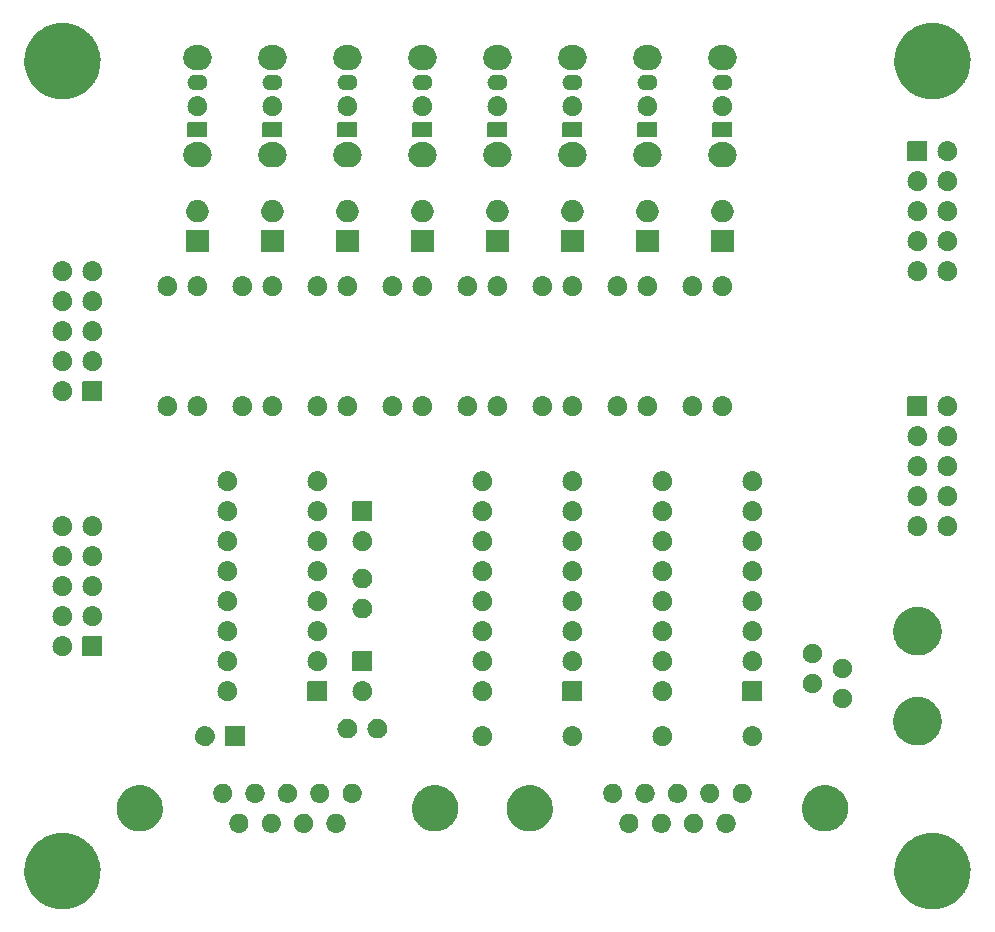
<source format=gbr>
G04 #@! TF.GenerationSoftware,KiCad,Pcbnew,(5.1.0-1546-g4fcfd266e)*
G04 #@! TF.CreationDate,2019-09-02T12:51:06-07:00*
G04 #@! TF.ProjectId,300-1005,3330302d-3130-4303-952e-6b696361645f,rev?*
G04 #@! TF.SameCoordinates,Original*
G04 #@! TF.FileFunction,Soldermask,Top*
G04 #@! TF.FilePolarity,Negative*
%FSLAX46Y46*%
G04 Gerber Fmt 4.6, Leading zero omitted, Abs format (unit mm)*
G04 Created by KiCad (PCBNEW (5.1.0-1546-g4fcfd266e)) date 2019-09-02 12:51:06*
%MOMM*%
%LPD*%
G04 APERTURE LIST*
%ADD10C,0.100000*%
G04 APERTURE END LIST*
D10*
G36*
X186790652Y-92024579D02*
G01*
X186892881Y-92025293D01*
X186971862Y-92034711D01*
X187044518Y-92038773D01*
X187143880Y-92055222D01*
X187251072Y-92068004D01*
X187323013Y-92084878D01*
X187389267Y-92095846D01*
X187491647Y-92124431D01*
X187602269Y-92150377D01*
X187666517Y-92173255D01*
X187725812Y-92189810D01*
X187829684Y-92231356D01*
X187942095Y-92271384D01*
X187998314Y-92298804D01*
X188050258Y-92319580D01*
X188153910Y-92374692D01*
X188266315Y-92429516D01*
X188314350Y-92460000D01*
X188358786Y-92483627D01*
X188460449Y-92552717D01*
X188570888Y-92622804D01*
X188610815Y-92654906D01*
X188647794Y-92680037D01*
X188745587Y-92763266D01*
X188852017Y-92848837D01*
X188884126Y-92881171D01*
X188913891Y-92906503D01*
X189005870Y-93003768D01*
X189106198Y-93104799D01*
X189130989Y-93136078D01*
X189153983Y-93160393D01*
X189238191Y-93271333D01*
X189330263Y-93387499D01*
X189348413Y-93416545D01*
X189365244Y-93438719D01*
X189439707Y-93562645D01*
X189521420Y-93693414D01*
X189533775Y-93719201D01*
X189545216Y-93738242D01*
X189608023Y-93874168D01*
X189677285Y-94018730D01*
X189684827Y-94040388D01*
X189691783Y-94055442D01*
X189741082Y-94201931D01*
X189795916Y-94359393D01*
X189799743Y-94376239D01*
X189803238Y-94386623D01*
X189837282Y-94541463D01*
X189875835Y-94711156D01*
X189877131Y-94722711D01*
X189878272Y-94727900D01*
X189895455Y-94886077D01*
X189916045Y-95069636D01*
X189915971Y-95074926D01*
X189915987Y-95075072D01*
X189914687Y-95447444D01*
X189910232Y-95485951D01*
X189909751Y-95520370D01*
X189889935Y-95661371D01*
X189874549Y-95794347D01*
X189865890Y-95832458D01*
X189859548Y-95877587D01*
X189825584Y-96009868D01*
X189797134Y-96135090D01*
X189782578Y-96177365D01*
X189769838Y-96226982D01*
X189723394Y-96349247D01*
X189683369Y-96465488D01*
X189661937Y-96511033D01*
X189641741Y-96564200D01*
X189584596Y-96675391D01*
X189534595Y-96781650D01*
X189505438Y-96829418D01*
X189476853Y-96885037D01*
X189410826Y-96984416D01*
X189352535Y-97079912D01*
X189314973Y-97128686D01*
X189277230Y-97185495D01*
X189204189Y-97272542D01*
X189139331Y-97356761D01*
X189092844Y-97405237D01*
X189045358Y-97461829D01*
X188967210Y-97536248D01*
X188897483Y-97608959D01*
X188841723Y-97655747D01*
X188784129Y-97710593D01*
X188702703Y-97772399D01*
X188629795Y-97833576D01*
X188564657Y-97877182D01*
X188496799Y-97928689D01*
X188413868Y-97978126D01*
X188339438Y-98027952D01*
X188265020Y-98066857D01*
X188186948Y-98113397D01*
X188104175Y-98150945D01*
X188029758Y-98189849D01*
X187946372Y-98222528D01*
X187858439Y-98262416D01*
X187777400Y-98288747D01*
X187704427Y-98317345D01*
X187612599Y-98342294D01*
X187515366Y-98373887D01*
X187437454Y-98389880D01*
X187367224Y-98408961D01*
X187267722Y-98424721D01*
X187162006Y-98446421D01*
X187088446Y-98453116D01*
X187022099Y-98463624D01*
X186915921Y-98468817D01*
X186802763Y-98479115D01*
X186734561Y-98477686D01*
X186673082Y-98480693D01*
X186561417Y-98474059D01*
X186442114Y-98471560D01*
X186380125Y-98463289D01*
X186324274Y-98459971D01*
X186208514Y-98440391D01*
X186084555Y-98423852D01*
X186029350Y-98410088D01*
X185979729Y-98401695D01*
X185861453Y-98368226D01*
X185734543Y-98336584D01*
X185686531Y-98318728D01*
X185643511Y-98306555D01*
X185524443Y-98258448D01*
X185396439Y-98210844D01*
X185355763Y-98190297D01*
X185319520Y-98175654D01*
X185201539Y-98112393D01*
X185074458Y-98048200D01*
X185041060Y-98026345D01*
X185011567Y-98010531D01*
X184896658Y-97931851D01*
X184772614Y-97850679D01*
X184746220Y-97828844D01*
X184723253Y-97813118D01*
X184613489Y-97719039D01*
X184494669Y-97620742D01*
X184474805Y-97600172D01*
X184457941Y-97585718D01*
X184355480Y-97476607D01*
X184244086Y-97361256D01*
X184230084Y-97343075D01*
X184218741Y-97330995D01*
X184125779Y-97207631D01*
X184023990Y-97075455D01*
X184015038Y-97060673D01*
X184008447Y-97051927D01*
X183927301Y-96915803D01*
X183837123Y-96766902D01*
X183832245Y-96756344D01*
X183829528Y-96751787D01*
X183763366Y-96607276D01*
X183685815Y-96439441D01*
X183571952Y-96097155D01*
X183533601Y-95916727D01*
X183499924Y-95760966D01*
X183499368Y-95755677D01*
X183496952Y-95744310D01*
X183479964Y-95571052D01*
X183463400Y-95413453D01*
X183463438Y-95402511D01*
X183461751Y-95385304D01*
X183464080Y-95218526D01*
X183464619Y-95064028D01*
X183466468Y-95047546D01*
X183466788Y-95024611D01*
X183486880Y-94865569D01*
X183503569Y-94716779D01*
X183508415Y-94695101D01*
X183511999Y-94666728D01*
X183548265Y-94516822D01*
X183579797Y-94375756D01*
X183588766Y-94349411D01*
X183596821Y-94316114D01*
X183647534Y-94176782D01*
X183692403Y-94044980D01*
X183706541Y-94014662D01*
X183720197Y-93977141D01*
X183783517Y-93849583D01*
X183840080Y-93728284D01*
X183860327Y-93694852D01*
X183880590Y-93654033D01*
X183954572Y-93539235D01*
X184021096Y-93429391D01*
X184048250Y-93393874D01*
X184075999Y-93350817D01*
X184158657Y-93249469D01*
X184233324Y-93151808D01*
X184268037Y-93115356D01*
X184303990Y-93071273D01*
X184393333Y-92983782D01*
X184474300Y-92898758D01*
X184517032Y-92862646D01*
X184561720Y-92818885D01*
X184655756Y-92745416D01*
X184741198Y-92673212D01*
X184792232Y-92638789D01*
X184845977Y-92596799D01*
X184942749Y-92537264D01*
X185030879Y-92477820D01*
X185090292Y-92446495D01*
X185153219Y-92407782D01*
X185250881Y-92361826D01*
X185339986Y-92314846D01*
X185407650Y-92288056D01*
X185479615Y-92254192D01*
X185576396Y-92221245D01*
X185664870Y-92186216D01*
X185740435Y-92165402D01*
X185821098Y-92137942D01*
X185915398Y-92117209D01*
X186001755Y-92093422D01*
X186084660Y-92079994D01*
X186173411Y-92060481D01*
X186263783Y-92050982D01*
X186346685Y-92037555D01*
X186436133Y-92032867D01*
X186532162Y-92022774D01*
X186617370Y-92023369D01*
X186695642Y-92019267D01*
X186790652Y-92024579D01*
X186790652Y-92024579D01*
G37*
G36*
X113130652Y-92024579D02*
G01*
X113232881Y-92025293D01*
X113311862Y-92034711D01*
X113384518Y-92038773D01*
X113483880Y-92055222D01*
X113591072Y-92068004D01*
X113663013Y-92084878D01*
X113729267Y-92095846D01*
X113831647Y-92124431D01*
X113942269Y-92150377D01*
X114006517Y-92173255D01*
X114065812Y-92189810D01*
X114169684Y-92231356D01*
X114282095Y-92271384D01*
X114338314Y-92298804D01*
X114390258Y-92319580D01*
X114493910Y-92374692D01*
X114606315Y-92429516D01*
X114654350Y-92460000D01*
X114698786Y-92483627D01*
X114800449Y-92552717D01*
X114910888Y-92622804D01*
X114950815Y-92654906D01*
X114987794Y-92680037D01*
X115085587Y-92763266D01*
X115192017Y-92848837D01*
X115224126Y-92881171D01*
X115253891Y-92906503D01*
X115345870Y-93003768D01*
X115446198Y-93104799D01*
X115470989Y-93136078D01*
X115493983Y-93160393D01*
X115578191Y-93271333D01*
X115670263Y-93387499D01*
X115688413Y-93416545D01*
X115705244Y-93438719D01*
X115779707Y-93562645D01*
X115861420Y-93693414D01*
X115873775Y-93719201D01*
X115885216Y-93738242D01*
X115948023Y-93874168D01*
X116017285Y-94018730D01*
X116024827Y-94040388D01*
X116031783Y-94055442D01*
X116081082Y-94201931D01*
X116135916Y-94359393D01*
X116139743Y-94376239D01*
X116143238Y-94386623D01*
X116177282Y-94541463D01*
X116215835Y-94711156D01*
X116217131Y-94722711D01*
X116218272Y-94727900D01*
X116235455Y-94886077D01*
X116256045Y-95069636D01*
X116255971Y-95074926D01*
X116255987Y-95075072D01*
X116254687Y-95447444D01*
X116250232Y-95485951D01*
X116249751Y-95520370D01*
X116229935Y-95661371D01*
X116214549Y-95794347D01*
X116205890Y-95832458D01*
X116199548Y-95877587D01*
X116165584Y-96009868D01*
X116137134Y-96135090D01*
X116122578Y-96177365D01*
X116109838Y-96226982D01*
X116063394Y-96349247D01*
X116023369Y-96465488D01*
X116001937Y-96511033D01*
X115981741Y-96564200D01*
X115924596Y-96675391D01*
X115874595Y-96781650D01*
X115845438Y-96829418D01*
X115816853Y-96885037D01*
X115750826Y-96984416D01*
X115692535Y-97079912D01*
X115654973Y-97128686D01*
X115617230Y-97185495D01*
X115544189Y-97272542D01*
X115479331Y-97356761D01*
X115432844Y-97405237D01*
X115385358Y-97461829D01*
X115307210Y-97536248D01*
X115237483Y-97608959D01*
X115181723Y-97655747D01*
X115124129Y-97710593D01*
X115042703Y-97772399D01*
X114969795Y-97833576D01*
X114904657Y-97877182D01*
X114836799Y-97928689D01*
X114753868Y-97978126D01*
X114679438Y-98027952D01*
X114605020Y-98066857D01*
X114526948Y-98113397D01*
X114444175Y-98150945D01*
X114369758Y-98189849D01*
X114286372Y-98222528D01*
X114198439Y-98262416D01*
X114117400Y-98288747D01*
X114044427Y-98317345D01*
X113952599Y-98342294D01*
X113855366Y-98373887D01*
X113777454Y-98389880D01*
X113707224Y-98408961D01*
X113607722Y-98424721D01*
X113502006Y-98446421D01*
X113428446Y-98453116D01*
X113362099Y-98463624D01*
X113255921Y-98468817D01*
X113142763Y-98479115D01*
X113074561Y-98477686D01*
X113013082Y-98480693D01*
X112901417Y-98474059D01*
X112782114Y-98471560D01*
X112720125Y-98463289D01*
X112664274Y-98459971D01*
X112548514Y-98440391D01*
X112424555Y-98423852D01*
X112369350Y-98410088D01*
X112319729Y-98401695D01*
X112201453Y-98368226D01*
X112074543Y-98336584D01*
X112026531Y-98318728D01*
X111983511Y-98306555D01*
X111864443Y-98258448D01*
X111736439Y-98210844D01*
X111695763Y-98190297D01*
X111659520Y-98175654D01*
X111541539Y-98112393D01*
X111414458Y-98048200D01*
X111381060Y-98026345D01*
X111351567Y-98010531D01*
X111236658Y-97931851D01*
X111112614Y-97850679D01*
X111086220Y-97828844D01*
X111063253Y-97813118D01*
X110953489Y-97719039D01*
X110834669Y-97620742D01*
X110814805Y-97600172D01*
X110797941Y-97585718D01*
X110695480Y-97476607D01*
X110584086Y-97361256D01*
X110570084Y-97343075D01*
X110558741Y-97330995D01*
X110465779Y-97207631D01*
X110363990Y-97075455D01*
X110355038Y-97060673D01*
X110348447Y-97051927D01*
X110267301Y-96915803D01*
X110177123Y-96766902D01*
X110172245Y-96756344D01*
X110169528Y-96751787D01*
X110103366Y-96607276D01*
X110025815Y-96439441D01*
X109911952Y-96097155D01*
X109873601Y-95916727D01*
X109839924Y-95760966D01*
X109839368Y-95755677D01*
X109836952Y-95744310D01*
X109819964Y-95571052D01*
X109803400Y-95413453D01*
X109803438Y-95402511D01*
X109801751Y-95385304D01*
X109804080Y-95218526D01*
X109804619Y-95064028D01*
X109806468Y-95047546D01*
X109806788Y-95024611D01*
X109826880Y-94865569D01*
X109843569Y-94716779D01*
X109848415Y-94695101D01*
X109851999Y-94666728D01*
X109888265Y-94516822D01*
X109919797Y-94375756D01*
X109928766Y-94349411D01*
X109936821Y-94316114D01*
X109987534Y-94176782D01*
X110032403Y-94044980D01*
X110046541Y-94014662D01*
X110060197Y-93977141D01*
X110123517Y-93849583D01*
X110180080Y-93728284D01*
X110200327Y-93694852D01*
X110220590Y-93654033D01*
X110294572Y-93539235D01*
X110361096Y-93429391D01*
X110388250Y-93393874D01*
X110415999Y-93350817D01*
X110498657Y-93249469D01*
X110573324Y-93151808D01*
X110608037Y-93115356D01*
X110643990Y-93071273D01*
X110733333Y-92983782D01*
X110814300Y-92898758D01*
X110857032Y-92862646D01*
X110901720Y-92818885D01*
X110995756Y-92745416D01*
X111081198Y-92673212D01*
X111132232Y-92638789D01*
X111185977Y-92596799D01*
X111282749Y-92537264D01*
X111370879Y-92477820D01*
X111430292Y-92446495D01*
X111493219Y-92407782D01*
X111590881Y-92361826D01*
X111679986Y-92314846D01*
X111747650Y-92288056D01*
X111819615Y-92254192D01*
X111916396Y-92221245D01*
X112004870Y-92186216D01*
X112080435Y-92165402D01*
X112161098Y-92137942D01*
X112255398Y-92117209D01*
X112341755Y-92093422D01*
X112424660Y-92079994D01*
X112513411Y-92060481D01*
X112603783Y-92050982D01*
X112686685Y-92037555D01*
X112776133Y-92032867D01*
X112872162Y-92022774D01*
X112957370Y-92023369D01*
X113035642Y-92019267D01*
X113130652Y-92024579D01*
X113130652Y-92024579D01*
G37*
G36*
X163774971Y-90387249D02*
G01*
X163826871Y-90387611D01*
X163866215Y-90396839D01*
X163899962Y-90400386D01*
X163948296Y-90416091D01*
X164004448Y-90429261D01*
X164035616Y-90444463D01*
X164062500Y-90453198D01*
X164111344Y-90481398D01*
X164168383Y-90509218D01*
X164190933Y-90527348D01*
X164210499Y-90538645D01*
X164256517Y-90580080D01*
X164310531Y-90623508D01*
X164324940Y-90641687D01*
X164337506Y-90653002D01*
X164377093Y-90707489D01*
X164423825Y-90766450D01*
X164431365Y-90782188D01*
X164437956Y-90791259D01*
X164467434Y-90857468D01*
X164502636Y-90930940D01*
X164505231Y-90942363D01*
X164507468Y-90947387D01*
X164523374Y-91022220D01*
X164543045Y-91108802D01*
X164542967Y-91114397D01*
X164542999Y-91114548D01*
X164542999Y-91285452D01*
X164540409Y-91297639D01*
X164540182Y-91313864D01*
X164521465Y-91386760D01*
X164507468Y-91452613D01*
X164500592Y-91468058D01*
X164494822Y-91490529D01*
X164463142Y-91552172D01*
X164437956Y-91608741D01*
X164424675Y-91627020D01*
X164411450Y-91652754D01*
X164370661Y-91701364D01*
X164337506Y-91746998D01*
X164316496Y-91765916D01*
X164294208Y-91792477D01*
X164248271Y-91827345D01*
X164210499Y-91861355D01*
X164181113Y-91878321D01*
X164148925Y-91902753D01*
X164101659Y-91924194D01*
X164062500Y-91946802D01*
X164024852Y-91959035D01*
X163982820Y-91978101D01*
X163937610Y-91987381D01*
X163899962Y-91999614D01*
X163854993Y-92004341D01*
X163804151Y-92014777D01*
X163763750Y-92013931D01*
X163730000Y-92017478D01*
X163679448Y-92012165D01*
X163621795Y-92010957D01*
X163588152Y-92002569D01*
X163560038Y-91999614D01*
X163506402Y-91982186D01*
X163444818Y-91966832D01*
X163418985Y-91953783D01*
X163397500Y-91946802D01*
X163343882Y-91915845D01*
X163282014Y-91884594D01*
X163264138Y-91869806D01*
X163249501Y-91861355D01*
X163199478Y-91816315D01*
X163141476Y-91768331D01*
X163130822Y-91754497D01*
X163122494Y-91746998D01*
X163079898Y-91688369D01*
X163030189Y-91623821D01*
X163025278Y-91613192D01*
X163022044Y-91608741D01*
X162990920Y-91538834D01*
X162953683Y-91458246D01*
X162915761Y-91279837D01*
X162917001Y-91191012D01*
X162917001Y-91114548D01*
X162918143Y-91109173D01*
X162918307Y-91097459D01*
X162937469Y-91018253D01*
X162952532Y-90947387D01*
X162957090Y-90937149D01*
X162961196Y-90920178D01*
X162994660Y-90852766D01*
X163022044Y-90791259D01*
X163031982Y-90777581D01*
X163042295Y-90756805D01*
X163086093Y-90703103D01*
X163122494Y-90653002D01*
X163139286Y-90637883D01*
X163157575Y-90615458D01*
X163207586Y-90576385D01*
X163249501Y-90538645D01*
X163273983Y-90524510D01*
X163301304Y-90503165D01*
X163353480Y-90478613D01*
X163397500Y-90453198D01*
X163429775Y-90442711D01*
X163466340Y-90425505D01*
X163517032Y-90414360D01*
X163560038Y-90400386D01*
X163599408Y-90396248D01*
X163644481Y-90386338D01*
X163690629Y-90386660D01*
X163730000Y-90382522D01*
X163774971Y-90387249D01*
X163774971Y-90387249D01*
G37*
G36*
X136234971Y-90387249D02*
G01*
X136286871Y-90387611D01*
X136326215Y-90396839D01*
X136359962Y-90400386D01*
X136408296Y-90416091D01*
X136464448Y-90429261D01*
X136495616Y-90444463D01*
X136522500Y-90453198D01*
X136571344Y-90481398D01*
X136628383Y-90509218D01*
X136650933Y-90527348D01*
X136670499Y-90538645D01*
X136716517Y-90580080D01*
X136770531Y-90623508D01*
X136784940Y-90641687D01*
X136797506Y-90653002D01*
X136837093Y-90707489D01*
X136883825Y-90766450D01*
X136891365Y-90782188D01*
X136897956Y-90791259D01*
X136927434Y-90857468D01*
X136962636Y-90930940D01*
X136965231Y-90942363D01*
X136967468Y-90947387D01*
X136983374Y-91022220D01*
X137003045Y-91108802D01*
X137002967Y-91114397D01*
X137002999Y-91114548D01*
X137002999Y-91285452D01*
X137000409Y-91297639D01*
X137000182Y-91313864D01*
X136981465Y-91386760D01*
X136967468Y-91452613D01*
X136960592Y-91468058D01*
X136954822Y-91490529D01*
X136923142Y-91552172D01*
X136897956Y-91608741D01*
X136884675Y-91627020D01*
X136871450Y-91652754D01*
X136830661Y-91701364D01*
X136797506Y-91746998D01*
X136776496Y-91765916D01*
X136754208Y-91792477D01*
X136708271Y-91827345D01*
X136670499Y-91861355D01*
X136641113Y-91878321D01*
X136608925Y-91902753D01*
X136561659Y-91924194D01*
X136522500Y-91946802D01*
X136484852Y-91959035D01*
X136442820Y-91978101D01*
X136397610Y-91987381D01*
X136359962Y-91999614D01*
X136314993Y-92004341D01*
X136264151Y-92014777D01*
X136223750Y-92013931D01*
X136190000Y-92017478D01*
X136139448Y-92012165D01*
X136081795Y-92010957D01*
X136048152Y-92002569D01*
X136020038Y-91999614D01*
X135966402Y-91982186D01*
X135904818Y-91966832D01*
X135878985Y-91953783D01*
X135857500Y-91946802D01*
X135803882Y-91915845D01*
X135742014Y-91884594D01*
X135724138Y-91869806D01*
X135709501Y-91861355D01*
X135659478Y-91816315D01*
X135601476Y-91768331D01*
X135590822Y-91754497D01*
X135582494Y-91746998D01*
X135539898Y-91688369D01*
X135490189Y-91623821D01*
X135485278Y-91613192D01*
X135482044Y-91608741D01*
X135450920Y-91538834D01*
X135413683Y-91458246D01*
X135375761Y-91279837D01*
X135377001Y-91191012D01*
X135377001Y-91114548D01*
X135378143Y-91109173D01*
X135378307Y-91097459D01*
X135397469Y-91018253D01*
X135412532Y-90947387D01*
X135417090Y-90937149D01*
X135421196Y-90920178D01*
X135454660Y-90852766D01*
X135482044Y-90791259D01*
X135491982Y-90777581D01*
X135502295Y-90756805D01*
X135546093Y-90703103D01*
X135582494Y-90653002D01*
X135599286Y-90637883D01*
X135617575Y-90615458D01*
X135667586Y-90576385D01*
X135709501Y-90538645D01*
X135733983Y-90524510D01*
X135761304Y-90503165D01*
X135813480Y-90478613D01*
X135857500Y-90453198D01*
X135889775Y-90442711D01*
X135926340Y-90425505D01*
X135977032Y-90414360D01*
X136020038Y-90400386D01*
X136059408Y-90396248D01*
X136104481Y-90386338D01*
X136150629Y-90386660D01*
X136190000Y-90382522D01*
X136234971Y-90387249D01*
X136234971Y-90387249D01*
G37*
G36*
X133494971Y-90387249D02*
G01*
X133546871Y-90387611D01*
X133586215Y-90396839D01*
X133619962Y-90400386D01*
X133668296Y-90416091D01*
X133724448Y-90429261D01*
X133755616Y-90444463D01*
X133782500Y-90453198D01*
X133831344Y-90481398D01*
X133888383Y-90509218D01*
X133910933Y-90527348D01*
X133930499Y-90538645D01*
X133976517Y-90580080D01*
X134030531Y-90623508D01*
X134044940Y-90641687D01*
X134057506Y-90653002D01*
X134097093Y-90707489D01*
X134143825Y-90766450D01*
X134151365Y-90782188D01*
X134157956Y-90791259D01*
X134187434Y-90857468D01*
X134222636Y-90930940D01*
X134225231Y-90942363D01*
X134227468Y-90947387D01*
X134243374Y-91022220D01*
X134263045Y-91108802D01*
X134262967Y-91114397D01*
X134262999Y-91114548D01*
X134262999Y-91285452D01*
X134260409Y-91297639D01*
X134260182Y-91313864D01*
X134241465Y-91386760D01*
X134227468Y-91452613D01*
X134220592Y-91468058D01*
X134214822Y-91490529D01*
X134183142Y-91552172D01*
X134157956Y-91608741D01*
X134144675Y-91627020D01*
X134131450Y-91652754D01*
X134090661Y-91701364D01*
X134057506Y-91746998D01*
X134036496Y-91765916D01*
X134014208Y-91792477D01*
X133968271Y-91827345D01*
X133930499Y-91861355D01*
X133901113Y-91878321D01*
X133868925Y-91902753D01*
X133821659Y-91924194D01*
X133782500Y-91946802D01*
X133744852Y-91959035D01*
X133702820Y-91978101D01*
X133657610Y-91987381D01*
X133619962Y-91999614D01*
X133574993Y-92004341D01*
X133524151Y-92014777D01*
X133483750Y-92013931D01*
X133450000Y-92017478D01*
X133399448Y-92012165D01*
X133341795Y-92010957D01*
X133308152Y-92002569D01*
X133280038Y-91999614D01*
X133226402Y-91982186D01*
X133164818Y-91966832D01*
X133138985Y-91953783D01*
X133117500Y-91946802D01*
X133063882Y-91915845D01*
X133002014Y-91884594D01*
X132984138Y-91869806D01*
X132969501Y-91861355D01*
X132919478Y-91816315D01*
X132861476Y-91768331D01*
X132850822Y-91754497D01*
X132842494Y-91746998D01*
X132799898Y-91688369D01*
X132750189Y-91623821D01*
X132745278Y-91613192D01*
X132742044Y-91608741D01*
X132710920Y-91538834D01*
X132673683Y-91458246D01*
X132635761Y-91279837D01*
X132637001Y-91191012D01*
X132637001Y-91114548D01*
X132638143Y-91109173D01*
X132638307Y-91097459D01*
X132657469Y-91018253D01*
X132672532Y-90947387D01*
X132677090Y-90937149D01*
X132681196Y-90920178D01*
X132714660Y-90852766D01*
X132742044Y-90791259D01*
X132751982Y-90777581D01*
X132762295Y-90756805D01*
X132806093Y-90703103D01*
X132842494Y-90653002D01*
X132859286Y-90637883D01*
X132877575Y-90615458D01*
X132927586Y-90576385D01*
X132969501Y-90538645D01*
X132993983Y-90524510D01*
X133021304Y-90503165D01*
X133073480Y-90478613D01*
X133117500Y-90453198D01*
X133149775Y-90442711D01*
X133186340Y-90425505D01*
X133237032Y-90414360D01*
X133280038Y-90400386D01*
X133319408Y-90396248D01*
X133364481Y-90386338D01*
X133410629Y-90386660D01*
X133450000Y-90382522D01*
X133494971Y-90387249D01*
X133494971Y-90387249D01*
G37*
G36*
X166514971Y-90387249D02*
G01*
X166566871Y-90387611D01*
X166606215Y-90396839D01*
X166639962Y-90400386D01*
X166688296Y-90416091D01*
X166744448Y-90429261D01*
X166775616Y-90444463D01*
X166802500Y-90453198D01*
X166851344Y-90481398D01*
X166908383Y-90509218D01*
X166930933Y-90527348D01*
X166950499Y-90538645D01*
X166996517Y-90580080D01*
X167050531Y-90623508D01*
X167064940Y-90641687D01*
X167077506Y-90653002D01*
X167117093Y-90707489D01*
X167163825Y-90766450D01*
X167171365Y-90782188D01*
X167177956Y-90791259D01*
X167207434Y-90857468D01*
X167242636Y-90930940D01*
X167245231Y-90942363D01*
X167247468Y-90947387D01*
X167263374Y-91022220D01*
X167283045Y-91108802D01*
X167282967Y-91114397D01*
X167282999Y-91114548D01*
X167282999Y-91285452D01*
X167280409Y-91297639D01*
X167280182Y-91313864D01*
X167261465Y-91386760D01*
X167247468Y-91452613D01*
X167240592Y-91468058D01*
X167234822Y-91490529D01*
X167203142Y-91552172D01*
X167177956Y-91608741D01*
X167164675Y-91627020D01*
X167151450Y-91652754D01*
X167110661Y-91701364D01*
X167077506Y-91746998D01*
X167056496Y-91765916D01*
X167034208Y-91792477D01*
X166988271Y-91827345D01*
X166950499Y-91861355D01*
X166921113Y-91878321D01*
X166888925Y-91902753D01*
X166841659Y-91924194D01*
X166802500Y-91946802D01*
X166764852Y-91959035D01*
X166722820Y-91978101D01*
X166677610Y-91987381D01*
X166639962Y-91999614D01*
X166594993Y-92004341D01*
X166544151Y-92014777D01*
X166503750Y-92013931D01*
X166470000Y-92017478D01*
X166419448Y-92012165D01*
X166361795Y-92010957D01*
X166328152Y-92002569D01*
X166300038Y-91999614D01*
X166246402Y-91982186D01*
X166184818Y-91966832D01*
X166158985Y-91953783D01*
X166137500Y-91946802D01*
X166083882Y-91915845D01*
X166022014Y-91884594D01*
X166004138Y-91869806D01*
X165989501Y-91861355D01*
X165939478Y-91816315D01*
X165881476Y-91768331D01*
X165870822Y-91754497D01*
X165862494Y-91746998D01*
X165819898Y-91688369D01*
X165770189Y-91623821D01*
X165765278Y-91613192D01*
X165762044Y-91608741D01*
X165730920Y-91538834D01*
X165693683Y-91458246D01*
X165655761Y-91279837D01*
X165657001Y-91191012D01*
X165657001Y-91114548D01*
X165658143Y-91109173D01*
X165658307Y-91097459D01*
X165677469Y-91018253D01*
X165692532Y-90947387D01*
X165697090Y-90937149D01*
X165701196Y-90920178D01*
X165734660Y-90852766D01*
X165762044Y-90791259D01*
X165771982Y-90777581D01*
X165782295Y-90756805D01*
X165826093Y-90703103D01*
X165862494Y-90653002D01*
X165879286Y-90637883D01*
X165897575Y-90615458D01*
X165947586Y-90576385D01*
X165989501Y-90538645D01*
X166013983Y-90524510D01*
X166041304Y-90503165D01*
X166093480Y-90478613D01*
X166137500Y-90453198D01*
X166169775Y-90442711D01*
X166206340Y-90425505D01*
X166257032Y-90414360D01*
X166300038Y-90400386D01*
X166339408Y-90396248D01*
X166384481Y-90386338D01*
X166430629Y-90386660D01*
X166470000Y-90382522D01*
X166514971Y-90387249D01*
X166514971Y-90387249D01*
G37*
G36*
X130754971Y-90387249D02*
G01*
X130806871Y-90387611D01*
X130846215Y-90396839D01*
X130879962Y-90400386D01*
X130928296Y-90416091D01*
X130984448Y-90429261D01*
X131015616Y-90444463D01*
X131042500Y-90453198D01*
X131091344Y-90481398D01*
X131148383Y-90509218D01*
X131170933Y-90527348D01*
X131190499Y-90538645D01*
X131236517Y-90580080D01*
X131290531Y-90623508D01*
X131304940Y-90641687D01*
X131317506Y-90653002D01*
X131357093Y-90707489D01*
X131403825Y-90766450D01*
X131411365Y-90782188D01*
X131417956Y-90791259D01*
X131447434Y-90857468D01*
X131482636Y-90930940D01*
X131485231Y-90942363D01*
X131487468Y-90947387D01*
X131503374Y-91022220D01*
X131523045Y-91108802D01*
X131522967Y-91114397D01*
X131522999Y-91114548D01*
X131522999Y-91285452D01*
X131520409Y-91297639D01*
X131520182Y-91313864D01*
X131501465Y-91386760D01*
X131487468Y-91452613D01*
X131480592Y-91468058D01*
X131474822Y-91490529D01*
X131443142Y-91552172D01*
X131417956Y-91608741D01*
X131404675Y-91627020D01*
X131391450Y-91652754D01*
X131350661Y-91701364D01*
X131317506Y-91746998D01*
X131296496Y-91765916D01*
X131274208Y-91792477D01*
X131228271Y-91827345D01*
X131190499Y-91861355D01*
X131161113Y-91878321D01*
X131128925Y-91902753D01*
X131081659Y-91924194D01*
X131042500Y-91946802D01*
X131004852Y-91959035D01*
X130962820Y-91978101D01*
X130917610Y-91987381D01*
X130879962Y-91999614D01*
X130834993Y-92004341D01*
X130784151Y-92014777D01*
X130743750Y-92013931D01*
X130710000Y-92017478D01*
X130659448Y-92012165D01*
X130601795Y-92010957D01*
X130568152Y-92002569D01*
X130540038Y-91999614D01*
X130486402Y-91982186D01*
X130424818Y-91966832D01*
X130398985Y-91953783D01*
X130377500Y-91946802D01*
X130323882Y-91915845D01*
X130262014Y-91884594D01*
X130244138Y-91869806D01*
X130229501Y-91861355D01*
X130179478Y-91816315D01*
X130121476Y-91768331D01*
X130110822Y-91754497D01*
X130102494Y-91746998D01*
X130059898Y-91688369D01*
X130010189Y-91623821D01*
X130005278Y-91613192D01*
X130002044Y-91608741D01*
X129970920Y-91538834D01*
X129933683Y-91458246D01*
X129895761Y-91279837D01*
X129897001Y-91191012D01*
X129897001Y-91114548D01*
X129898143Y-91109173D01*
X129898307Y-91097459D01*
X129917469Y-91018253D01*
X129932532Y-90947387D01*
X129937090Y-90937149D01*
X129941196Y-90920178D01*
X129974660Y-90852766D01*
X130002044Y-90791259D01*
X130011982Y-90777581D01*
X130022295Y-90756805D01*
X130066093Y-90703103D01*
X130102494Y-90653002D01*
X130119286Y-90637883D01*
X130137575Y-90615458D01*
X130187586Y-90576385D01*
X130229501Y-90538645D01*
X130253983Y-90524510D01*
X130281304Y-90503165D01*
X130333480Y-90478613D01*
X130377500Y-90453198D01*
X130409775Y-90442711D01*
X130446340Y-90425505D01*
X130497032Y-90414360D01*
X130540038Y-90400386D01*
X130579408Y-90396248D01*
X130624481Y-90386338D01*
X130670629Y-90386660D01*
X130710000Y-90382522D01*
X130754971Y-90387249D01*
X130754971Y-90387249D01*
G37*
G36*
X161034971Y-90387249D02*
G01*
X161086871Y-90387611D01*
X161126215Y-90396839D01*
X161159962Y-90400386D01*
X161208296Y-90416091D01*
X161264448Y-90429261D01*
X161295616Y-90444463D01*
X161322500Y-90453198D01*
X161371344Y-90481398D01*
X161428383Y-90509218D01*
X161450933Y-90527348D01*
X161470499Y-90538645D01*
X161516517Y-90580080D01*
X161570531Y-90623508D01*
X161584940Y-90641687D01*
X161597506Y-90653002D01*
X161637093Y-90707489D01*
X161683825Y-90766450D01*
X161691365Y-90782188D01*
X161697956Y-90791259D01*
X161727434Y-90857468D01*
X161762636Y-90930940D01*
X161765231Y-90942363D01*
X161767468Y-90947387D01*
X161783374Y-91022220D01*
X161803045Y-91108802D01*
X161802967Y-91114397D01*
X161802999Y-91114548D01*
X161802999Y-91285452D01*
X161800409Y-91297639D01*
X161800182Y-91313864D01*
X161781465Y-91386760D01*
X161767468Y-91452613D01*
X161760592Y-91468058D01*
X161754822Y-91490529D01*
X161723142Y-91552172D01*
X161697956Y-91608741D01*
X161684675Y-91627020D01*
X161671450Y-91652754D01*
X161630661Y-91701364D01*
X161597506Y-91746998D01*
X161576496Y-91765916D01*
X161554208Y-91792477D01*
X161508271Y-91827345D01*
X161470499Y-91861355D01*
X161441113Y-91878321D01*
X161408925Y-91902753D01*
X161361659Y-91924194D01*
X161322500Y-91946802D01*
X161284852Y-91959035D01*
X161242820Y-91978101D01*
X161197610Y-91987381D01*
X161159962Y-91999614D01*
X161114993Y-92004341D01*
X161064151Y-92014777D01*
X161023750Y-92013931D01*
X160990000Y-92017478D01*
X160939448Y-92012165D01*
X160881795Y-92010957D01*
X160848152Y-92002569D01*
X160820038Y-91999614D01*
X160766402Y-91982186D01*
X160704818Y-91966832D01*
X160678985Y-91953783D01*
X160657500Y-91946802D01*
X160603882Y-91915845D01*
X160542014Y-91884594D01*
X160524138Y-91869806D01*
X160509501Y-91861355D01*
X160459478Y-91816315D01*
X160401476Y-91768331D01*
X160390822Y-91754497D01*
X160382494Y-91746998D01*
X160339898Y-91688369D01*
X160290189Y-91623821D01*
X160285278Y-91613192D01*
X160282044Y-91608741D01*
X160250920Y-91538834D01*
X160213683Y-91458246D01*
X160175761Y-91279837D01*
X160177001Y-91191012D01*
X160177001Y-91114548D01*
X160178143Y-91109173D01*
X160178307Y-91097459D01*
X160197469Y-91018253D01*
X160212532Y-90947387D01*
X160217090Y-90937149D01*
X160221196Y-90920178D01*
X160254660Y-90852766D01*
X160282044Y-90791259D01*
X160291982Y-90777581D01*
X160302295Y-90756805D01*
X160346093Y-90703103D01*
X160382494Y-90653002D01*
X160399286Y-90637883D01*
X160417575Y-90615458D01*
X160467586Y-90576385D01*
X160509501Y-90538645D01*
X160533983Y-90524510D01*
X160561304Y-90503165D01*
X160613480Y-90478613D01*
X160657500Y-90453198D01*
X160689775Y-90442711D01*
X160726340Y-90425505D01*
X160777032Y-90414360D01*
X160820038Y-90400386D01*
X160859408Y-90396248D01*
X160904481Y-90386338D01*
X160950629Y-90386660D01*
X160990000Y-90382522D01*
X161034971Y-90387249D01*
X161034971Y-90387249D01*
G37*
G36*
X128014971Y-90387249D02*
G01*
X128066871Y-90387611D01*
X128106215Y-90396839D01*
X128139962Y-90400386D01*
X128188296Y-90416091D01*
X128244448Y-90429261D01*
X128275616Y-90444463D01*
X128302500Y-90453198D01*
X128351344Y-90481398D01*
X128408383Y-90509218D01*
X128430933Y-90527348D01*
X128450499Y-90538645D01*
X128496517Y-90580080D01*
X128550531Y-90623508D01*
X128564940Y-90641687D01*
X128577506Y-90653002D01*
X128617093Y-90707489D01*
X128663825Y-90766450D01*
X128671365Y-90782188D01*
X128677956Y-90791259D01*
X128707434Y-90857468D01*
X128742636Y-90930940D01*
X128745231Y-90942363D01*
X128747468Y-90947387D01*
X128763374Y-91022220D01*
X128783045Y-91108802D01*
X128782967Y-91114397D01*
X128782999Y-91114548D01*
X128782999Y-91285452D01*
X128780409Y-91297639D01*
X128780182Y-91313864D01*
X128761465Y-91386760D01*
X128747468Y-91452613D01*
X128740592Y-91468058D01*
X128734822Y-91490529D01*
X128703142Y-91552172D01*
X128677956Y-91608741D01*
X128664675Y-91627020D01*
X128651450Y-91652754D01*
X128610661Y-91701364D01*
X128577506Y-91746998D01*
X128556496Y-91765916D01*
X128534208Y-91792477D01*
X128488271Y-91827345D01*
X128450499Y-91861355D01*
X128421113Y-91878321D01*
X128388925Y-91902753D01*
X128341659Y-91924194D01*
X128302500Y-91946802D01*
X128264852Y-91959035D01*
X128222820Y-91978101D01*
X128177610Y-91987381D01*
X128139962Y-91999614D01*
X128094993Y-92004341D01*
X128044151Y-92014777D01*
X128003750Y-92013931D01*
X127970000Y-92017478D01*
X127919448Y-92012165D01*
X127861795Y-92010957D01*
X127828152Y-92002569D01*
X127800038Y-91999614D01*
X127746402Y-91982186D01*
X127684818Y-91966832D01*
X127658985Y-91953783D01*
X127637500Y-91946802D01*
X127583882Y-91915845D01*
X127522014Y-91884594D01*
X127504138Y-91869806D01*
X127489501Y-91861355D01*
X127439478Y-91816315D01*
X127381476Y-91768331D01*
X127370822Y-91754497D01*
X127362494Y-91746998D01*
X127319898Y-91688369D01*
X127270189Y-91623821D01*
X127265278Y-91613192D01*
X127262044Y-91608741D01*
X127230920Y-91538834D01*
X127193683Y-91458246D01*
X127155761Y-91279837D01*
X127157001Y-91191012D01*
X127157001Y-91114548D01*
X127158143Y-91109173D01*
X127158307Y-91097459D01*
X127177469Y-91018253D01*
X127192532Y-90947387D01*
X127197090Y-90937149D01*
X127201196Y-90920178D01*
X127234660Y-90852766D01*
X127262044Y-90791259D01*
X127271982Y-90777581D01*
X127282295Y-90756805D01*
X127326093Y-90703103D01*
X127362494Y-90653002D01*
X127379286Y-90637883D01*
X127397575Y-90615458D01*
X127447586Y-90576385D01*
X127489501Y-90538645D01*
X127513983Y-90524510D01*
X127541304Y-90503165D01*
X127593480Y-90478613D01*
X127637500Y-90453198D01*
X127669775Y-90442711D01*
X127706340Y-90425505D01*
X127757032Y-90414360D01*
X127800038Y-90400386D01*
X127839408Y-90396248D01*
X127884481Y-90386338D01*
X127930629Y-90386660D01*
X127970000Y-90382522D01*
X128014971Y-90387249D01*
X128014971Y-90387249D01*
G37*
G36*
X169254971Y-90387249D02*
G01*
X169306871Y-90387611D01*
X169346215Y-90396839D01*
X169379962Y-90400386D01*
X169428296Y-90416091D01*
X169484448Y-90429261D01*
X169515616Y-90444463D01*
X169542500Y-90453198D01*
X169591344Y-90481398D01*
X169648383Y-90509218D01*
X169670933Y-90527348D01*
X169690499Y-90538645D01*
X169736517Y-90580080D01*
X169790531Y-90623508D01*
X169804940Y-90641687D01*
X169817506Y-90653002D01*
X169857093Y-90707489D01*
X169903825Y-90766450D01*
X169911365Y-90782188D01*
X169917956Y-90791259D01*
X169947434Y-90857468D01*
X169982636Y-90930940D01*
X169985231Y-90942363D01*
X169987468Y-90947387D01*
X170003374Y-91022220D01*
X170023045Y-91108802D01*
X170022967Y-91114397D01*
X170022999Y-91114548D01*
X170022999Y-91285452D01*
X170020409Y-91297639D01*
X170020182Y-91313864D01*
X170001465Y-91386760D01*
X169987468Y-91452613D01*
X169980592Y-91468058D01*
X169974822Y-91490529D01*
X169943142Y-91552172D01*
X169917956Y-91608741D01*
X169904675Y-91627020D01*
X169891450Y-91652754D01*
X169850661Y-91701364D01*
X169817506Y-91746998D01*
X169796496Y-91765916D01*
X169774208Y-91792477D01*
X169728271Y-91827345D01*
X169690499Y-91861355D01*
X169661113Y-91878321D01*
X169628925Y-91902753D01*
X169581659Y-91924194D01*
X169542500Y-91946802D01*
X169504852Y-91959035D01*
X169462820Y-91978101D01*
X169417610Y-91987381D01*
X169379962Y-91999614D01*
X169334993Y-92004341D01*
X169284151Y-92014777D01*
X169243750Y-92013931D01*
X169210000Y-92017478D01*
X169159448Y-92012165D01*
X169101795Y-92010957D01*
X169068152Y-92002569D01*
X169040038Y-91999614D01*
X168986402Y-91982186D01*
X168924818Y-91966832D01*
X168898985Y-91953783D01*
X168877500Y-91946802D01*
X168823882Y-91915845D01*
X168762014Y-91884594D01*
X168744138Y-91869806D01*
X168729501Y-91861355D01*
X168679478Y-91816315D01*
X168621476Y-91768331D01*
X168610822Y-91754497D01*
X168602494Y-91746998D01*
X168559898Y-91688369D01*
X168510189Y-91623821D01*
X168505278Y-91613192D01*
X168502044Y-91608741D01*
X168470920Y-91538834D01*
X168433683Y-91458246D01*
X168395761Y-91279837D01*
X168397001Y-91191012D01*
X168397001Y-91114548D01*
X168398143Y-91109173D01*
X168398307Y-91097459D01*
X168417469Y-91018253D01*
X168432532Y-90947387D01*
X168437090Y-90937149D01*
X168441196Y-90920178D01*
X168474660Y-90852766D01*
X168502044Y-90791259D01*
X168511982Y-90777581D01*
X168522295Y-90756805D01*
X168566093Y-90703103D01*
X168602494Y-90653002D01*
X168619286Y-90637883D01*
X168637575Y-90615458D01*
X168687586Y-90576385D01*
X168729501Y-90538645D01*
X168753983Y-90524510D01*
X168781304Y-90503165D01*
X168833480Y-90478613D01*
X168877500Y-90453198D01*
X168909775Y-90442711D01*
X168946340Y-90425505D01*
X168997032Y-90414360D01*
X169040038Y-90400386D01*
X169079408Y-90396248D01*
X169124481Y-90386338D01*
X169170629Y-90386660D01*
X169210000Y-90382522D01*
X169254971Y-90387249D01*
X169254971Y-90387249D01*
G37*
G36*
X144624903Y-87974377D02*
G01*
X144750912Y-87976466D01*
X144769496Y-87979426D01*
X144784958Y-87979966D01*
X144897777Y-87999859D01*
X145024462Y-88020037D01*
X145040786Y-88025074D01*
X145054355Y-88027467D01*
X145164291Y-88063188D01*
X145289144Y-88101717D01*
X145303038Y-88108270D01*
X145314521Y-88112001D01*
X145419149Y-88163031D01*
X145539677Y-88219876D01*
X145551066Y-88227371D01*
X145560384Y-88231916D01*
X145657268Y-88297265D01*
X145771062Y-88372156D01*
X145779999Y-88380049D01*
X145787176Y-88384890D01*
X145874108Y-88463164D01*
X145978681Y-88555520D01*
X145985291Y-88563273D01*
X145990462Y-88567929D01*
X146065240Y-88657046D01*
X146158394Y-88766308D01*
X146162929Y-88773469D01*
X146166303Y-88777489D01*
X146226918Y-88874493D01*
X146306613Y-89000315D01*
X146309384Y-89006466D01*
X146311261Y-89009470D01*
X146355838Y-89109590D01*
X146420381Y-89252872D01*
X146421776Y-89257690D01*
X146422526Y-89259374D01*
X146449018Y-89351762D01*
X146497429Y-89518939D01*
X146497891Y-89522203D01*
X146497927Y-89522330D01*
X146500836Y-89543027D01*
X146536219Y-89793208D01*
X146535999Y-89800019D01*
X146535999Y-90066774D01*
X146524812Y-90146375D01*
X146523314Y-90192746D01*
X146507838Y-90267152D01*
X146497927Y-90337670D01*
X146480605Y-90398080D01*
X146466906Y-90463940D01*
X146441696Y-90533771D01*
X146422526Y-90600626D01*
X146396278Y-90659579D01*
X146372848Y-90724481D01*
X146338870Y-90788519D01*
X146311261Y-90850530D01*
X146276180Y-90906671D01*
X146243019Y-90969170D01*
X146201380Y-91026376D01*
X146166303Y-91082511D01*
X146122678Y-91134501D01*
X146080008Y-91193124D01*
X146031937Y-91242643D01*
X145990462Y-91292071D01*
X145938780Y-91338606D01*
X145887068Y-91391875D01*
X145833880Y-91433058D01*
X145787176Y-91475110D01*
X145728141Y-91514930D01*
X145668048Y-91561459D01*
X145611099Y-91593876D01*
X145560384Y-91628084D01*
X145494871Y-91660037D01*
X145427318Y-91698490D01*
X145367998Y-91721917D01*
X145314521Y-91747999D01*
X145243612Y-91771039D01*
X145169683Y-91800235D01*
X145109348Y-91814665D01*
X145054355Y-91832533D01*
X144979290Y-91845769D01*
X144900282Y-91864664D01*
X144840237Y-91870287D01*
X144784958Y-91880034D01*
X144707134Y-91882752D01*
X144624490Y-91890491D01*
X144565984Y-91887681D01*
X144511567Y-91889581D01*
X144432466Y-91881267D01*
X144347810Y-91877201D01*
X144291998Y-91866504D01*
X144239516Y-91860988D01*
X144160738Y-91841346D01*
X144075764Y-91825060D01*
X144023648Y-91807166D01*
X143974088Y-91794809D01*
X143897287Y-91763779D01*
X143813778Y-91735106D01*
X143766243Y-91710834D01*
X143720448Y-91692331D01*
X143647288Y-91650092D01*
X143567080Y-91609136D01*
X143524862Y-91579410D01*
X143483553Y-91555560D01*
X143415692Y-91502542D01*
X143340593Y-91449663D01*
X143304242Y-91415467D01*
X143267982Y-91387138D01*
X143207025Y-91324015D01*
X143138835Y-91259868D01*
X143108744Y-91222241D01*
X143077960Y-91190363D01*
X143025429Y-91118061D01*
X142965833Y-91043539D01*
X142942223Y-91003537D01*
X142917171Y-90969056D01*
X142874454Y-90888718D01*
X142825037Y-90804992D01*
X142807960Y-90763662D01*
X142788741Y-90727517D01*
X142757062Y-90640480D01*
X142719258Y-90548986D01*
X142708604Y-90507341D01*
X142695182Y-90470464D01*
X142675594Y-90378309D01*
X142650605Y-90280630D01*
X142646112Y-90239607D01*
X142638306Y-90202881D01*
X142631622Y-90107299D01*
X142620449Y-90005278D01*
X142621725Y-89965769D01*
X142619224Y-89930000D01*
X142626020Y-89832815D01*
X142629392Y-89728424D01*
X142635923Y-89691193D01*
X142638306Y-89657119D01*
X142658886Y-89560297D01*
X142677254Y-89455592D01*
X142688433Y-89421290D01*
X142695182Y-89389536D01*
X142729575Y-89295041D01*
X142763081Y-89192226D01*
X142778217Y-89161398D01*
X142788741Y-89132483D01*
X142836678Y-89042328D01*
X142885161Y-88943580D01*
X142903523Y-88916611D01*
X142917171Y-88890944D01*
X142978082Y-88807108D01*
X143041057Y-88714616D01*
X143061870Y-88691782D01*
X143077960Y-88669637D01*
X143151006Y-88593995D01*
X143227659Y-88509902D01*
X143250144Y-88491333D01*
X143267982Y-88472862D01*
X143352017Y-88407207D01*
X143441244Y-88333523D01*
X143464654Y-88319205D01*
X143483553Y-88304440D01*
X143577175Y-88250388D01*
X143677550Y-88188998D01*
X143701156Y-88178807D01*
X143720448Y-88167669D01*
X143821975Y-88126649D01*
X143931863Y-88079210D01*
X143955007Y-88072900D01*
X143974088Y-88065191D01*
X144081684Y-88038364D01*
X144199107Y-88006351D01*
X144221193Y-88003581D01*
X144239516Y-87999012D01*
X144351120Y-87987282D01*
X144473952Y-87971874D01*
X144494484Y-87972214D01*
X144511567Y-87970419D01*
X144624903Y-87974377D01*
X144624903Y-87974377D01*
G37*
G36*
X119624903Y-87974377D02*
G01*
X119750912Y-87976466D01*
X119769496Y-87979426D01*
X119784958Y-87979966D01*
X119897777Y-87999859D01*
X120024462Y-88020037D01*
X120040786Y-88025074D01*
X120054355Y-88027467D01*
X120164291Y-88063188D01*
X120289144Y-88101717D01*
X120303038Y-88108270D01*
X120314521Y-88112001D01*
X120419149Y-88163031D01*
X120539677Y-88219876D01*
X120551066Y-88227371D01*
X120560384Y-88231916D01*
X120657268Y-88297265D01*
X120771062Y-88372156D01*
X120779999Y-88380049D01*
X120787176Y-88384890D01*
X120874108Y-88463164D01*
X120978681Y-88555520D01*
X120985291Y-88563273D01*
X120990462Y-88567929D01*
X121065240Y-88657046D01*
X121158394Y-88766308D01*
X121162929Y-88773469D01*
X121166303Y-88777489D01*
X121226918Y-88874493D01*
X121306613Y-89000315D01*
X121309384Y-89006466D01*
X121311261Y-89009470D01*
X121355838Y-89109590D01*
X121420381Y-89252872D01*
X121421776Y-89257690D01*
X121422526Y-89259374D01*
X121449018Y-89351762D01*
X121497429Y-89518939D01*
X121497891Y-89522203D01*
X121497927Y-89522330D01*
X121500836Y-89543027D01*
X121536219Y-89793208D01*
X121535999Y-89800019D01*
X121535999Y-90066774D01*
X121524812Y-90146375D01*
X121523314Y-90192746D01*
X121507838Y-90267152D01*
X121497927Y-90337670D01*
X121480605Y-90398080D01*
X121466906Y-90463940D01*
X121441696Y-90533771D01*
X121422526Y-90600626D01*
X121396278Y-90659579D01*
X121372848Y-90724481D01*
X121338870Y-90788519D01*
X121311261Y-90850530D01*
X121276180Y-90906671D01*
X121243019Y-90969170D01*
X121201380Y-91026376D01*
X121166303Y-91082511D01*
X121122678Y-91134501D01*
X121080008Y-91193124D01*
X121031937Y-91242643D01*
X120990462Y-91292071D01*
X120938780Y-91338606D01*
X120887068Y-91391875D01*
X120833880Y-91433058D01*
X120787176Y-91475110D01*
X120728141Y-91514930D01*
X120668048Y-91561459D01*
X120611099Y-91593876D01*
X120560384Y-91628084D01*
X120494871Y-91660037D01*
X120427318Y-91698490D01*
X120367998Y-91721917D01*
X120314521Y-91747999D01*
X120243612Y-91771039D01*
X120169683Y-91800235D01*
X120109348Y-91814665D01*
X120054355Y-91832533D01*
X119979290Y-91845769D01*
X119900282Y-91864664D01*
X119840237Y-91870287D01*
X119784958Y-91880034D01*
X119707134Y-91882752D01*
X119624490Y-91890491D01*
X119565984Y-91887681D01*
X119511567Y-91889581D01*
X119432466Y-91881267D01*
X119347810Y-91877201D01*
X119291998Y-91866504D01*
X119239516Y-91860988D01*
X119160738Y-91841346D01*
X119075764Y-91825060D01*
X119023648Y-91807166D01*
X118974088Y-91794809D01*
X118897287Y-91763779D01*
X118813778Y-91735106D01*
X118766243Y-91710834D01*
X118720448Y-91692331D01*
X118647288Y-91650092D01*
X118567080Y-91609136D01*
X118524862Y-91579410D01*
X118483553Y-91555560D01*
X118415692Y-91502542D01*
X118340593Y-91449663D01*
X118304242Y-91415467D01*
X118267982Y-91387138D01*
X118207025Y-91324015D01*
X118138835Y-91259868D01*
X118108744Y-91222241D01*
X118077960Y-91190363D01*
X118025429Y-91118061D01*
X117965833Y-91043539D01*
X117942223Y-91003537D01*
X117917171Y-90969056D01*
X117874454Y-90888718D01*
X117825037Y-90804992D01*
X117807960Y-90763662D01*
X117788741Y-90727517D01*
X117757062Y-90640480D01*
X117719258Y-90548986D01*
X117708604Y-90507341D01*
X117695182Y-90470464D01*
X117675594Y-90378309D01*
X117650605Y-90280630D01*
X117646112Y-90239607D01*
X117638306Y-90202881D01*
X117631622Y-90107299D01*
X117620449Y-90005278D01*
X117621725Y-89965769D01*
X117619224Y-89930000D01*
X117626020Y-89832815D01*
X117629392Y-89728424D01*
X117635923Y-89691193D01*
X117638306Y-89657119D01*
X117658886Y-89560297D01*
X117677254Y-89455592D01*
X117688433Y-89421290D01*
X117695182Y-89389536D01*
X117729575Y-89295041D01*
X117763081Y-89192226D01*
X117778217Y-89161398D01*
X117788741Y-89132483D01*
X117836678Y-89042328D01*
X117885161Y-88943580D01*
X117903523Y-88916611D01*
X117917171Y-88890944D01*
X117978082Y-88807108D01*
X118041057Y-88714616D01*
X118061870Y-88691782D01*
X118077960Y-88669637D01*
X118151006Y-88593995D01*
X118227659Y-88509902D01*
X118250144Y-88491333D01*
X118267982Y-88472862D01*
X118352017Y-88407207D01*
X118441244Y-88333523D01*
X118464654Y-88319205D01*
X118483553Y-88304440D01*
X118577175Y-88250388D01*
X118677550Y-88188998D01*
X118701156Y-88178807D01*
X118720448Y-88167669D01*
X118821975Y-88126649D01*
X118931863Y-88079210D01*
X118955007Y-88072900D01*
X118974088Y-88065191D01*
X119081684Y-88038364D01*
X119199107Y-88006351D01*
X119221193Y-88003581D01*
X119239516Y-87999012D01*
X119351120Y-87987282D01*
X119473952Y-87971874D01*
X119494484Y-87972214D01*
X119511567Y-87970419D01*
X119624903Y-87974377D01*
X119624903Y-87974377D01*
G37*
G36*
X152644903Y-87974377D02*
G01*
X152770912Y-87976466D01*
X152789496Y-87979426D01*
X152804958Y-87979966D01*
X152917777Y-87999859D01*
X153044462Y-88020037D01*
X153060786Y-88025074D01*
X153074355Y-88027467D01*
X153184291Y-88063188D01*
X153309144Y-88101717D01*
X153323038Y-88108270D01*
X153334521Y-88112001D01*
X153439149Y-88163031D01*
X153559677Y-88219876D01*
X153571066Y-88227371D01*
X153580384Y-88231916D01*
X153677268Y-88297265D01*
X153791062Y-88372156D01*
X153799999Y-88380049D01*
X153807176Y-88384890D01*
X153894108Y-88463164D01*
X153998681Y-88555520D01*
X154005291Y-88563273D01*
X154010462Y-88567929D01*
X154085240Y-88657046D01*
X154178394Y-88766308D01*
X154182929Y-88773469D01*
X154186303Y-88777489D01*
X154246918Y-88874493D01*
X154326613Y-89000315D01*
X154329384Y-89006466D01*
X154331261Y-89009470D01*
X154375838Y-89109590D01*
X154440381Y-89252872D01*
X154441776Y-89257690D01*
X154442526Y-89259374D01*
X154469018Y-89351762D01*
X154517429Y-89518939D01*
X154517891Y-89522203D01*
X154517927Y-89522330D01*
X154520836Y-89543027D01*
X154556219Y-89793208D01*
X154555999Y-89800019D01*
X154555999Y-90066774D01*
X154544812Y-90146375D01*
X154543314Y-90192746D01*
X154527838Y-90267152D01*
X154517927Y-90337670D01*
X154500605Y-90398080D01*
X154486906Y-90463940D01*
X154461696Y-90533771D01*
X154442526Y-90600626D01*
X154416278Y-90659579D01*
X154392848Y-90724481D01*
X154358870Y-90788519D01*
X154331261Y-90850530D01*
X154296180Y-90906671D01*
X154263019Y-90969170D01*
X154221380Y-91026376D01*
X154186303Y-91082511D01*
X154142678Y-91134501D01*
X154100008Y-91193124D01*
X154051937Y-91242643D01*
X154010462Y-91292071D01*
X153958780Y-91338606D01*
X153907068Y-91391875D01*
X153853880Y-91433058D01*
X153807176Y-91475110D01*
X153748141Y-91514930D01*
X153688048Y-91561459D01*
X153631099Y-91593876D01*
X153580384Y-91628084D01*
X153514871Y-91660037D01*
X153447318Y-91698490D01*
X153387998Y-91721917D01*
X153334521Y-91747999D01*
X153263612Y-91771039D01*
X153189683Y-91800235D01*
X153129348Y-91814665D01*
X153074355Y-91832533D01*
X152999290Y-91845769D01*
X152920282Y-91864664D01*
X152860237Y-91870287D01*
X152804958Y-91880034D01*
X152727134Y-91882752D01*
X152644490Y-91890491D01*
X152585984Y-91887681D01*
X152531567Y-91889581D01*
X152452466Y-91881267D01*
X152367810Y-91877201D01*
X152311998Y-91866504D01*
X152259516Y-91860988D01*
X152180738Y-91841346D01*
X152095764Y-91825060D01*
X152043648Y-91807166D01*
X151994088Y-91794809D01*
X151917287Y-91763779D01*
X151833778Y-91735106D01*
X151786243Y-91710834D01*
X151740448Y-91692331D01*
X151667288Y-91650092D01*
X151587080Y-91609136D01*
X151544862Y-91579410D01*
X151503553Y-91555560D01*
X151435692Y-91502542D01*
X151360593Y-91449663D01*
X151324242Y-91415467D01*
X151287982Y-91387138D01*
X151227025Y-91324015D01*
X151158835Y-91259868D01*
X151128744Y-91222241D01*
X151097960Y-91190363D01*
X151045429Y-91118061D01*
X150985833Y-91043539D01*
X150962223Y-91003537D01*
X150937171Y-90969056D01*
X150894454Y-90888718D01*
X150845037Y-90804992D01*
X150827960Y-90763662D01*
X150808741Y-90727517D01*
X150777062Y-90640480D01*
X150739258Y-90548986D01*
X150728604Y-90507341D01*
X150715182Y-90470464D01*
X150695594Y-90378309D01*
X150670605Y-90280630D01*
X150666112Y-90239607D01*
X150658306Y-90202881D01*
X150651622Y-90107299D01*
X150640449Y-90005278D01*
X150641725Y-89965769D01*
X150639224Y-89930000D01*
X150646020Y-89832815D01*
X150649392Y-89728424D01*
X150655923Y-89691193D01*
X150658306Y-89657119D01*
X150678886Y-89560297D01*
X150697254Y-89455592D01*
X150708433Y-89421290D01*
X150715182Y-89389536D01*
X150749575Y-89295041D01*
X150783081Y-89192226D01*
X150798217Y-89161398D01*
X150808741Y-89132483D01*
X150856678Y-89042328D01*
X150905161Y-88943580D01*
X150923523Y-88916611D01*
X150937171Y-88890944D01*
X150998082Y-88807108D01*
X151061057Y-88714616D01*
X151081870Y-88691782D01*
X151097960Y-88669637D01*
X151171006Y-88593995D01*
X151247659Y-88509902D01*
X151270144Y-88491333D01*
X151287982Y-88472862D01*
X151372017Y-88407207D01*
X151461244Y-88333523D01*
X151484654Y-88319205D01*
X151503553Y-88304440D01*
X151597175Y-88250388D01*
X151697550Y-88188998D01*
X151721156Y-88178807D01*
X151740448Y-88167669D01*
X151841975Y-88126649D01*
X151951863Y-88079210D01*
X151975007Y-88072900D01*
X151994088Y-88065191D01*
X152101684Y-88038364D01*
X152219107Y-88006351D01*
X152241193Y-88003581D01*
X152259516Y-87999012D01*
X152371120Y-87987282D01*
X152493952Y-87971874D01*
X152514484Y-87972214D01*
X152531567Y-87970419D01*
X152644903Y-87974377D01*
X152644903Y-87974377D01*
G37*
G36*
X177644903Y-87974377D02*
G01*
X177770912Y-87976466D01*
X177789496Y-87979426D01*
X177804958Y-87979966D01*
X177917777Y-87999859D01*
X178044462Y-88020037D01*
X178060786Y-88025074D01*
X178074355Y-88027467D01*
X178184291Y-88063188D01*
X178309144Y-88101717D01*
X178323038Y-88108270D01*
X178334521Y-88112001D01*
X178439149Y-88163031D01*
X178559677Y-88219876D01*
X178571066Y-88227371D01*
X178580384Y-88231916D01*
X178677268Y-88297265D01*
X178791062Y-88372156D01*
X178799999Y-88380049D01*
X178807176Y-88384890D01*
X178894108Y-88463164D01*
X178998681Y-88555520D01*
X179005291Y-88563273D01*
X179010462Y-88567929D01*
X179085240Y-88657046D01*
X179178394Y-88766308D01*
X179182929Y-88773469D01*
X179186303Y-88777489D01*
X179246918Y-88874493D01*
X179326613Y-89000315D01*
X179329384Y-89006466D01*
X179331261Y-89009470D01*
X179375838Y-89109590D01*
X179440381Y-89252872D01*
X179441776Y-89257690D01*
X179442526Y-89259374D01*
X179469018Y-89351762D01*
X179517429Y-89518939D01*
X179517891Y-89522203D01*
X179517927Y-89522330D01*
X179520836Y-89543027D01*
X179556219Y-89793208D01*
X179555999Y-89800019D01*
X179555999Y-90066774D01*
X179544812Y-90146375D01*
X179543314Y-90192746D01*
X179527838Y-90267152D01*
X179517927Y-90337670D01*
X179500605Y-90398080D01*
X179486906Y-90463940D01*
X179461696Y-90533771D01*
X179442526Y-90600626D01*
X179416278Y-90659579D01*
X179392848Y-90724481D01*
X179358870Y-90788519D01*
X179331261Y-90850530D01*
X179296180Y-90906671D01*
X179263019Y-90969170D01*
X179221380Y-91026376D01*
X179186303Y-91082511D01*
X179142678Y-91134501D01*
X179100008Y-91193124D01*
X179051937Y-91242643D01*
X179010462Y-91292071D01*
X178958780Y-91338606D01*
X178907068Y-91391875D01*
X178853880Y-91433058D01*
X178807176Y-91475110D01*
X178748141Y-91514930D01*
X178688048Y-91561459D01*
X178631099Y-91593876D01*
X178580384Y-91628084D01*
X178514871Y-91660037D01*
X178447318Y-91698490D01*
X178387998Y-91721917D01*
X178334521Y-91747999D01*
X178263612Y-91771039D01*
X178189683Y-91800235D01*
X178129348Y-91814665D01*
X178074355Y-91832533D01*
X177999290Y-91845769D01*
X177920282Y-91864664D01*
X177860237Y-91870287D01*
X177804958Y-91880034D01*
X177727134Y-91882752D01*
X177644490Y-91890491D01*
X177585984Y-91887681D01*
X177531567Y-91889581D01*
X177452466Y-91881267D01*
X177367810Y-91877201D01*
X177311998Y-91866504D01*
X177259516Y-91860988D01*
X177180738Y-91841346D01*
X177095764Y-91825060D01*
X177043648Y-91807166D01*
X176994088Y-91794809D01*
X176917287Y-91763779D01*
X176833778Y-91735106D01*
X176786243Y-91710834D01*
X176740448Y-91692331D01*
X176667288Y-91650092D01*
X176587080Y-91609136D01*
X176544862Y-91579410D01*
X176503553Y-91555560D01*
X176435692Y-91502542D01*
X176360593Y-91449663D01*
X176324242Y-91415467D01*
X176287982Y-91387138D01*
X176227025Y-91324015D01*
X176158835Y-91259868D01*
X176128744Y-91222241D01*
X176097960Y-91190363D01*
X176045429Y-91118061D01*
X175985833Y-91043539D01*
X175962223Y-91003537D01*
X175937171Y-90969056D01*
X175894454Y-90888718D01*
X175845037Y-90804992D01*
X175827960Y-90763662D01*
X175808741Y-90727517D01*
X175777062Y-90640480D01*
X175739258Y-90548986D01*
X175728604Y-90507341D01*
X175715182Y-90470464D01*
X175695594Y-90378309D01*
X175670605Y-90280630D01*
X175666112Y-90239607D01*
X175658306Y-90202881D01*
X175651622Y-90107299D01*
X175640449Y-90005278D01*
X175641725Y-89965769D01*
X175639224Y-89930000D01*
X175646020Y-89832815D01*
X175649392Y-89728424D01*
X175655923Y-89691193D01*
X175658306Y-89657119D01*
X175678886Y-89560297D01*
X175697254Y-89455592D01*
X175708433Y-89421290D01*
X175715182Y-89389536D01*
X175749575Y-89295041D01*
X175783081Y-89192226D01*
X175798217Y-89161398D01*
X175808741Y-89132483D01*
X175856678Y-89042328D01*
X175905161Y-88943580D01*
X175923523Y-88916611D01*
X175937171Y-88890944D01*
X175998082Y-88807108D01*
X176061057Y-88714616D01*
X176081870Y-88691782D01*
X176097960Y-88669637D01*
X176171006Y-88593995D01*
X176247659Y-88509902D01*
X176270144Y-88491333D01*
X176287982Y-88472862D01*
X176372017Y-88407207D01*
X176461244Y-88333523D01*
X176484654Y-88319205D01*
X176503553Y-88304440D01*
X176597175Y-88250388D01*
X176697550Y-88188998D01*
X176721156Y-88178807D01*
X176740448Y-88167669D01*
X176841975Y-88126649D01*
X176951863Y-88079210D01*
X176975007Y-88072900D01*
X176994088Y-88065191D01*
X177101684Y-88038364D01*
X177219107Y-88006351D01*
X177241193Y-88003581D01*
X177259516Y-87999012D01*
X177371120Y-87987282D01*
X177493952Y-87971874D01*
X177514484Y-87972214D01*
X177531567Y-87970419D01*
X177644903Y-87974377D01*
X177644903Y-87974377D01*
G37*
G36*
X170624971Y-87847249D02*
G01*
X170676871Y-87847611D01*
X170716215Y-87856839D01*
X170749962Y-87860386D01*
X170798296Y-87876091D01*
X170854448Y-87889261D01*
X170885616Y-87904463D01*
X170912500Y-87913198D01*
X170961344Y-87941398D01*
X171018383Y-87969218D01*
X171040933Y-87987348D01*
X171060499Y-87998645D01*
X171106517Y-88040080D01*
X171160531Y-88083508D01*
X171174940Y-88101687D01*
X171187506Y-88113002D01*
X171227093Y-88167489D01*
X171273825Y-88226450D01*
X171281365Y-88242188D01*
X171287956Y-88251259D01*
X171317434Y-88317468D01*
X171352636Y-88390940D01*
X171355231Y-88402363D01*
X171357468Y-88407387D01*
X171373374Y-88482220D01*
X171393045Y-88568802D01*
X171392967Y-88574397D01*
X171392999Y-88574548D01*
X171392999Y-88745452D01*
X171390409Y-88757639D01*
X171390182Y-88773864D01*
X171371465Y-88846760D01*
X171357468Y-88912613D01*
X171350592Y-88928058D01*
X171344822Y-88950529D01*
X171313142Y-89012172D01*
X171287956Y-89068741D01*
X171274675Y-89087020D01*
X171261450Y-89112754D01*
X171220661Y-89161364D01*
X171187506Y-89206998D01*
X171166496Y-89225916D01*
X171144208Y-89252477D01*
X171098271Y-89287345D01*
X171060499Y-89321355D01*
X171031113Y-89338321D01*
X170998925Y-89362753D01*
X170951659Y-89384194D01*
X170912500Y-89406802D01*
X170874852Y-89419035D01*
X170832820Y-89438101D01*
X170787610Y-89447381D01*
X170749962Y-89459614D01*
X170704993Y-89464341D01*
X170654151Y-89474777D01*
X170613750Y-89473931D01*
X170580000Y-89477478D01*
X170529448Y-89472165D01*
X170471795Y-89470957D01*
X170438152Y-89462569D01*
X170410038Y-89459614D01*
X170356402Y-89442186D01*
X170294818Y-89426832D01*
X170268985Y-89413783D01*
X170247500Y-89406802D01*
X170193882Y-89375845D01*
X170132014Y-89344594D01*
X170114138Y-89329806D01*
X170099501Y-89321355D01*
X170049478Y-89276315D01*
X169991476Y-89228331D01*
X169980822Y-89214497D01*
X169972494Y-89206998D01*
X169929898Y-89148369D01*
X169880189Y-89083821D01*
X169875278Y-89073192D01*
X169872044Y-89068741D01*
X169840920Y-88998834D01*
X169803683Y-88918246D01*
X169765761Y-88739837D01*
X169767001Y-88651012D01*
X169767001Y-88574548D01*
X169768143Y-88569173D01*
X169768307Y-88557459D01*
X169787469Y-88478253D01*
X169802532Y-88407387D01*
X169807090Y-88397149D01*
X169811196Y-88380178D01*
X169844660Y-88312766D01*
X169872044Y-88251259D01*
X169881982Y-88237581D01*
X169892295Y-88216805D01*
X169936093Y-88163103D01*
X169972494Y-88113002D01*
X169989286Y-88097883D01*
X170007575Y-88075458D01*
X170057586Y-88036385D01*
X170099501Y-87998645D01*
X170123983Y-87984510D01*
X170151304Y-87963165D01*
X170203480Y-87938613D01*
X170247500Y-87913198D01*
X170279775Y-87902711D01*
X170316340Y-87885505D01*
X170367032Y-87874360D01*
X170410038Y-87860386D01*
X170449408Y-87856248D01*
X170494481Y-87846338D01*
X170540629Y-87846660D01*
X170580000Y-87842522D01*
X170624971Y-87847249D01*
X170624971Y-87847249D01*
G37*
G36*
X165144971Y-87847249D02*
G01*
X165196871Y-87847611D01*
X165236215Y-87856839D01*
X165269962Y-87860386D01*
X165318296Y-87876091D01*
X165374448Y-87889261D01*
X165405616Y-87904463D01*
X165432500Y-87913198D01*
X165481344Y-87941398D01*
X165538383Y-87969218D01*
X165560933Y-87987348D01*
X165580499Y-87998645D01*
X165626517Y-88040080D01*
X165680531Y-88083508D01*
X165694940Y-88101687D01*
X165707506Y-88113002D01*
X165747093Y-88167489D01*
X165793825Y-88226450D01*
X165801365Y-88242188D01*
X165807956Y-88251259D01*
X165837434Y-88317468D01*
X165872636Y-88390940D01*
X165875231Y-88402363D01*
X165877468Y-88407387D01*
X165893374Y-88482220D01*
X165913045Y-88568802D01*
X165912967Y-88574397D01*
X165912999Y-88574548D01*
X165912999Y-88745452D01*
X165910409Y-88757639D01*
X165910182Y-88773864D01*
X165891465Y-88846760D01*
X165877468Y-88912613D01*
X165870592Y-88928058D01*
X165864822Y-88950529D01*
X165833142Y-89012172D01*
X165807956Y-89068741D01*
X165794675Y-89087020D01*
X165781450Y-89112754D01*
X165740661Y-89161364D01*
X165707506Y-89206998D01*
X165686496Y-89225916D01*
X165664208Y-89252477D01*
X165618271Y-89287345D01*
X165580499Y-89321355D01*
X165551113Y-89338321D01*
X165518925Y-89362753D01*
X165471659Y-89384194D01*
X165432500Y-89406802D01*
X165394852Y-89419035D01*
X165352820Y-89438101D01*
X165307610Y-89447381D01*
X165269962Y-89459614D01*
X165224993Y-89464341D01*
X165174151Y-89474777D01*
X165133750Y-89473931D01*
X165100000Y-89477478D01*
X165049448Y-89472165D01*
X164991795Y-89470957D01*
X164958152Y-89462569D01*
X164930038Y-89459614D01*
X164876402Y-89442186D01*
X164814818Y-89426832D01*
X164788985Y-89413783D01*
X164767500Y-89406802D01*
X164713882Y-89375845D01*
X164652014Y-89344594D01*
X164634138Y-89329806D01*
X164619501Y-89321355D01*
X164569478Y-89276315D01*
X164511476Y-89228331D01*
X164500822Y-89214497D01*
X164492494Y-89206998D01*
X164449898Y-89148369D01*
X164400189Y-89083821D01*
X164395278Y-89073192D01*
X164392044Y-89068741D01*
X164360920Y-88998834D01*
X164323683Y-88918246D01*
X164285761Y-88739837D01*
X164287001Y-88651012D01*
X164287001Y-88574548D01*
X164288143Y-88569173D01*
X164288307Y-88557459D01*
X164307469Y-88478253D01*
X164322532Y-88407387D01*
X164327090Y-88397149D01*
X164331196Y-88380178D01*
X164364660Y-88312766D01*
X164392044Y-88251259D01*
X164401982Y-88237581D01*
X164412295Y-88216805D01*
X164456093Y-88163103D01*
X164492494Y-88113002D01*
X164509286Y-88097883D01*
X164527575Y-88075458D01*
X164577586Y-88036385D01*
X164619501Y-87998645D01*
X164643983Y-87984510D01*
X164671304Y-87963165D01*
X164723480Y-87938613D01*
X164767500Y-87913198D01*
X164799775Y-87902711D01*
X164836340Y-87885505D01*
X164887032Y-87874360D01*
X164930038Y-87860386D01*
X164969408Y-87856248D01*
X165014481Y-87846338D01*
X165060629Y-87846660D01*
X165100000Y-87842522D01*
X165144971Y-87847249D01*
X165144971Y-87847249D01*
G37*
G36*
X162404971Y-87847249D02*
G01*
X162456871Y-87847611D01*
X162496215Y-87856839D01*
X162529962Y-87860386D01*
X162578296Y-87876091D01*
X162634448Y-87889261D01*
X162665616Y-87904463D01*
X162692500Y-87913198D01*
X162741344Y-87941398D01*
X162798383Y-87969218D01*
X162820933Y-87987348D01*
X162840499Y-87998645D01*
X162886517Y-88040080D01*
X162940531Y-88083508D01*
X162954940Y-88101687D01*
X162967506Y-88113002D01*
X163007093Y-88167489D01*
X163053825Y-88226450D01*
X163061365Y-88242188D01*
X163067956Y-88251259D01*
X163097434Y-88317468D01*
X163132636Y-88390940D01*
X163135231Y-88402363D01*
X163137468Y-88407387D01*
X163153374Y-88482220D01*
X163173045Y-88568802D01*
X163172967Y-88574397D01*
X163172999Y-88574548D01*
X163172999Y-88745452D01*
X163170409Y-88757639D01*
X163170182Y-88773864D01*
X163151465Y-88846760D01*
X163137468Y-88912613D01*
X163130592Y-88928058D01*
X163124822Y-88950529D01*
X163093142Y-89012172D01*
X163067956Y-89068741D01*
X163054675Y-89087020D01*
X163041450Y-89112754D01*
X163000661Y-89161364D01*
X162967506Y-89206998D01*
X162946496Y-89225916D01*
X162924208Y-89252477D01*
X162878271Y-89287345D01*
X162840499Y-89321355D01*
X162811113Y-89338321D01*
X162778925Y-89362753D01*
X162731659Y-89384194D01*
X162692500Y-89406802D01*
X162654852Y-89419035D01*
X162612820Y-89438101D01*
X162567610Y-89447381D01*
X162529962Y-89459614D01*
X162484993Y-89464341D01*
X162434151Y-89474777D01*
X162393750Y-89473931D01*
X162360000Y-89477478D01*
X162309448Y-89472165D01*
X162251795Y-89470957D01*
X162218152Y-89462569D01*
X162190038Y-89459614D01*
X162136402Y-89442186D01*
X162074818Y-89426832D01*
X162048985Y-89413783D01*
X162027500Y-89406802D01*
X161973882Y-89375845D01*
X161912014Y-89344594D01*
X161894138Y-89329806D01*
X161879501Y-89321355D01*
X161829478Y-89276315D01*
X161771476Y-89228331D01*
X161760822Y-89214497D01*
X161752494Y-89206998D01*
X161709898Y-89148369D01*
X161660189Y-89083821D01*
X161655278Y-89073192D01*
X161652044Y-89068741D01*
X161620920Y-88998834D01*
X161583683Y-88918246D01*
X161545761Y-88739837D01*
X161547001Y-88651012D01*
X161547001Y-88574548D01*
X161548143Y-88569173D01*
X161548307Y-88557459D01*
X161567469Y-88478253D01*
X161582532Y-88407387D01*
X161587090Y-88397149D01*
X161591196Y-88380178D01*
X161624660Y-88312766D01*
X161652044Y-88251259D01*
X161661982Y-88237581D01*
X161672295Y-88216805D01*
X161716093Y-88163103D01*
X161752494Y-88113002D01*
X161769286Y-88097883D01*
X161787575Y-88075458D01*
X161837586Y-88036385D01*
X161879501Y-87998645D01*
X161903983Y-87984510D01*
X161931304Y-87963165D01*
X161983480Y-87938613D01*
X162027500Y-87913198D01*
X162059775Y-87902711D01*
X162096340Y-87885505D01*
X162147032Y-87874360D01*
X162190038Y-87860386D01*
X162229408Y-87856248D01*
X162274481Y-87846338D01*
X162320629Y-87846660D01*
X162360000Y-87842522D01*
X162404971Y-87847249D01*
X162404971Y-87847249D01*
G37*
G36*
X159664971Y-87847249D02*
G01*
X159716871Y-87847611D01*
X159756215Y-87856839D01*
X159789962Y-87860386D01*
X159838296Y-87876091D01*
X159894448Y-87889261D01*
X159925616Y-87904463D01*
X159952500Y-87913198D01*
X160001344Y-87941398D01*
X160058383Y-87969218D01*
X160080933Y-87987348D01*
X160100499Y-87998645D01*
X160146517Y-88040080D01*
X160200531Y-88083508D01*
X160214940Y-88101687D01*
X160227506Y-88113002D01*
X160267093Y-88167489D01*
X160313825Y-88226450D01*
X160321365Y-88242188D01*
X160327956Y-88251259D01*
X160357434Y-88317468D01*
X160392636Y-88390940D01*
X160395231Y-88402363D01*
X160397468Y-88407387D01*
X160413374Y-88482220D01*
X160433045Y-88568802D01*
X160432967Y-88574397D01*
X160432999Y-88574548D01*
X160432999Y-88745452D01*
X160430409Y-88757639D01*
X160430182Y-88773864D01*
X160411465Y-88846760D01*
X160397468Y-88912613D01*
X160390592Y-88928058D01*
X160384822Y-88950529D01*
X160353142Y-89012172D01*
X160327956Y-89068741D01*
X160314675Y-89087020D01*
X160301450Y-89112754D01*
X160260661Y-89161364D01*
X160227506Y-89206998D01*
X160206496Y-89225916D01*
X160184208Y-89252477D01*
X160138271Y-89287345D01*
X160100499Y-89321355D01*
X160071113Y-89338321D01*
X160038925Y-89362753D01*
X159991659Y-89384194D01*
X159952500Y-89406802D01*
X159914852Y-89419035D01*
X159872820Y-89438101D01*
X159827610Y-89447381D01*
X159789962Y-89459614D01*
X159744993Y-89464341D01*
X159694151Y-89474777D01*
X159653750Y-89473931D01*
X159620000Y-89477478D01*
X159569448Y-89472165D01*
X159511795Y-89470957D01*
X159478152Y-89462569D01*
X159450038Y-89459614D01*
X159396402Y-89442186D01*
X159334818Y-89426832D01*
X159308985Y-89413783D01*
X159287500Y-89406802D01*
X159233882Y-89375845D01*
X159172014Y-89344594D01*
X159154138Y-89329806D01*
X159139501Y-89321355D01*
X159089478Y-89276315D01*
X159031476Y-89228331D01*
X159020822Y-89214497D01*
X159012494Y-89206998D01*
X158969898Y-89148369D01*
X158920189Y-89083821D01*
X158915278Y-89073192D01*
X158912044Y-89068741D01*
X158880920Y-88998834D01*
X158843683Y-88918246D01*
X158805761Y-88739837D01*
X158807001Y-88651012D01*
X158807001Y-88574548D01*
X158808143Y-88569173D01*
X158808307Y-88557459D01*
X158827469Y-88478253D01*
X158842532Y-88407387D01*
X158847090Y-88397149D01*
X158851196Y-88380178D01*
X158884660Y-88312766D01*
X158912044Y-88251259D01*
X158921982Y-88237581D01*
X158932295Y-88216805D01*
X158976093Y-88163103D01*
X159012494Y-88113002D01*
X159029286Y-88097883D01*
X159047575Y-88075458D01*
X159097586Y-88036385D01*
X159139501Y-87998645D01*
X159163983Y-87984510D01*
X159191304Y-87963165D01*
X159243480Y-87938613D01*
X159287500Y-87913198D01*
X159319775Y-87902711D01*
X159356340Y-87885505D01*
X159407032Y-87874360D01*
X159450038Y-87860386D01*
X159489408Y-87856248D01*
X159534481Y-87846338D01*
X159580629Y-87846660D01*
X159620000Y-87842522D01*
X159664971Y-87847249D01*
X159664971Y-87847249D01*
G37*
G36*
X137604971Y-87847249D02*
G01*
X137656871Y-87847611D01*
X137696215Y-87856839D01*
X137729962Y-87860386D01*
X137778296Y-87876091D01*
X137834448Y-87889261D01*
X137865616Y-87904463D01*
X137892500Y-87913198D01*
X137941344Y-87941398D01*
X137998383Y-87969218D01*
X138020933Y-87987348D01*
X138040499Y-87998645D01*
X138086517Y-88040080D01*
X138140531Y-88083508D01*
X138154940Y-88101687D01*
X138167506Y-88113002D01*
X138207093Y-88167489D01*
X138253825Y-88226450D01*
X138261365Y-88242188D01*
X138267956Y-88251259D01*
X138297434Y-88317468D01*
X138332636Y-88390940D01*
X138335231Y-88402363D01*
X138337468Y-88407387D01*
X138353374Y-88482220D01*
X138373045Y-88568802D01*
X138372967Y-88574397D01*
X138372999Y-88574548D01*
X138372999Y-88745452D01*
X138370409Y-88757639D01*
X138370182Y-88773864D01*
X138351465Y-88846760D01*
X138337468Y-88912613D01*
X138330592Y-88928058D01*
X138324822Y-88950529D01*
X138293142Y-89012172D01*
X138267956Y-89068741D01*
X138254675Y-89087020D01*
X138241450Y-89112754D01*
X138200661Y-89161364D01*
X138167506Y-89206998D01*
X138146496Y-89225916D01*
X138124208Y-89252477D01*
X138078271Y-89287345D01*
X138040499Y-89321355D01*
X138011113Y-89338321D01*
X137978925Y-89362753D01*
X137931659Y-89384194D01*
X137892500Y-89406802D01*
X137854852Y-89419035D01*
X137812820Y-89438101D01*
X137767610Y-89447381D01*
X137729962Y-89459614D01*
X137684993Y-89464341D01*
X137634151Y-89474777D01*
X137593750Y-89473931D01*
X137560000Y-89477478D01*
X137509448Y-89472165D01*
X137451795Y-89470957D01*
X137418152Y-89462569D01*
X137390038Y-89459614D01*
X137336402Y-89442186D01*
X137274818Y-89426832D01*
X137248985Y-89413783D01*
X137227500Y-89406802D01*
X137173882Y-89375845D01*
X137112014Y-89344594D01*
X137094138Y-89329806D01*
X137079501Y-89321355D01*
X137029478Y-89276315D01*
X136971476Y-89228331D01*
X136960822Y-89214497D01*
X136952494Y-89206998D01*
X136909898Y-89148369D01*
X136860189Y-89083821D01*
X136855278Y-89073192D01*
X136852044Y-89068741D01*
X136820920Y-88998834D01*
X136783683Y-88918246D01*
X136745761Y-88739837D01*
X136747001Y-88651012D01*
X136747001Y-88574548D01*
X136748143Y-88569173D01*
X136748307Y-88557459D01*
X136767469Y-88478253D01*
X136782532Y-88407387D01*
X136787090Y-88397149D01*
X136791196Y-88380178D01*
X136824660Y-88312766D01*
X136852044Y-88251259D01*
X136861982Y-88237581D01*
X136872295Y-88216805D01*
X136916093Y-88163103D01*
X136952494Y-88113002D01*
X136969286Y-88097883D01*
X136987575Y-88075458D01*
X137037586Y-88036385D01*
X137079501Y-87998645D01*
X137103983Y-87984510D01*
X137131304Y-87963165D01*
X137183480Y-87938613D01*
X137227500Y-87913198D01*
X137259775Y-87902711D01*
X137296340Y-87885505D01*
X137347032Y-87874360D01*
X137390038Y-87860386D01*
X137429408Y-87856248D01*
X137474481Y-87846338D01*
X137520629Y-87846660D01*
X137560000Y-87842522D01*
X137604971Y-87847249D01*
X137604971Y-87847249D01*
G37*
G36*
X134864971Y-87847249D02*
G01*
X134916871Y-87847611D01*
X134956215Y-87856839D01*
X134989962Y-87860386D01*
X135038296Y-87876091D01*
X135094448Y-87889261D01*
X135125616Y-87904463D01*
X135152500Y-87913198D01*
X135201344Y-87941398D01*
X135258383Y-87969218D01*
X135280933Y-87987348D01*
X135300499Y-87998645D01*
X135346517Y-88040080D01*
X135400531Y-88083508D01*
X135414940Y-88101687D01*
X135427506Y-88113002D01*
X135467093Y-88167489D01*
X135513825Y-88226450D01*
X135521365Y-88242188D01*
X135527956Y-88251259D01*
X135557434Y-88317468D01*
X135592636Y-88390940D01*
X135595231Y-88402363D01*
X135597468Y-88407387D01*
X135613374Y-88482220D01*
X135633045Y-88568802D01*
X135632967Y-88574397D01*
X135632999Y-88574548D01*
X135632999Y-88745452D01*
X135630409Y-88757639D01*
X135630182Y-88773864D01*
X135611465Y-88846760D01*
X135597468Y-88912613D01*
X135590592Y-88928058D01*
X135584822Y-88950529D01*
X135553142Y-89012172D01*
X135527956Y-89068741D01*
X135514675Y-89087020D01*
X135501450Y-89112754D01*
X135460661Y-89161364D01*
X135427506Y-89206998D01*
X135406496Y-89225916D01*
X135384208Y-89252477D01*
X135338271Y-89287345D01*
X135300499Y-89321355D01*
X135271113Y-89338321D01*
X135238925Y-89362753D01*
X135191659Y-89384194D01*
X135152500Y-89406802D01*
X135114852Y-89419035D01*
X135072820Y-89438101D01*
X135027610Y-89447381D01*
X134989962Y-89459614D01*
X134944993Y-89464341D01*
X134894151Y-89474777D01*
X134853750Y-89473931D01*
X134820000Y-89477478D01*
X134769448Y-89472165D01*
X134711795Y-89470957D01*
X134678152Y-89462569D01*
X134650038Y-89459614D01*
X134596402Y-89442186D01*
X134534818Y-89426832D01*
X134508985Y-89413783D01*
X134487500Y-89406802D01*
X134433882Y-89375845D01*
X134372014Y-89344594D01*
X134354138Y-89329806D01*
X134339501Y-89321355D01*
X134289478Y-89276315D01*
X134231476Y-89228331D01*
X134220822Y-89214497D01*
X134212494Y-89206998D01*
X134169898Y-89148369D01*
X134120189Y-89083821D01*
X134115278Y-89073192D01*
X134112044Y-89068741D01*
X134080920Y-88998834D01*
X134043683Y-88918246D01*
X134005761Y-88739837D01*
X134007001Y-88651012D01*
X134007001Y-88574548D01*
X134008143Y-88569173D01*
X134008307Y-88557459D01*
X134027469Y-88478253D01*
X134042532Y-88407387D01*
X134047090Y-88397149D01*
X134051196Y-88380178D01*
X134084660Y-88312766D01*
X134112044Y-88251259D01*
X134121982Y-88237581D01*
X134132295Y-88216805D01*
X134176093Y-88163103D01*
X134212494Y-88113002D01*
X134229286Y-88097883D01*
X134247575Y-88075458D01*
X134297586Y-88036385D01*
X134339501Y-87998645D01*
X134363983Y-87984510D01*
X134391304Y-87963165D01*
X134443480Y-87938613D01*
X134487500Y-87913198D01*
X134519775Y-87902711D01*
X134556340Y-87885505D01*
X134607032Y-87874360D01*
X134650038Y-87860386D01*
X134689408Y-87856248D01*
X134734481Y-87846338D01*
X134780629Y-87846660D01*
X134820000Y-87842522D01*
X134864971Y-87847249D01*
X134864971Y-87847249D01*
G37*
G36*
X132124971Y-87847249D02*
G01*
X132176871Y-87847611D01*
X132216215Y-87856839D01*
X132249962Y-87860386D01*
X132298296Y-87876091D01*
X132354448Y-87889261D01*
X132385616Y-87904463D01*
X132412500Y-87913198D01*
X132461344Y-87941398D01*
X132518383Y-87969218D01*
X132540933Y-87987348D01*
X132560499Y-87998645D01*
X132606517Y-88040080D01*
X132660531Y-88083508D01*
X132674940Y-88101687D01*
X132687506Y-88113002D01*
X132727093Y-88167489D01*
X132773825Y-88226450D01*
X132781365Y-88242188D01*
X132787956Y-88251259D01*
X132817434Y-88317468D01*
X132852636Y-88390940D01*
X132855231Y-88402363D01*
X132857468Y-88407387D01*
X132873374Y-88482220D01*
X132893045Y-88568802D01*
X132892967Y-88574397D01*
X132892999Y-88574548D01*
X132892999Y-88745452D01*
X132890409Y-88757639D01*
X132890182Y-88773864D01*
X132871465Y-88846760D01*
X132857468Y-88912613D01*
X132850592Y-88928058D01*
X132844822Y-88950529D01*
X132813142Y-89012172D01*
X132787956Y-89068741D01*
X132774675Y-89087020D01*
X132761450Y-89112754D01*
X132720661Y-89161364D01*
X132687506Y-89206998D01*
X132666496Y-89225916D01*
X132644208Y-89252477D01*
X132598271Y-89287345D01*
X132560499Y-89321355D01*
X132531113Y-89338321D01*
X132498925Y-89362753D01*
X132451659Y-89384194D01*
X132412500Y-89406802D01*
X132374852Y-89419035D01*
X132332820Y-89438101D01*
X132287610Y-89447381D01*
X132249962Y-89459614D01*
X132204993Y-89464341D01*
X132154151Y-89474777D01*
X132113750Y-89473931D01*
X132080000Y-89477478D01*
X132029448Y-89472165D01*
X131971795Y-89470957D01*
X131938152Y-89462569D01*
X131910038Y-89459614D01*
X131856402Y-89442186D01*
X131794818Y-89426832D01*
X131768985Y-89413783D01*
X131747500Y-89406802D01*
X131693882Y-89375845D01*
X131632014Y-89344594D01*
X131614138Y-89329806D01*
X131599501Y-89321355D01*
X131549478Y-89276315D01*
X131491476Y-89228331D01*
X131480822Y-89214497D01*
X131472494Y-89206998D01*
X131429898Y-89148369D01*
X131380189Y-89083821D01*
X131375278Y-89073192D01*
X131372044Y-89068741D01*
X131340920Y-88998834D01*
X131303683Y-88918246D01*
X131265761Y-88739837D01*
X131267001Y-88651012D01*
X131267001Y-88574548D01*
X131268143Y-88569173D01*
X131268307Y-88557459D01*
X131287469Y-88478253D01*
X131302532Y-88407387D01*
X131307090Y-88397149D01*
X131311196Y-88380178D01*
X131344660Y-88312766D01*
X131372044Y-88251259D01*
X131381982Y-88237581D01*
X131392295Y-88216805D01*
X131436093Y-88163103D01*
X131472494Y-88113002D01*
X131489286Y-88097883D01*
X131507575Y-88075458D01*
X131557586Y-88036385D01*
X131599501Y-87998645D01*
X131623983Y-87984510D01*
X131651304Y-87963165D01*
X131703480Y-87938613D01*
X131747500Y-87913198D01*
X131779775Y-87902711D01*
X131816340Y-87885505D01*
X131867032Y-87874360D01*
X131910038Y-87860386D01*
X131949408Y-87856248D01*
X131994481Y-87846338D01*
X132040629Y-87846660D01*
X132080000Y-87842522D01*
X132124971Y-87847249D01*
X132124971Y-87847249D01*
G37*
G36*
X129384971Y-87847249D02*
G01*
X129436871Y-87847611D01*
X129476215Y-87856839D01*
X129509962Y-87860386D01*
X129558296Y-87876091D01*
X129614448Y-87889261D01*
X129645616Y-87904463D01*
X129672500Y-87913198D01*
X129721344Y-87941398D01*
X129778383Y-87969218D01*
X129800933Y-87987348D01*
X129820499Y-87998645D01*
X129866517Y-88040080D01*
X129920531Y-88083508D01*
X129934940Y-88101687D01*
X129947506Y-88113002D01*
X129987093Y-88167489D01*
X130033825Y-88226450D01*
X130041365Y-88242188D01*
X130047956Y-88251259D01*
X130077434Y-88317468D01*
X130112636Y-88390940D01*
X130115231Y-88402363D01*
X130117468Y-88407387D01*
X130133374Y-88482220D01*
X130153045Y-88568802D01*
X130152967Y-88574397D01*
X130152999Y-88574548D01*
X130152999Y-88745452D01*
X130150409Y-88757639D01*
X130150182Y-88773864D01*
X130131465Y-88846760D01*
X130117468Y-88912613D01*
X130110592Y-88928058D01*
X130104822Y-88950529D01*
X130073142Y-89012172D01*
X130047956Y-89068741D01*
X130034675Y-89087020D01*
X130021450Y-89112754D01*
X129980661Y-89161364D01*
X129947506Y-89206998D01*
X129926496Y-89225916D01*
X129904208Y-89252477D01*
X129858271Y-89287345D01*
X129820499Y-89321355D01*
X129791113Y-89338321D01*
X129758925Y-89362753D01*
X129711659Y-89384194D01*
X129672500Y-89406802D01*
X129634852Y-89419035D01*
X129592820Y-89438101D01*
X129547610Y-89447381D01*
X129509962Y-89459614D01*
X129464993Y-89464341D01*
X129414151Y-89474777D01*
X129373750Y-89473931D01*
X129340000Y-89477478D01*
X129289448Y-89472165D01*
X129231795Y-89470957D01*
X129198152Y-89462569D01*
X129170038Y-89459614D01*
X129116402Y-89442186D01*
X129054818Y-89426832D01*
X129028985Y-89413783D01*
X129007500Y-89406802D01*
X128953882Y-89375845D01*
X128892014Y-89344594D01*
X128874138Y-89329806D01*
X128859501Y-89321355D01*
X128809478Y-89276315D01*
X128751476Y-89228331D01*
X128740822Y-89214497D01*
X128732494Y-89206998D01*
X128689898Y-89148369D01*
X128640189Y-89083821D01*
X128635278Y-89073192D01*
X128632044Y-89068741D01*
X128600920Y-88998834D01*
X128563683Y-88918246D01*
X128525761Y-88739837D01*
X128527001Y-88651012D01*
X128527001Y-88574548D01*
X128528143Y-88569173D01*
X128528307Y-88557459D01*
X128547469Y-88478253D01*
X128562532Y-88407387D01*
X128567090Y-88397149D01*
X128571196Y-88380178D01*
X128604660Y-88312766D01*
X128632044Y-88251259D01*
X128641982Y-88237581D01*
X128652295Y-88216805D01*
X128696093Y-88163103D01*
X128732494Y-88113002D01*
X128749286Y-88097883D01*
X128767575Y-88075458D01*
X128817586Y-88036385D01*
X128859501Y-87998645D01*
X128883983Y-87984510D01*
X128911304Y-87963165D01*
X128963480Y-87938613D01*
X129007500Y-87913198D01*
X129039775Y-87902711D01*
X129076340Y-87885505D01*
X129127032Y-87874360D01*
X129170038Y-87860386D01*
X129209408Y-87856248D01*
X129254481Y-87846338D01*
X129300629Y-87846660D01*
X129340000Y-87842522D01*
X129384971Y-87847249D01*
X129384971Y-87847249D01*
G37*
G36*
X126644971Y-87847249D02*
G01*
X126696871Y-87847611D01*
X126736215Y-87856839D01*
X126769962Y-87860386D01*
X126818296Y-87876091D01*
X126874448Y-87889261D01*
X126905616Y-87904463D01*
X126932500Y-87913198D01*
X126981344Y-87941398D01*
X127038383Y-87969218D01*
X127060933Y-87987348D01*
X127080499Y-87998645D01*
X127126517Y-88040080D01*
X127180531Y-88083508D01*
X127194940Y-88101687D01*
X127207506Y-88113002D01*
X127247093Y-88167489D01*
X127293825Y-88226450D01*
X127301365Y-88242188D01*
X127307956Y-88251259D01*
X127337434Y-88317468D01*
X127372636Y-88390940D01*
X127375231Y-88402363D01*
X127377468Y-88407387D01*
X127393374Y-88482220D01*
X127413045Y-88568802D01*
X127412967Y-88574397D01*
X127412999Y-88574548D01*
X127412999Y-88745452D01*
X127410409Y-88757639D01*
X127410182Y-88773864D01*
X127391465Y-88846760D01*
X127377468Y-88912613D01*
X127370592Y-88928058D01*
X127364822Y-88950529D01*
X127333142Y-89012172D01*
X127307956Y-89068741D01*
X127294675Y-89087020D01*
X127281450Y-89112754D01*
X127240661Y-89161364D01*
X127207506Y-89206998D01*
X127186496Y-89225916D01*
X127164208Y-89252477D01*
X127118271Y-89287345D01*
X127080499Y-89321355D01*
X127051113Y-89338321D01*
X127018925Y-89362753D01*
X126971659Y-89384194D01*
X126932500Y-89406802D01*
X126894852Y-89419035D01*
X126852820Y-89438101D01*
X126807610Y-89447381D01*
X126769962Y-89459614D01*
X126724993Y-89464341D01*
X126674151Y-89474777D01*
X126633750Y-89473931D01*
X126600000Y-89477478D01*
X126549448Y-89472165D01*
X126491795Y-89470957D01*
X126458152Y-89462569D01*
X126430038Y-89459614D01*
X126376402Y-89442186D01*
X126314818Y-89426832D01*
X126288985Y-89413783D01*
X126267500Y-89406802D01*
X126213882Y-89375845D01*
X126152014Y-89344594D01*
X126134138Y-89329806D01*
X126119501Y-89321355D01*
X126069478Y-89276315D01*
X126011476Y-89228331D01*
X126000822Y-89214497D01*
X125992494Y-89206998D01*
X125949898Y-89148369D01*
X125900189Y-89083821D01*
X125895278Y-89073192D01*
X125892044Y-89068741D01*
X125860920Y-88998834D01*
X125823683Y-88918246D01*
X125785761Y-88739837D01*
X125787001Y-88651012D01*
X125787001Y-88574548D01*
X125788143Y-88569173D01*
X125788307Y-88557459D01*
X125807469Y-88478253D01*
X125822532Y-88407387D01*
X125827090Y-88397149D01*
X125831196Y-88380178D01*
X125864660Y-88312766D01*
X125892044Y-88251259D01*
X125901982Y-88237581D01*
X125912295Y-88216805D01*
X125956093Y-88163103D01*
X125992494Y-88113002D01*
X126009286Y-88097883D01*
X126027575Y-88075458D01*
X126077586Y-88036385D01*
X126119501Y-87998645D01*
X126143983Y-87984510D01*
X126171304Y-87963165D01*
X126223480Y-87938613D01*
X126267500Y-87913198D01*
X126299775Y-87902711D01*
X126336340Y-87885505D01*
X126387032Y-87874360D01*
X126430038Y-87860386D01*
X126469408Y-87856248D01*
X126514481Y-87846338D01*
X126560629Y-87846660D01*
X126600000Y-87842522D01*
X126644971Y-87847249D01*
X126644971Y-87847249D01*
G37*
G36*
X167884971Y-87847249D02*
G01*
X167936871Y-87847611D01*
X167976215Y-87856839D01*
X168009962Y-87860386D01*
X168058296Y-87876091D01*
X168114448Y-87889261D01*
X168145616Y-87904463D01*
X168172500Y-87913198D01*
X168221344Y-87941398D01*
X168278383Y-87969218D01*
X168300933Y-87987348D01*
X168320499Y-87998645D01*
X168366517Y-88040080D01*
X168420531Y-88083508D01*
X168434940Y-88101687D01*
X168447506Y-88113002D01*
X168487093Y-88167489D01*
X168533825Y-88226450D01*
X168541365Y-88242188D01*
X168547956Y-88251259D01*
X168577434Y-88317468D01*
X168612636Y-88390940D01*
X168615231Y-88402363D01*
X168617468Y-88407387D01*
X168633374Y-88482220D01*
X168653045Y-88568802D01*
X168652967Y-88574397D01*
X168652999Y-88574548D01*
X168652999Y-88745452D01*
X168650409Y-88757639D01*
X168650182Y-88773864D01*
X168631465Y-88846760D01*
X168617468Y-88912613D01*
X168610592Y-88928058D01*
X168604822Y-88950529D01*
X168573142Y-89012172D01*
X168547956Y-89068741D01*
X168534675Y-89087020D01*
X168521450Y-89112754D01*
X168480661Y-89161364D01*
X168447506Y-89206998D01*
X168426496Y-89225916D01*
X168404208Y-89252477D01*
X168358271Y-89287345D01*
X168320499Y-89321355D01*
X168291113Y-89338321D01*
X168258925Y-89362753D01*
X168211659Y-89384194D01*
X168172500Y-89406802D01*
X168134852Y-89419035D01*
X168092820Y-89438101D01*
X168047610Y-89447381D01*
X168009962Y-89459614D01*
X167964993Y-89464341D01*
X167914151Y-89474777D01*
X167873750Y-89473931D01*
X167840000Y-89477478D01*
X167789448Y-89472165D01*
X167731795Y-89470957D01*
X167698152Y-89462569D01*
X167670038Y-89459614D01*
X167616402Y-89442186D01*
X167554818Y-89426832D01*
X167528985Y-89413783D01*
X167507500Y-89406802D01*
X167453882Y-89375845D01*
X167392014Y-89344594D01*
X167374138Y-89329806D01*
X167359501Y-89321355D01*
X167309478Y-89276315D01*
X167251476Y-89228331D01*
X167240822Y-89214497D01*
X167232494Y-89206998D01*
X167189898Y-89148369D01*
X167140189Y-89083821D01*
X167135278Y-89073192D01*
X167132044Y-89068741D01*
X167100920Y-88998834D01*
X167063683Y-88918246D01*
X167025761Y-88739837D01*
X167027001Y-88651012D01*
X167027001Y-88574548D01*
X167028143Y-88569173D01*
X167028307Y-88557459D01*
X167047469Y-88478253D01*
X167062532Y-88407387D01*
X167067090Y-88397149D01*
X167071196Y-88380178D01*
X167104660Y-88312766D01*
X167132044Y-88251259D01*
X167141982Y-88237581D01*
X167152295Y-88216805D01*
X167196093Y-88163103D01*
X167232494Y-88113002D01*
X167249286Y-88097883D01*
X167267575Y-88075458D01*
X167317586Y-88036385D01*
X167359501Y-87998645D01*
X167383983Y-87984510D01*
X167411304Y-87963165D01*
X167463480Y-87938613D01*
X167507500Y-87913198D01*
X167539775Y-87902711D01*
X167576340Y-87885505D01*
X167627032Y-87874360D01*
X167670038Y-87860386D01*
X167709408Y-87856248D01*
X167754481Y-87846338D01*
X167800629Y-87846660D01*
X167840000Y-87842522D01*
X167884971Y-87847249D01*
X167884971Y-87847249D01*
G37*
G36*
X125097926Y-82980444D02*
G01*
X125139104Y-82978430D01*
X125182744Y-82985186D01*
X125232740Y-82987981D01*
X125272489Y-82999079D01*
X125307427Y-83004488D01*
X125354316Y-83021926D01*
X125408190Y-83036968D01*
X125439438Y-83053583D01*
X125467070Y-83063859D01*
X125514467Y-83093476D01*
X125569029Y-83122487D01*
X125591502Y-83141613D01*
X125611509Y-83154115D01*
X125656219Y-83196691D01*
X125707752Y-83240550D01*
X125722037Y-83259369D01*
X125734856Y-83271577D01*
X125773433Y-83327081D01*
X125817886Y-83385646D01*
X125825322Y-83401740D01*
X125832065Y-83411441D01*
X125861011Y-83478976D01*
X125894294Y-83551008D01*
X125896833Y-83562556D01*
X125899162Y-83567990D01*
X125915119Y-83645728D01*
X125933410Y-83728919D01*
X125932754Y-83916931D01*
X125913876Y-84000023D01*
X125897382Y-84077622D01*
X125895014Y-84083041D01*
X125892396Y-84094566D01*
X125858622Y-84166340D01*
X125829195Y-84233695D01*
X125822383Y-84243351D01*
X125814836Y-84259390D01*
X125769989Y-84317625D01*
X125731012Y-84372878D01*
X125718101Y-84385002D01*
X125703691Y-84403714D01*
X125651872Y-84447196D01*
X125606850Y-84489474D01*
X125586750Y-84501840D01*
X125564148Y-84520805D01*
X125509394Y-84549430D01*
X125461783Y-84578720D01*
X125434076Y-84588804D01*
X125402716Y-84605199D01*
X125348739Y-84619864D01*
X125301725Y-84636976D01*
X125266749Y-84642141D01*
X125226928Y-84652960D01*
X125176913Y-84655406D01*
X125133228Y-84661857D01*
X125092069Y-84659556D01*
X125044984Y-84661859D01*
X125001400Y-84654487D01*
X124963170Y-84652350D01*
X124917639Y-84640320D01*
X124865374Y-84631480D01*
X124829834Y-84617121D01*
X124798493Y-84608840D01*
X124751055Y-84585292D01*
X124696478Y-84563241D01*
X124669706Y-84544910D01*
X124645933Y-84533109D01*
X124599576Y-84496891D01*
X124546174Y-84460326D01*
X124527990Y-84440962D01*
X124511713Y-84428245D01*
X124469789Y-84378984D01*
X124421476Y-84327536D01*
X124410890Y-84309777D01*
X124401321Y-84298534D01*
X124367333Y-84236710D01*
X124328202Y-84171067D01*
X124323538Y-84157048D01*
X124319268Y-84149280D01*
X124296677Y-84076299D01*
X124270703Y-83998219D01*
X124269775Y-83989394D01*
X124268901Y-83986569D01*
X124260870Y-83904661D01*
X124251662Y-83817056D01*
X124261485Y-83729479D01*
X124270084Y-83647668D01*
X124270978Y-83644851D01*
X124271967Y-83636030D01*
X124298487Y-83558130D01*
X124321586Y-83485311D01*
X124325912Y-83477571D01*
X124330672Y-83463588D01*
X124370255Y-83398229D01*
X124404678Y-83336636D01*
X124414325Y-83325459D01*
X124425036Y-83307774D01*
X124473713Y-83256658D01*
X124515976Y-83207696D01*
X124532339Y-83195095D01*
X124550658Y-83175858D01*
X124604317Y-83139664D01*
X124650922Y-83103774D01*
X124674775Y-83092140D01*
X124701676Y-83073995D01*
X124756405Y-83052326D01*
X124804007Y-83029109D01*
X124835408Y-83021047D01*
X124871045Y-83006937D01*
X124923368Y-82998463D01*
X124968982Y-82986751D01*
X125007228Y-82984880D01*
X125050863Y-82977813D01*
X125097926Y-82980444D01*
X125097926Y-82980444D01*
G37*
G36*
X163832926Y-82980444D02*
G01*
X163874104Y-82978430D01*
X163917744Y-82985186D01*
X163967740Y-82987981D01*
X164007489Y-82999079D01*
X164042427Y-83004488D01*
X164089316Y-83021926D01*
X164143190Y-83036968D01*
X164174438Y-83053583D01*
X164202070Y-83063859D01*
X164249467Y-83093476D01*
X164304029Y-83122487D01*
X164326502Y-83141613D01*
X164346509Y-83154115D01*
X164391219Y-83196691D01*
X164442752Y-83240550D01*
X164457037Y-83259369D01*
X164469856Y-83271577D01*
X164508433Y-83327081D01*
X164552886Y-83385646D01*
X164560322Y-83401740D01*
X164567065Y-83411441D01*
X164596011Y-83478976D01*
X164629294Y-83551008D01*
X164631833Y-83562556D01*
X164634162Y-83567990D01*
X164650119Y-83645728D01*
X164668410Y-83728919D01*
X164667754Y-83916931D01*
X164648876Y-84000023D01*
X164632382Y-84077622D01*
X164630014Y-84083041D01*
X164627396Y-84094566D01*
X164593622Y-84166340D01*
X164564195Y-84233695D01*
X164557383Y-84243351D01*
X164549836Y-84259390D01*
X164504989Y-84317625D01*
X164466012Y-84372878D01*
X164453101Y-84385002D01*
X164438691Y-84403714D01*
X164386872Y-84447196D01*
X164341850Y-84489474D01*
X164321750Y-84501840D01*
X164299148Y-84520805D01*
X164244394Y-84549430D01*
X164196783Y-84578720D01*
X164169076Y-84588804D01*
X164137716Y-84605199D01*
X164083739Y-84619864D01*
X164036725Y-84636976D01*
X164001749Y-84642141D01*
X163961928Y-84652960D01*
X163911913Y-84655406D01*
X163868228Y-84661857D01*
X163827069Y-84659556D01*
X163779984Y-84661859D01*
X163736400Y-84654487D01*
X163698170Y-84652350D01*
X163652639Y-84640320D01*
X163600374Y-84631480D01*
X163564834Y-84617121D01*
X163533493Y-84608840D01*
X163486055Y-84585292D01*
X163431478Y-84563241D01*
X163404706Y-84544910D01*
X163380933Y-84533109D01*
X163334576Y-84496891D01*
X163281174Y-84460326D01*
X163262990Y-84440962D01*
X163246713Y-84428245D01*
X163204789Y-84378984D01*
X163156476Y-84327536D01*
X163145890Y-84309777D01*
X163136321Y-84298534D01*
X163102333Y-84236710D01*
X163063202Y-84171067D01*
X163058538Y-84157048D01*
X163054268Y-84149280D01*
X163031677Y-84076299D01*
X163005703Y-83998219D01*
X163004775Y-83989394D01*
X163003901Y-83986569D01*
X162995870Y-83904661D01*
X162986662Y-83817056D01*
X162996485Y-83729479D01*
X163005084Y-83647668D01*
X163005978Y-83644851D01*
X163006967Y-83636030D01*
X163033487Y-83558130D01*
X163056586Y-83485311D01*
X163060912Y-83477571D01*
X163065672Y-83463588D01*
X163105255Y-83398229D01*
X163139678Y-83336636D01*
X163149325Y-83325459D01*
X163160036Y-83307774D01*
X163208713Y-83256658D01*
X163250976Y-83207696D01*
X163267339Y-83195095D01*
X163285658Y-83175858D01*
X163339317Y-83139664D01*
X163385922Y-83103774D01*
X163409775Y-83092140D01*
X163436676Y-83073995D01*
X163491405Y-83052326D01*
X163539007Y-83029109D01*
X163570408Y-83021047D01*
X163606045Y-83006937D01*
X163658368Y-82998463D01*
X163703982Y-82986751D01*
X163742228Y-82984880D01*
X163785863Y-82977813D01*
X163832926Y-82980444D01*
X163832926Y-82980444D01*
G37*
G36*
X171452926Y-82980444D02*
G01*
X171494104Y-82978430D01*
X171537744Y-82985186D01*
X171587740Y-82987981D01*
X171627489Y-82999079D01*
X171662427Y-83004488D01*
X171709316Y-83021926D01*
X171763190Y-83036968D01*
X171794438Y-83053583D01*
X171822070Y-83063859D01*
X171869467Y-83093476D01*
X171924029Y-83122487D01*
X171946502Y-83141613D01*
X171966509Y-83154115D01*
X172011219Y-83196691D01*
X172062752Y-83240550D01*
X172077037Y-83259369D01*
X172089856Y-83271577D01*
X172128433Y-83327081D01*
X172172886Y-83385646D01*
X172180322Y-83401740D01*
X172187065Y-83411441D01*
X172216011Y-83478976D01*
X172249294Y-83551008D01*
X172251833Y-83562556D01*
X172254162Y-83567990D01*
X172270119Y-83645728D01*
X172288410Y-83728919D01*
X172287754Y-83916931D01*
X172268876Y-84000023D01*
X172252382Y-84077622D01*
X172250014Y-84083041D01*
X172247396Y-84094566D01*
X172213622Y-84166340D01*
X172184195Y-84233695D01*
X172177383Y-84243351D01*
X172169836Y-84259390D01*
X172124989Y-84317625D01*
X172086012Y-84372878D01*
X172073101Y-84385002D01*
X172058691Y-84403714D01*
X172006872Y-84447196D01*
X171961850Y-84489474D01*
X171941750Y-84501840D01*
X171919148Y-84520805D01*
X171864394Y-84549430D01*
X171816783Y-84578720D01*
X171789076Y-84588804D01*
X171757716Y-84605199D01*
X171703739Y-84619864D01*
X171656725Y-84636976D01*
X171621749Y-84642141D01*
X171581928Y-84652960D01*
X171531913Y-84655406D01*
X171488228Y-84661857D01*
X171447069Y-84659556D01*
X171399984Y-84661859D01*
X171356400Y-84654487D01*
X171318170Y-84652350D01*
X171272639Y-84640320D01*
X171220374Y-84631480D01*
X171184834Y-84617121D01*
X171153493Y-84608840D01*
X171106055Y-84585292D01*
X171051478Y-84563241D01*
X171024706Y-84544910D01*
X171000933Y-84533109D01*
X170954576Y-84496891D01*
X170901174Y-84460326D01*
X170882990Y-84440962D01*
X170866713Y-84428245D01*
X170824789Y-84378984D01*
X170776476Y-84327536D01*
X170765890Y-84309777D01*
X170756321Y-84298534D01*
X170722333Y-84236710D01*
X170683202Y-84171067D01*
X170678538Y-84157048D01*
X170674268Y-84149280D01*
X170651677Y-84076299D01*
X170625703Y-83998219D01*
X170624775Y-83989394D01*
X170623901Y-83986569D01*
X170615870Y-83904661D01*
X170606662Y-83817056D01*
X170616485Y-83729479D01*
X170625084Y-83647668D01*
X170625978Y-83644851D01*
X170626967Y-83636030D01*
X170653487Y-83558130D01*
X170676586Y-83485311D01*
X170680912Y-83477571D01*
X170685672Y-83463588D01*
X170725255Y-83398229D01*
X170759678Y-83336636D01*
X170769325Y-83325459D01*
X170780036Y-83307774D01*
X170828713Y-83256658D01*
X170870976Y-83207696D01*
X170887339Y-83195095D01*
X170905658Y-83175858D01*
X170959317Y-83139664D01*
X171005922Y-83103774D01*
X171029775Y-83092140D01*
X171056676Y-83073995D01*
X171111405Y-83052326D01*
X171159007Y-83029109D01*
X171190408Y-83021047D01*
X171226045Y-83006937D01*
X171278368Y-82998463D01*
X171323982Y-82986751D01*
X171362228Y-82984880D01*
X171405863Y-82977813D01*
X171452926Y-82980444D01*
X171452926Y-82980444D01*
G37*
G36*
X148592926Y-82980444D02*
G01*
X148634104Y-82978430D01*
X148677744Y-82985186D01*
X148727740Y-82987981D01*
X148767489Y-82999079D01*
X148802427Y-83004488D01*
X148849316Y-83021926D01*
X148903190Y-83036968D01*
X148934438Y-83053583D01*
X148962070Y-83063859D01*
X149009467Y-83093476D01*
X149064029Y-83122487D01*
X149086502Y-83141613D01*
X149106509Y-83154115D01*
X149151219Y-83196691D01*
X149202752Y-83240550D01*
X149217037Y-83259369D01*
X149229856Y-83271577D01*
X149268433Y-83327081D01*
X149312886Y-83385646D01*
X149320322Y-83401740D01*
X149327065Y-83411441D01*
X149356011Y-83478976D01*
X149389294Y-83551008D01*
X149391833Y-83562556D01*
X149394162Y-83567990D01*
X149410119Y-83645728D01*
X149428410Y-83728919D01*
X149427754Y-83916931D01*
X149408876Y-84000023D01*
X149392382Y-84077622D01*
X149390014Y-84083041D01*
X149387396Y-84094566D01*
X149353622Y-84166340D01*
X149324195Y-84233695D01*
X149317383Y-84243351D01*
X149309836Y-84259390D01*
X149264989Y-84317625D01*
X149226012Y-84372878D01*
X149213101Y-84385002D01*
X149198691Y-84403714D01*
X149146872Y-84447196D01*
X149101850Y-84489474D01*
X149081750Y-84501840D01*
X149059148Y-84520805D01*
X149004394Y-84549430D01*
X148956783Y-84578720D01*
X148929076Y-84588804D01*
X148897716Y-84605199D01*
X148843739Y-84619864D01*
X148796725Y-84636976D01*
X148761749Y-84642141D01*
X148721928Y-84652960D01*
X148671913Y-84655406D01*
X148628228Y-84661857D01*
X148587069Y-84659556D01*
X148539984Y-84661859D01*
X148496400Y-84654487D01*
X148458170Y-84652350D01*
X148412639Y-84640320D01*
X148360374Y-84631480D01*
X148324834Y-84617121D01*
X148293493Y-84608840D01*
X148246055Y-84585292D01*
X148191478Y-84563241D01*
X148164706Y-84544910D01*
X148140933Y-84533109D01*
X148094576Y-84496891D01*
X148041174Y-84460326D01*
X148022990Y-84440962D01*
X148006713Y-84428245D01*
X147964789Y-84378984D01*
X147916476Y-84327536D01*
X147905890Y-84309777D01*
X147896321Y-84298534D01*
X147862333Y-84236710D01*
X147823202Y-84171067D01*
X147818538Y-84157048D01*
X147814268Y-84149280D01*
X147791677Y-84076299D01*
X147765703Y-83998219D01*
X147764775Y-83989394D01*
X147763901Y-83986569D01*
X147755870Y-83904661D01*
X147746662Y-83817056D01*
X147756485Y-83729479D01*
X147765084Y-83647668D01*
X147765978Y-83644851D01*
X147766967Y-83636030D01*
X147793487Y-83558130D01*
X147816586Y-83485311D01*
X147820912Y-83477571D01*
X147825672Y-83463588D01*
X147865255Y-83398229D01*
X147899678Y-83336636D01*
X147909325Y-83325459D01*
X147920036Y-83307774D01*
X147968713Y-83256658D01*
X148010976Y-83207696D01*
X148027339Y-83195095D01*
X148045658Y-83175858D01*
X148099317Y-83139664D01*
X148145922Y-83103774D01*
X148169775Y-83092140D01*
X148196676Y-83073995D01*
X148251405Y-83052326D01*
X148299007Y-83029109D01*
X148330408Y-83021047D01*
X148366045Y-83006937D01*
X148418368Y-82998463D01*
X148463982Y-82986751D01*
X148502228Y-82984880D01*
X148545863Y-82977813D01*
X148592926Y-82980444D01*
X148592926Y-82980444D01*
G37*
G36*
X156212926Y-82980444D02*
G01*
X156254104Y-82978430D01*
X156297744Y-82985186D01*
X156347740Y-82987981D01*
X156387489Y-82999079D01*
X156422427Y-83004488D01*
X156469316Y-83021926D01*
X156523190Y-83036968D01*
X156554438Y-83053583D01*
X156582070Y-83063859D01*
X156629467Y-83093476D01*
X156684029Y-83122487D01*
X156706502Y-83141613D01*
X156726509Y-83154115D01*
X156771219Y-83196691D01*
X156822752Y-83240550D01*
X156837037Y-83259369D01*
X156849856Y-83271577D01*
X156888433Y-83327081D01*
X156932886Y-83385646D01*
X156940322Y-83401740D01*
X156947065Y-83411441D01*
X156976011Y-83478976D01*
X157009294Y-83551008D01*
X157011833Y-83562556D01*
X157014162Y-83567990D01*
X157030119Y-83645728D01*
X157048410Y-83728919D01*
X157047754Y-83916931D01*
X157028876Y-84000023D01*
X157012382Y-84077622D01*
X157010014Y-84083041D01*
X157007396Y-84094566D01*
X156973622Y-84166340D01*
X156944195Y-84233695D01*
X156937383Y-84243351D01*
X156929836Y-84259390D01*
X156884989Y-84317625D01*
X156846012Y-84372878D01*
X156833101Y-84385002D01*
X156818691Y-84403714D01*
X156766872Y-84447196D01*
X156721850Y-84489474D01*
X156701750Y-84501840D01*
X156679148Y-84520805D01*
X156624394Y-84549430D01*
X156576783Y-84578720D01*
X156549076Y-84588804D01*
X156517716Y-84605199D01*
X156463739Y-84619864D01*
X156416725Y-84636976D01*
X156381749Y-84642141D01*
X156341928Y-84652960D01*
X156291913Y-84655406D01*
X156248228Y-84661857D01*
X156207069Y-84659556D01*
X156159984Y-84661859D01*
X156116400Y-84654487D01*
X156078170Y-84652350D01*
X156032639Y-84640320D01*
X155980374Y-84631480D01*
X155944834Y-84617121D01*
X155913493Y-84608840D01*
X155866055Y-84585292D01*
X155811478Y-84563241D01*
X155784706Y-84544910D01*
X155760933Y-84533109D01*
X155714576Y-84496891D01*
X155661174Y-84460326D01*
X155642990Y-84440962D01*
X155626713Y-84428245D01*
X155584789Y-84378984D01*
X155536476Y-84327536D01*
X155525890Y-84309777D01*
X155516321Y-84298534D01*
X155482333Y-84236710D01*
X155443202Y-84171067D01*
X155438538Y-84157048D01*
X155434268Y-84149280D01*
X155411677Y-84076299D01*
X155385703Y-83998219D01*
X155384775Y-83989394D01*
X155383901Y-83986569D01*
X155375870Y-83904661D01*
X155366662Y-83817056D01*
X155376485Y-83729479D01*
X155385084Y-83647668D01*
X155385978Y-83644851D01*
X155386967Y-83636030D01*
X155413487Y-83558130D01*
X155436586Y-83485311D01*
X155440912Y-83477571D01*
X155445672Y-83463588D01*
X155485255Y-83398229D01*
X155519678Y-83336636D01*
X155529325Y-83325459D01*
X155540036Y-83307774D01*
X155588713Y-83256658D01*
X155630976Y-83207696D01*
X155647339Y-83195095D01*
X155665658Y-83175858D01*
X155719317Y-83139664D01*
X155765922Y-83103774D01*
X155789775Y-83092140D01*
X155816676Y-83073995D01*
X155871405Y-83052326D01*
X155919007Y-83029109D01*
X155950408Y-83021047D01*
X155986045Y-83006937D01*
X156038368Y-82998463D01*
X156083982Y-82986751D01*
X156122228Y-82984880D01*
X156165863Y-82977813D01*
X156212926Y-82980444D01*
X156212926Y-82980444D01*
G37*
G36*
X128442299Y-82984559D02*
G01*
X128459169Y-82995831D01*
X128470441Y-83012701D01*
X128476848Y-83044912D01*
X128476848Y-84595088D01*
X128474399Y-84607400D01*
X128470441Y-84627299D01*
X128459169Y-84644169D01*
X128442299Y-84655441D01*
X128422400Y-84659399D01*
X128410088Y-84661848D01*
X126859912Y-84661848D01*
X126827701Y-84655441D01*
X126810831Y-84644169D01*
X126799559Y-84627299D01*
X126793152Y-84595088D01*
X126793152Y-83044912D01*
X126799559Y-83012701D01*
X126810831Y-82995831D01*
X126827701Y-82984559D01*
X126859912Y-82978152D01*
X128410088Y-82978152D01*
X128442299Y-82984559D01*
X128442299Y-82984559D01*
G37*
G36*
X185531815Y-80501655D02*
G01*
X185634911Y-80505255D01*
X185673500Y-80512059D01*
X185709665Y-80514715D01*
X185812373Y-80536546D01*
X185917393Y-80555064D01*
X185951255Y-80566066D01*
X185983202Y-80572857D01*
X186085466Y-80609675D01*
X186190194Y-80643703D01*
X186218981Y-80657743D01*
X186246320Y-80667586D01*
X186345919Y-80719655D01*
X186448004Y-80769445D01*
X186471590Y-80785354D01*
X186494150Y-80797148D01*
X186588819Y-80864426D01*
X186685805Y-80929844D01*
X186704287Y-80946485D01*
X186722101Y-80959145D01*
X186809544Y-81041259D01*
X186898968Y-81121777D01*
X186912647Y-81138079D01*
X186925956Y-81150577D01*
X187003902Y-81246833D01*
X187083345Y-81341509D01*
X187092725Y-81356519D01*
X187101946Y-81367907D01*
X187168208Y-81477318D01*
X187235347Y-81584763D01*
X187241087Y-81597656D01*
X187246813Y-81607110D01*
X187299324Y-81728457D01*
X187352016Y-81846804D01*
X187354921Y-81856934D01*
X187357878Y-81863768D01*
X187394844Y-81996163D01*
X187431079Y-82122532D01*
X187432044Y-82129400D01*
X187433081Y-82133113D01*
X187452892Y-82277737D01*
X187471000Y-82406580D01*
X187471000Y-82693420D01*
X187467727Y-82716710D01*
X187467552Y-82733398D01*
X187448283Y-82855060D01*
X187431079Y-82977468D01*
X187426200Y-82994482D01*
X187423908Y-83008955D01*
X187386943Y-83131390D01*
X187352016Y-83253196D01*
X187346275Y-83266092D01*
X187343081Y-83276669D01*
X187288020Y-83396933D01*
X187235347Y-83515237D01*
X187229768Y-83524165D01*
X187226665Y-83530943D01*
X187152997Y-83647025D01*
X187083345Y-83758491D01*
X187078884Y-83763808D01*
X187076821Y-83767058D01*
X186982632Y-83878516D01*
X186898968Y-83978223D01*
X186896482Y-83980462D01*
X186896320Y-83980653D01*
X186688498Y-84167777D01*
X186688291Y-84167918D01*
X186685805Y-84170156D01*
X186577988Y-84242880D01*
X186457206Y-84324963D01*
X186453754Y-84326677D01*
X186448004Y-84330555D01*
X186329908Y-84388154D01*
X186206718Y-84449306D01*
X186199652Y-84451684D01*
X186190194Y-84456297D01*
X186067069Y-84496303D01*
X185941674Y-84538503D01*
X185930818Y-84540574D01*
X185917393Y-84544936D01*
X185792605Y-84566939D01*
X185666978Y-84590904D01*
X185652345Y-84591671D01*
X185634911Y-84594745D01*
X185511361Y-84599060D01*
X185387710Y-84605540D01*
X185369525Y-84604013D01*
X185348246Y-84604756D01*
X185228518Y-84592172D01*
X185109040Y-84582139D01*
X185087720Y-84577374D01*
X185062978Y-84574773D01*
X184949432Y-84546463D01*
X184836117Y-84521134D01*
X184812261Y-84512262D01*
X184784659Y-84505380D01*
X184679359Y-84462836D01*
X184574012Y-84423658D01*
X184548404Y-84409927D01*
X184518705Y-84397928D01*
X184423325Y-84342860D01*
X184327552Y-84291507D01*
X184301132Y-84272312D01*
X184270295Y-84254508D01*
X184186255Y-84188849D01*
X184101313Y-84127135D01*
X184075142Y-84102038D01*
X184044262Y-84077912D01*
X183972605Y-84003709D01*
X183899473Y-83933578D01*
X183874713Y-83902338D01*
X183845006Y-83871576D01*
X183786428Y-83790951D01*
X183725767Y-83714415D01*
X183703647Y-83677012D01*
X183676406Y-83639518D01*
X183631265Y-83554621D01*
X183583412Y-83473705D01*
X183565179Y-83430331D01*
X183541743Y-83386254D01*
X183510067Y-83299225D01*
X183475044Y-83215909D01*
X183461933Y-83166977D01*
X183443638Y-83116713D01*
X183425119Y-83029588D01*
X183402663Y-82945781D01*
X183395862Y-82891941D01*
X183384001Y-82836141D01*
X183378035Y-82750830D01*
X183367615Y-82668342D01*
X183368221Y-82610478D01*
X183363992Y-82550000D01*
X183369711Y-82468212D01*
X183370544Y-82388705D01*
X183379523Y-82327901D01*
X183384001Y-82263859D01*
X183400309Y-82187135D01*
X183411396Y-82112054D01*
X183429549Y-82049569D01*
X183443638Y-81983287D01*
X183469248Y-81912924D01*
X183489416Y-81843505D01*
X183517351Y-81780761D01*
X183541743Y-81713746D01*
X183575225Y-81650776D01*
X183603159Y-81588035D01*
X183641251Y-81526598D01*
X183676406Y-81460482D01*
X183716233Y-81405665D01*
X183750524Y-81350359D01*
X183798905Y-81291877D01*
X183845006Y-81228424D01*
X183889600Y-81182245D01*
X183928781Y-81134884D01*
X183987308Y-81081066D01*
X184044262Y-81022088D01*
X184092039Y-80984760D01*
X184134627Y-80945599D01*
X184202885Y-80898158D01*
X184270295Y-80845492D01*
X184319715Y-80816960D01*
X184364268Y-80785994D01*
X184441559Y-80746612D01*
X184518705Y-80702072D01*
X184568304Y-80682033D01*
X184613436Y-80659037D01*
X184698787Y-80629314D01*
X184784659Y-80594620D01*
X184833090Y-80582545D01*
X184877530Y-80567069D01*
X184969693Y-80548486D01*
X185062978Y-80525227D01*
X185109068Y-80520383D01*
X185151668Y-80511793D01*
X185249136Y-80505661D01*
X185348246Y-80495244D01*
X185390986Y-80496737D01*
X185430764Y-80494234D01*
X185531815Y-80501655D01*
X185531815Y-80501655D01*
G37*
G36*
X139702926Y-82345444D02*
G01*
X139744104Y-82343430D01*
X139787744Y-82350186D01*
X139837740Y-82352981D01*
X139877489Y-82364079D01*
X139912427Y-82369488D01*
X139959316Y-82386926D01*
X140013190Y-82401968D01*
X140044438Y-82418583D01*
X140072070Y-82428859D01*
X140119467Y-82458476D01*
X140174029Y-82487487D01*
X140196502Y-82506613D01*
X140216509Y-82519115D01*
X140261219Y-82561691D01*
X140312752Y-82605550D01*
X140327037Y-82624369D01*
X140339856Y-82636577D01*
X140378433Y-82692081D01*
X140422886Y-82750646D01*
X140430322Y-82766740D01*
X140437065Y-82776441D01*
X140466011Y-82843976D01*
X140499294Y-82916008D01*
X140501833Y-82927556D01*
X140504162Y-82932990D01*
X140520119Y-83010728D01*
X140538410Y-83093919D01*
X140537754Y-83281931D01*
X140518876Y-83365023D01*
X140502382Y-83442622D01*
X140500014Y-83448041D01*
X140497396Y-83459566D01*
X140463622Y-83531340D01*
X140434195Y-83598695D01*
X140427383Y-83608351D01*
X140419836Y-83624390D01*
X140374989Y-83682625D01*
X140336012Y-83737878D01*
X140323101Y-83750002D01*
X140308691Y-83768714D01*
X140256872Y-83812196D01*
X140211850Y-83854474D01*
X140191750Y-83866840D01*
X140169148Y-83885805D01*
X140114394Y-83914430D01*
X140066783Y-83943720D01*
X140039076Y-83953804D01*
X140007716Y-83970199D01*
X139953739Y-83984864D01*
X139906725Y-84001976D01*
X139871749Y-84007141D01*
X139831928Y-84017960D01*
X139781913Y-84020406D01*
X139738228Y-84026857D01*
X139697069Y-84024556D01*
X139649984Y-84026859D01*
X139606400Y-84019487D01*
X139568170Y-84017350D01*
X139522639Y-84005320D01*
X139470374Y-83996480D01*
X139434834Y-83982121D01*
X139403493Y-83973840D01*
X139356055Y-83950292D01*
X139301478Y-83928241D01*
X139274706Y-83909910D01*
X139250933Y-83898109D01*
X139204576Y-83861891D01*
X139151174Y-83825326D01*
X139132990Y-83805962D01*
X139116713Y-83793245D01*
X139074789Y-83743984D01*
X139026476Y-83692536D01*
X139015890Y-83674777D01*
X139006321Y-83663534D01*
X138972333Y-83601710D01*
X138933202Y-83536067D01*
X138928538Y-83522048D01*
X138924268Y-83514280D01*
X138901677Y-83441299D01*
X138875703Y-83363219D01*
X138874775Y-83354394D01*
X138873901Y-83351569D01*
X138865870Y-83269661D01*
X138856662Y-83182056D01*
X138866485Y-83094479D01*
X138875084Y-83012668D01*
X138875978Y-83009851D01*
X138876967Y-83001030D01*
X138903487Y-82923130D01*
X138926586Y-82850311D01*
X138930912Y-82842571D01*
X138935672Y-82828588D01*
X138975255Y-82763229D01*
X139009678Y-82701636D01*
X139019325Y-82690459D01*
X139030036Y-82672774D01*
X139078713Y-82621658D01*
X139120976Y-82572696D01*
X139137339Y-82560095D01*
X139155658Y-82540858D01*
X139209317Y-82504664D01*
X139255922Y-82468774D01*
X139279775Y-82457140D01*
X139306676Y-82438995D01*
X139361405Y-82417326D01*
X139409007Y-82394109D01*
X139440408Y-82386047D01*
X139476045Y-82371937D01*
X139528368Y-82363463D01*
X139573982Y-82351751D01*
X139612228Y-82349880D01*
X139655863Y-82342813D01*
X139702926Y-82345444D01*
X139702926Y-82345444D01*
G37*
G36*
X137162926Y-82345444D02*
G01*
X137204104Y-82343430D01*
X137247744Y-82350186D01*
X137297740Y-82352981D01*
X137337489Y-82364079D01*
X137372427Y-82369488D01*
X137419316Y-82386926D01*
X137473190Y-82401968D01*
X137504438Y-82418583D01*
X137532070Y-82428859D01*
X137579467Y-82458476D01*
X137634029Y-82487487D01*
X137656502Y-82506613D01*
X137676509Y-82519115D01*
X137721219Y-82561691D01*
X137772752Y-82605550D01*
X137787037Y-82624369D01*
X137799856Y-82636577D01*
X137838433Y-82692081D01*
X137882886Y-82750646D01*
X137890322Y-82766740D01*
X137897065Y-82776441D01*
X137926011Y-82843976D01*
X137959294Y-82916008D01*
X137961833Y-82927556D01*
X137964162Y-82932990D01*
X137980119Y-83010728D01*
X137998410Y-83093919D01*
X137997754Y-83281931D01*
X137978876Y-83365023D01*
X137962382Y-83442622D01*
X137960014Y-83448041D01*
X137957396Y-83459566D01*
X137923622Y-83531340D01*
X137894195Y-83598695D01*
X137887383Y-83608351D01*
X137879836Y-83624390D01*
X137834989Y-83682625D01*
X137796012Y-83737878D01*
X137783101Y-83750002D01*
X137768691Y-83768714D01*
X137716872Y-83812196D01*
X137671850Y-83854474D01*
X137651750Y-83866840D01*
X137629148Y-83885805D01*
X137574394Y-83914430D01*
X137526783Y-83943720D01*
X137499076Y-83953804D01*
X137467716Y-83970199D01*
X137413739Y-83984864D01*
X137366725Y-84001976D01*
X137331749Y-84007141D01*
X137291928Y-84017960D01*
X137241913Y-84020406D01*
X137198228Y-84026857D01*
X137157069Y-84024556D01*
X137109984Y-84026859D01*
X137066400Y-84019487D01*
X137028170Y-84017350D01*
X136982639Y-84005320D01*
X136930374Y-83996480D01*
X136894834Y-83982121D01*
X136863493Y-83973840D01*
X136816055Y-83950292D01*
X136761478Y-83928241D01*
X136734706Y-83909910D01*
X136710933Y-83898109D01*
X136664576Y-83861891D01*
X136611174Y-83825326D01*
X136592990Y-83805962D01*
X136576713Y-83793245D01*
X136534789Y-83743984D01*
X136486476Y-83692536D01*
X136475890Y-83674777D01*
X136466321Y-83663534D01*
X136432333Y-83601710D01*
X136393202Y-83536067D01*
X136388538Y-83522048D01*
X136384268Y-83514280D01*
X136361677Y-83441299D01*
X136335703Y-83363219D01*
X136334775Y-83354394D01*
X136333901Y-83351569D01*
X136325870Y-83269661D01*
X136316662Y-83182056D01*
X136326485Y-83094479D01*
X136335084Y-83012668D01*
X136335978Y-83009851D01*
X136336967Y-83001030D01*
X136363487Y-82923130D01*
X136386586Y-82850311D01*
X136390912Y-82842571D01*
X136395672Y-82828588D01*
X136435255Y-82763229D01*
X136469678Y-82701636D01*
X136479325Y-82690459D01*
X136490036Y-82672774D01*
X136538713Y-82621658D01*
X136580976Y-82572696D01*
X136597339Y-82560095D01*
X136615658Y-82540858D01*
X136669317Y-82504664D01*
X136715922Y-82468774D01*
X136739775Y-82457140D01*
X136766676Y-82438995D01*
X136821405Y-82417326D01*
X136869007Y-82394109D01*
X136900408Y-82386047D01*
X136936045Y-82371937D01*
X136988368Y-82363463D01*
X137033982Y-82351751D01*
X137072228Y-82349880D01*
X137115863Y-82342813D01*
X137162926Y-82345444D01*
X137162926Y-82345444D01*
G37*
G36*
X179114971Y-79832249D02*
G01*
X179166871Y-79832611D01*
X179206215Y-79841839D01*
X179239962Y-79845386D01*
X179288296Y-79861091D01*
X179344448Y-79874261D01*
X179375616Y-79889463D01*
X179402500Y-79898198D01*
X179451344Y-79926398D01*
X179508383Y-79954218D01*
X179530933Y-79972348D01*
X179550499Y-79983645D01*
X179596517Y-80025080D01*
X179650531Y-80068508D01*
X179664940Y-80086687D01*
X179677506Y-80098002D01*
X179717093Y-80152489D01*
X179763825Y-80211450D01*
X179771365Y-80227188D01*
X179777956Y-80236259D01*
X179807434Y-80302468D01*
X179842636Y-80375940D01*
X179845231Y-80387363D01*
X179847468Y-80392387D01*
X179863374Y-80467220D01*
X179883045Y-80553802D01*
X179882967Y-80559397D01*
X179882999Y-80559548D01*
X179882999Y-80730452D01*
X179880409Y-80742639D01*
X179880182Y-80758864D01*
X179861465Y-80831760D01*
X179847468Y-80897613D01*
X179840592Y-80913058D01*
X179834822Y-80935529D01*
X179803142Y-80997172D01*
X179777956Y-81053741D01*
X179764675Y-81072020D01*
X179751450Y-81097754D01*
X179710661Y-81146364D01*
X179677506Y-81191998D01*
X179656496Y-81210916D01*
X179634208Y-81237477D01*
X179588271Y-81272345D01*
X179550499Y-81306355D01*
X179521113Y-81323321D01*
X179488925Y-81347753D01*
X179441659Y-81369194D01*
X179402500Y-81391802D01*
X179364852Y-81404035D01*
X179322820Y-81423101D01*
X179277610Y-81432381D01*
X179239962Y-81444614D01*
X179194993Y-81449341D01*
X179144151Y-81459777D01*
X179103750Y-81458931D01*
X179070000Y-81462478D01*
X179019448Y-81457165D01*
X178961795Y-81455957D01*
X178928152Y-81447569D01*
X178900038Y-81444614D01*
X178846402Y-81427186D01*
X178784818Y-81411832D01*
X178758985Y-81398783D01*
X178737500Y-81391802D01*
X178683882Y-81360845D01*
X178622014Y-81329594D01*
X178604138Y-81314806D01*
X178589501Y-81306355D01*
X178539478Y-81261315D01*
X178481476Y-81213331D01*
X178470822Y-81199497D01*
X178462494Y-81191998D01*
X178419898Y-81133369D01*
X178370189Y-81068821D01*
X178365278Y-81058192D01*
X178362044Y-81053741D01*
X178330920Y-80983834D01*
X178293683Y-80903246D01*
X178255761Y-80724837D01*
X178257001Y-80636012D01*
X178257001Y-80559548D01*
X178258143Y-80554173D01*
X178258307Y-80542459D01*
X178277469Y-80463253D01*
X178292532Y-80392387D01*
X178297090Y-80382149D01*
X178301196Y-80365178D01*
X178334660Y-80297766D01*
X178362044Y-80236259D01*
X178371982Y-80222581D01*
X178382295Y-80201805D01*
X178426093Y-80148103D01*
X178462494Y-80098002D01*
X178479286Y-80082883D01*
X178497575Y-80060458D01*
X178547586Y-80021385D01*
X178589501Y-79983645D01*
X178613983Y-79969510D01*
X178641304Y-79948165D01*
X178693480Y-79923613D01*
X178737500Y-79898198D01*
X178769775Y-79887711D01*
X178806340Y-79870505D01*
X178857032Y-79859360D01*
X178900038Y-79845386D01*
X178939408Y-79841248D01*
X178984481Y-79831338D01*
X179030629Y-79831660D01*
X179070000Y-79827522D01*
X179114971Y-79832249D01*
X179114971Y-79832249D01*
G37*
G36*
X127002926Y-79170444D02*
G01*
X127044104Y-79168430D01*
X127087744Y-79175186D01*
X127137740Y-79177981D01*
X127177489Y-79189079D01*
X127212427Y-79194488D01*
X127259316Y-79211926D01*
X127313190Y-79226968D01*
X127344438Y-79243583D01*
X127372070Y-79253859D01*
X127419467Y-79283476D01*
X127474029Y-79312487D01*
X127496502Y-79331613D01*
X127516509Y-79344115D01*
X127561219Y-79386691D01*
X127612752Y-79430550D01*
X127627037Y-79449369D01*
X127639856Y-79461577D01*
X127678433Y-79517081D01*
X127722886Y-79575646D01*
X127730322Y-79591740D01*
X127737065Y-79601441D01*
X127766011Y-79668976D01*
X127799294Y-79741008D01*
X127801833Y-79752556D01*
X127804162Y-79757990D01*
X127820119Y-79835728D01*
X127838410Y-79918919D01*
X127837754Y-80106931D01*
X127818876Y-80190023D01*
X127802382Y-80267622D01*
X127800014Y-80273041D01*
X127797396Y-80284566D01*
X127763622Y-80356340D01*
X127734195Y-80423695D01*
X127727383Y-80433351D01*
X127719836Y-80449390D01*
X127674989Y-80507625D01*
X127636012Y-80562878D01*
X127623101Y-80575002D01*
X127608691Y-80593714D01*
X127556872Y-80637196D01*
X127511850Y-80679474D01*
X127491750Y-80691840D01*
X127469148Y-80710805D01*
X127414394Y-80739430D01*
X127366783Y-80768720D01*
X127339076Y-80778804D01*
X127307716Y-80795199D01*
X127253739Y-80809864D01*
X127206725Y-80826976D01*
X127171749Y-80832141D01*
X127131928Y-80842960D01*
X127081913Y-80845406D01*
X127038228Y-80851857D01*
X126997069Y-80849556D01*
X126949984Y-80851859D01*
X126906400Y-80844487D01*
X126868170Y-80842350D01*
X126822639Y-80830320D01*
X126770374Y-80821480D01*
X126734834Y-80807121D01*
X126703493Y-80798840D01*
X126656055Y-80775292D01*
X126601478Y-80753241D01*
X126574706Y-80734910D01*
X126550933Y-80723109D01*
X126504576Y-80686891D01*
X126451174Y-80650326D01*
X126432990Y-80630962D01*
X126416713Y-80618245D01*
X126374789Y-80568984D01*
X126326476Y-80517536D01*
X126315890Y-80499777D01*
X126306321Y-80488534D01*
X126272333Y-80426710D01*
X126233202Y-80361067D01*
X126228538Y-80347048D01*
X126224268Y-80339280D01*
X126201677Y-80266299D01*
X126175703Y-80188219D01*
X126174775Y-80179394D01*
X126173901Y-80176569D01*
X126165870Y-80094661D01*
X126156662Y-80007056D01*
X126166485Y-79919479D01*
X126175084Y-79837668D01*
X126175978Y-79834851D01*
X126176967Y-79826030D01*
X126203487Y-79748130D01*
X126226586Y-79675311D01*
X126230912Y-79667571D01*
X126235672Y-79653588D01*
X126275255Y-79588229D01*
X126309678Y-79526636D01*
X126319325Y-79515459D01*
X126330036Y-79497774D01*
X126378713Y-79446658D01*
X126420976Y-79397696D01*
X126437339Y-79385095D01*
X126455658Y-79365858D01*
X126509317Y-79329664D01*
X126555922Y-79293774D01*
X126579775Y-79282140D01*
X126606676Y-79263995D01*
X126661405Y-79242326D01*
X126709007Y-79219109D01*
X126740408Y-79211047D01*
X126776045Y-79196937D01*
X126828368Y-79188463D01*
X126873982Y-79176751D01*
X126912228Y-79174880D01*
X126955863Y-79167813D01*
X127002926Y-79170444D01*
X127002926Y-79170444D01*
G37*
G36*
X138432926Y-79170444D02*
G01*
X138474104Y-79168430D01*
X138517744Y-79175186D01*
X138567740Y-79177981D01*
X138607489Y-79189079D01*
X138642427Y-79194488D01*
X138689316Y-79211926D01*
X138743190Y-79226968D01*
X138774438Y-79243583D01*
X138802070Y-79253859D01*
X138849467Y-79283476D01*
X138904029Y-79312487D01*
X138926502Y-79331613D01*
X138946509Y-79344115D01*
X138991219Y-79386691D01*
X139042752Y-79430550D01*
X139057037Y-79449369D01*
X139069856Y-79461577D01*
X139108433Y-79517081D01*
X139152886Y-79575646D01*
X139160322Y-79591740D01*
X139167065Y-79601441D01*
X139196011Y-79668976D01*
X139229294Y-79741008D01*
X139231833Y-79752556D01*
X139234162Y-79757990D01*
X139250119Y-79835728D01*
X139268410Y-79918919D01*
X139267754Y-80106931D01*
X139248876Y-80190023D01*
X139232382Y-80267622D01*
X139230014Y-80273041D01*
X139227396Y-80284566D01*
X139193622Y-80356340D01*
X139164195Y-80423695D01*
X139157383Y-80433351D01*
X139149836Y-80449390D01*
X139104989Y-80507625D01*
X139066012Y-80562878D01*
X139053101Y-80575002D01*
X139038691Y-80593714D01*
X138986872Y-80637196D01*
X138941850Y-80679474D01*
X138921750Y-80691840D01*
X138899148Y-80710805D01*
X138844394Y-80739430D01*
X138796783Y-80768720D01*
X138769076Y-80778804D01*
X138737716Y-80795199D01*
X138683739Y-80809864D01*
X138636725Y-80826976D01*
X138601749Y-80832141D01*
X138561928Y-80842960D01*
X138511913Y-80845406D01*
X138468228Y-80851857D01*
X138427069Y-80849556D01*
X138379984Y-80851859D01*
X138336400Y-80844487D01*
X138298170Y-80842350D01*
X138252639Y-80830320D01*
X138200374Y-80821480D01*
X138164834Y-80807121D01*
X138133493Y-80798840D01*
X138086055Y-80775292D01*
X138031478Y-80753241D01*
X138004706Y-80734910D01*
X137980933Y-80723109D01*
X137934576Y-80686891D01*
X137881174Y-80650326D01*
X137862990Y-80630962D01*
X137846713Y-80618245D01*
X137804789Y-80568984D01*
X137756476Y-80517536D01*
X137745890Y-80499777D01*
X137736321Y-80488534D01*
X137702333Y-80426710D01*
X137663202Y-80361067D01*
X137658538Y-80347048D01*
X137654268Y-80339280D01*
X137631677Y-80266299D01*
X137605703Y-80188219D01*
X137604775Y-80179394D01*
X137603901Y-80176569D01*
X137595870Y-80094661D01*
X137586662Y-80007056D01*
X137596485Y-79919479D01*
X137605084Y-79837668D01*
X137605978Y-79834851D01*
X137606967Y-79826030D01*
X137633487Y-79748130D01*
X137656586Y-79675311D01*
X137660912Y-79667571D01*
X137665672Y-79653588D01*
X137705255Y-79588229D01*
X137739678Y-79526636D01*
X137749325Y-79515459D01*
X137760036Y-79497774D01*
X137808713Y-79446658D01*
X137850976Y-79397696D01*
X137867339Y-79385095D01*
X137885658Y-79365858D01*
X137939317Y-79329664D01*
X137985922Y-79293774D01*
X138009775Y-79282140D01*
X138036676Y-79263995D01*
X138091405Y-79242326D01*
X138139007Y-79219109D01*
X138170408Y-79211047D01*
X138206045Y-79196937D01*
X138258368Y-79188463D01*
X138303982Y-79176751D01*
X138342228Y-79174880D01*
X138385863Y-79167813D01*
X138432926Y-79170444D01*
X138432926Y-79170444D01*
G37*
G36*
X163832926Y-79170444D02*
G01*
X163874104Y-79168430D01*
X163917744Y-79175186D01*
X163967740Y-79177981D01*
X164007489Y-79189079D01*
X164042427Y-79194488D01*
X164089316Y-79211926D01*
X164143190Y-79226968D01*
X164174438Y-79243583D01*
X164202070Y-79253859D01*
X164249467Y-79283476D01*
X164304029Y-79312487D01*
X164326502Y-79331613D01*
X164346509Y-79344115D01*
X164391219Y-79386691D01*
X164442752Y-79430550D01*
X164457037Y-79449369D01*
X164469856Y-79461577D01*
X164508433Y-79517081D01*
X164552886Y-79575646D01*
X164560322Y-79591740D01*
X164567065Y-79601441D01*
X164596011Y-79668976D01*
X164629294Y-79741008D01*
X164631833Y-79752556D01*
X164634162Y-79757990D01*
X164650119Y-79835728D01*
X164668410Y-79918919D01*
X164667754Y-80106931D01*
X164648876Y-80190023D01*
X164632382Y-80267622D01*
X164630014Y-80273041D01*
X164627396Y-80284566D01*
X164593622Y-80356340D01*
X164564195Y-80423695D01*
X164557383Y-80433351D01*
X164549836Y-80449390D01*
X164504989Y-80507625D01*
X164466012Y-80562878D01*
X164453101Y-80575002D01*
X164438691Y-80593714D01*
X164386872Y-80637196D01*
X164341850Y-80679474D01*
X164321750Y-80691840D01*
X164299148Y-80710805D01*
X164244394Y-80739430D01*
X164196783Y-80768720D01*
X164169076Y-80778804D01*
X164137716Y-80795199D01*
X164083739Y-80809864D01*
X164036725Y-80826976D01*
X164001749Y-80832141D01*
X163961928Y-80842960D01*
X163911913Y-80845406D01*
X163868228Y-80851857D01*
X163827069Y-80849556D01*
X163779984Y-80851859D01*
X163736400Y-80844487D01*
X163698170Y-80842350D01*
X163652639Y-80830320D01*
X163600374Y-80821480D01*
X163564834Y-80807121D01*
X163533493Y-80798840D01*
X163486055Y-80775292D01*
X163431478Y-80753241D01*
X163404706Y-80734910D01*
X163380933Y-80723109D01*
X163334576Y-80686891D01*
X163281174Y-80650326D01*
X163262990Y-80630962D01*
X163246713Y-80618245D01*
X163204789Y-80568984D01*
X163156476Y-80517536D01*
X163145890Y-80499777D01*
X163136321Y-80488534D01*
X163102333Y-80426710D01*
X163063202Y-80361067D01*
X163058538Y-80347048D01*
X163054268Y-80339280D01*
X163031677Y-80266299D01*
X163005703Y-80188219D01*
X163004775Y-80179394D01*
X163003901Y-80176569D01*
X162995870Y-80094661D01*
X162986662Y-80007056D01*
X162996485Y-79919479D01*
X163005084Y-79837668D01*
X163005978Y-79834851D01*
X163006967Y-79826030D01*
X163033487Y-79748130D01*
X163056586Y-79675311D01*
X163060912Y-79667571D01*
X163065672Y-79653588D01*
X163105255Y-79588229D01*
X163139678Y-79526636D01*
X163149325Y-79515459D01*
X163160036Y-79497774D01*
X163208713Y-79446658D01*
X163250976Y-79397696D01*
X163267339Y-79385095D01*
X163285658Y-79365858D01*
X163339317Y-79329664D01*
X163385922Y-79293774D01*
X163409775Y-79282140D01*
X163436676Y-79263995D01*
X163491405Y-79242326D01*
X163539007Y-79219109D01*
X163570408Y-79211047D01*
X163606045Y-79196937D01*
X163658368Y-79188463D01*
X163703982Y-79176751D01*
X163742228Y-79174880D01*
X163785863Y-79167813D01*
X163832926Y-79170444D01*
X163832926Y-79170444D01*
G37*
G36*
X148592926Y-79170444D02*
G01*
X148634104Y-79168430D01*
X148677744Y-79175186D01*
X148727740Y-79177981D01*
X148767489Y-79189079D01*
X148802427Y-79194488D01*
X148849316Y-79211926D01*
X148903190Y-79226968D01*
X148934438Y-79243583D01*
X148962070Y-79253859D01*
X149009467Y-79283476D01*
X149064029Y-79312487D01*
X149086502Y-79331613D01*
X149106509Y-79344115D01*
X149151219Y-79386691D01*
X149202752Y-79430550D01*
X149217037Y-79449369D01*
X149229856Y-79461577D01*
X149268433Y-79517081D01*
X149312886Y-79575646D01*
X149320322Y-79591740D01*
X149327065Y-79601441D01*
X149356011Y-79668976D01*
X149389294Y-79741008D01*
X149391833Y-79752556D01*
X149394162Y-79757990D01*
X149410119Y-79835728D01*
X149428410Y-79918919D01*
X149427754Y-80106931D01*
X149408876Y-80190023D01*
X149392382Y-80267622D01*
X149390014Y-80273041D01*
X149387396Y-80284566D01*
X149353622Y-80356340D01*
X149324195Y-80423695D01*
X149317383Y-80433351D01*
X149309836Y-80449390D01*
X149264989Y-80507625D01*
X149226012Y-80562878D01*
X149213101Y-80575002D01*
X149198691Y-80593714D01*
X149146872Y-80637196D01*
X149101850Y-80679474D01*
X149081750Y-80691840D01*
X149059148Y-80710805D01*
X149004394Y-80739430D01*
X148956783Y-80768720D01*
X148929076Y-80778804D01*
X148897716Y-80795199D01*
X148843739Y-80809864D01*
X148796725Y-80826976D01*
X148761749Y-80832141D01*
X148721928Y-80842960D01*
X148671913Y-80845406D01*
X148628228Y-80851857D01*
X148587069Y-80849556D01*
X148539984Y-80851859D01*
X148496400Y-80844487D01*
X148458170Y-80842350D01*
X148412639Y-80830320D01*
X148360374Y-80821480D01*
X148324834Y-80807121D01*
X148293493Y-80798840D01*
X148246055Y-80775292D01*
X148191478Y-80753241D01*
X148164706Y-80734910D01*
X148140933Y-80723109D01*
X148094576Y-80686891D01*
X148041174Y-80650326D01*
X148022990Y-80630962D01*
X148006713Y-80618245D01*
X147964789Y-80568984D01*
X147916476Y-80517536D01*
X147905890Y-80499777D01*
X147896321Y-80488534D01*
X147862333Y-80426710D01*
X147823202Y-80361067D01*
X147818538Y-80347048D01*
X147814268Y-80339280D01*
X147791677Y-80266299D01*
X147765703Y-80188219D01*
X147764775Y-80179394D01*
X147763901Y-80176569D01*
X147755870Y-80094661D01*
X147746662Y-80007056D01*
X147756485Y-79919479D01*
X147765084Y-79837668D01*
X147765978Y-79834851D01*
X147766967Y-79826030D01*
X147793487Y-79748130D01*
X147816586Y-79675311D01*
X147820912Y-79667571D01*
X147825672Y-79653588D01*
X147865255Y-79588229D01*
X147899678Y-79526636D01*
X147909325Y-79515459D01*
X147920036Y-79497774D01*
X147968713Y-79446658D01*
X148010976Y-79397696D01*
X148027339Y-79385095D01*
X148045658Y-79365858D01*
X148099317Y-79329664D01*
X148145922Y-79293774D01*
X148169775Y-79282140D01*
X148196676Y-79263995D01*
X148251405Y-79242326D01*
X148299007Y-79219109D01*
X148330408Y-79211047D01*
X148366045Y-79196937D01*
X148418368Y-79188463D01*
X148463982Y-79176751D01*
X148502228Y-79174880D01*
X148545863Y-79167813D01*
X148592926Y-79170444D01*
X148592926Y-79170444D01*
G37*
G36*
X135427299Y-79174559D02*
G01*
X135444169Y-79185831D01*
X135455441Y-79202701D01*
X135461848Y-79234912D01*
X135461848Y-80785088D01*
X135459399Y-80797400D01*
X135455441Y-80817299D01*
X135444169Y-80834169D01*
X135427299Y-80845441D01*
X135407400Y-80849399D01*
X135395088Y-80851848D01*
X133844912Y-80851848D01*
X133812701Y-80845441D01*
X133795831Y-80834169D01*
X133784559Y-80817299D01*
X133778152Y-80785088D01*
X133778152Y-79234912D01*
X133784559Y-79202701D01*
X133795831Y-79185831D01*
X133812701Y-79174559D01*
X133844912Y-79168152D01*
X135395088Y-79168152D01*
X135427299Y-79174559D01*
X135427299Y-79174559D01*
G37*
G36*
X157017299Y-79174559D02*
G01*
X157034169Y-79185831D01*
X157045441Y-79202701D01*
X157051848Y-79234912D01*
X157051848Y-80785088D01*
X157049399Y-80797400D01*
X157045441Y-80817299D01*
X157034169Y-80834169D01*
X157017299Y-80845441D01*
X156997400Y-80849399D01*
X156985088Y-80851848D01*
X155434912Y-80851848D01*
X155402701Y-80845441D01*
X155385831Y-80834169D01*
X155374559Y-80817299D01*
X155368152Y-80785088D01*
X155368152Y-79234912D01*
X155374559Y-79202701D01*
X155385831Y-79185831D01*
X155402701Y-79174559D01*
X155434912Y-79168152D01*
X156985088Y-79168152D01*
X157017299Y-79174559D01*
X157017299Y-79174559D01*
G37*
G36*
X172257299Y-79174559D02*
G01*
X172274169Y-79185831D01*
X172285441Y-79202701D01*
X172291848Y-79234912D01*
X172291848Y-80785088D01*
X172289399Y-80797400D01*
X172285441Y-80817299D01*
X172274169Y-80834169D01*
X172257299Y-80845441D01*
X172237400Y-80849399D01*
X172225088Y-80851848D01*
X170674912Y-80851848D01*
X170642701Y-80845441D01*
X170625831Y-80834169D01*
X170614559Y-80817299D01*
X170608152Y-80785088D01*
X170608152Y-79234912D01*
X170614559Y-79202701D01*
X170625831Y-79185831D01*
X170642701Y-79174559D01*
X170674912Y-79168152D01*
X172225088Y-79168152D01*
X172257299Y-79174559D01*
X172257299Y-79174559D01*
G37*
G36*
X176574971Y-78562249D02*
G01*
X176626871Y-78562611D01*
X176666215Y-78571839D01*
X176699962Y-78575386D01*
X176748296Y-78591091D01*
X176804448Y-78604261D01*
X176835616Y-78619463D01*
X176862500Y-78628198D01*
X176911344Y-78656398D01*
X176968383Y-78684218D01*
X176990933Y-78702348D01*
X177010499Y-78713645D01*
X177056517Y-78755080D01*
X177110531Y-78798508D01*
X177124940Y-78816687D01*
X177137506Y-78828002D01*
X177177093Y-78882489D01*
X177223825Y-78941450D01*
X177231365Y-78957188D01*
X177237956Y-78966259D01*
X177267434Y-79032468D01*
X177302636Y-79105940D01*
X177305231Y-79117363D01*
X177307468Y-79122387D01*
X177323374Y-79197220D01*
X177343045Y-79283802D01*
X177342967Y-79289397D01*
X177342999Y-79289548D01*
X177342999Y-79460452D01*
X177340409Y-79472639D01*
X177340182Y-79488864D01*
X177321465Y-79561760D01*
X177307468Y-79627613D01*
X177300592Y-79643058D01*
X177294822Y-79665529D01*
X177263142Y-79727172D01*
X177237956Y-79783741D01*
X177224675Y-79802020D01*
X177211450Y-79827754D01*
X177170661Y-79876364D01*
X177137506Y-79921998D01*
X177116496Y-79940916D01*
X177094208Y-79967477D01*
X177048271Y-80002345D01*
X177010499Y-80036355D01*
X176981113Y-80053321D01*
X176948925Y-80077753D01*
X176901659Y-80099194D01*
X176862500Y-80121802D01*
X176824852Y-80134035D01*
X176782820Y-80153101D01*
X176737610Y-80162381D01*
X176699962Y-80174614D01*
X176654993Y-80179341D01*
X176604151Y-80189777D01*
X176563750Y-80188931D01*
X176530000Y-80192478D01*
X176479448Y-80187165D01*
X176421795Y-80185957D01*
X176388152Y-80177569D01*
X176360038Y-80174614D01*
X176306402Y-80157186D01*
X176244818Y-80141832D01*
X176218985Y-80128783D01*
X176197500Y-80121802D01*
X176143882Y-80090845D01*
X176082014Y-80059594D01*
X176064138Y-80044806D01*
X176049501Y-80036355D01*
X175999478Y-79991315D01*
X175941476Y-79943331D01*
X175930822Y-79929497D01*
X175922494Y-79921998D01*
X175879898Y-79863369D01*
X175830189Y-79798821D01*
X175825278Y-79788192D01*
X175822044Y-79783741D01*
X175790920Y-79713834D01*
X175753683Y-79633246D01*
X175715761Y-79454837D01*
X175717001Y-79366012D01*
X175717001Y-79289548D01*
X175718143Y-79284173D01*
X175718307Y-79272459D01*
X175737469Y-79193253D01*
X175752532Y-79122387D01*
X175757090Y-79112149D01*
X175761196Y-79095178D01*
X175794660Y-79027766D01*
X175822044Y-78966259D01*
X175831982Y-78952581D01*
X175842295Y-78931805D01*
X175886093Y-78878103D01*
X175922494Y-78828002D01*
X175939286Y-78812883D01*
X175957575Y-78790458D01*
X176007586Y-78751385D01*
X176049501Y-78713645D01*
X176073983Y-78699510D01*
X176101304Y-78678165D01*
X176153480Y-78653613D01*
X176197500Y-78628198D01*
X176229775Y-78617711D01*
X176266340Y-78600505D01*
X176317032Y-78589360D01*
X176360038Y-78575386D01*
X176399408Y-78571248D01*
X176444481Y-78561338D01*
X176490629Y-78561660D01*
X176530000Y-78557522D01*
X176574971Y-78562249D01*
X176574971Y-78562249D01*
G37*
G36*
X179114971Y-77292249D02*
G01*
X179166871Y-77292611D01*
X179206215Y-77301839D01*
X179239962Y-77305386D01*
X179288296Y-77321091D01*
X179344448Y-77334261D01*
X179375616Y-77349463D01*
X179402500Y-77358198D01*
X179451344Y-77386398D01*
X179508383Y-77414218D01*
X179530933Y-77432348D01*
X179550499Y-77443645D01*
X179596517Y-77485080D01*
X179650531Y-77528508D01*
X179664940Y-77546687D01*
X179677506Y-77558002D01*
X179717093Y-77612489D01*
X179763825Y-77671450D01*
X179771365Y-77687188D01*
X179777956Y-77696259D01*
X179807434Y-77762468D01*
X179842636Y-77835940D01*
X179845231Y-77847363D01*
X179847468Y-77852387D01*
X179863374Y-77927220D01*
X179883045Y-78013802D01*
X179882967Y-78019397D01*
X179882999Y-78019548D01*
X179882999Y-78190452D01*
X179880409Y-78202639D01*
X179880182Y-78218864D01*
X179861465Y-78291760D01*
X179847468Y-78357613D01*
X179840592Y-78373058D01*
X179834822Y-78395529D01*
X179803142Y-78457172D01*
X179777956Y-78513741D01*
X179764675Y-78532020D01*
X179751450Y-78557754D01*
X179710661Y-78606364D01*
X179677506Y-78651998D01*
X179656496Y-78670916D01*
X179634208Y-78697477D01*
X179588271Y-78732345D01*
X179550499Y-78766355D01*
X179521113Y-78783321D01*
X179488925Y-78807753D01*
X179441659Y-78829194D01*
X179402500Y-78851802D01*
X179364852Y-78864035D01*
X179322820Y-78883101D01*
X179277610Y-78892381D01*
X179239962Y-78904614D01*
X179194993Y-78909341D01*
X179144151Y-78919777D01*
X179103750Y-78918931D01*
X179070000Y-78922478D01*
X179019448Y-78917165D01*
X178961795Y-78915957D01*
X178928152Y-78907569D01*
X178900038Y-78904614D01*
X178846402Y-78887186D01*
X178784818Y-78871832D01*
X178758985Y-78858783D01*
X178737500Y-78851802D01*
X178683882Y-78820845D01*
X178622014Y-78789594D01*
X178604138Y-78774806D01*
X178589501Y-78766355D01*
X178539478Y-78721315D01*
X178481476Y-78673331D01*
X178470822Y-78659497D01*
X178462494Y-78651998D01*
X178419898Y-78593369D01*
X178370189Y-78528821D01*
X178365278Y-78518192D01*
X178362044Y-78513741D01*
X178330920Y-78443834D01*
X178293683Y-78363246D01*
X178255761Y-78184837D01*
X178257001Y-78096012D01*
X178257001Y-78019548D01*
X178258143Y-78014173D01*
X178258307Y-78002459D01*
X178277469Y-77923253D01*
X178292532Y-77852387D01*
X178297090Y-77842149D01*
X178301196Y-77825178D01*
X178334660Y-77757766D01*
X178362044Y-77696259D01*
X178371982Y-77682581D01*
X178382295Y-77661805D01*
X178426093Y-77608103D01*
X178462494Y-77558002D01*
X178479286Y-77542883D01*
X178497575Y-77520458D01*
X178547586Y-77481385D01*
X178589501Y-77443645D01*
X178613983Y-77429510D01*
X178641304Y-77408165D01*
X178693480Y-77383613D01*
X178737500Y-77358198D01*
X178769775Y-77347711D01*
X178806340Y-77330505D01*
X178857032Y-77319360D01*
X178900038Y-77305386D01*
X178939408Y-77301248D01*
X178984481Y-77291338D01*
X179030629Y-77291660D01*
X179070000Y-77287522D01*
X179114971Y-77292249D01*
X179114971Y-77292249D01*
G37*
G36*
X148592926Y-76630444D02*
G01*
X148634104Y-76628430D01*
X148677744Y-76635186D01*
X148727740Y-76637981D01*
X148767489Y-76649079D01*
X148802427Y-76654488D01*
X148849316Y-76671926D01*
X148903190Y-76686968D01*
X148934438Y-76703583D01*
X148962070Y-76713859D01*
X149009467Y-76743476D01*
X149064029Y-76772487D01*
X149086502Y-76791613D01*
X149106509Y-76804115D01*
X149151219Y-76846691D01*
X149202752Y-76890550D01*
X149217037Y-76909369D01*
X149229856Y-76921577D01*
X149268433Y-76977081D01*
X149312886Y-77035646D01*
X149320322Y-77051740D01*
X149327065Y-77061441D01*
X149356011Y-77128976D01*
X149389294Y-77201008D01*
X149391833Y-77212556D01*
X149394162Y-77217990D01*
X149410119Y-77295728D01*
X149428410Y-77378919D01*
X149427754Y-77566931D01*
X149408876Y-77650023D01*
X149392382Y-77727622D01*
X149390014Y-77733041D01*
X149387396Y-77744566D01*
X149353622Y-77816340D01*
X149324195Y-77883695D01*
X149317383Y-77893351D01*
X149309836Y-77909390D01*
X149264989Y-77967625D01*
X149226012Y-78022878D01*
X149213101Y-78035002D01*
X149198691Y-78053714D01*
X149146872Y-78097196D01*
X149101850Y-78139474D01*
X149081750Y-78151840D01*
X149059148Y-78170805D01*
X149004394Y-78199430D01*
X148956783Y-78228720D01*
X148929076Y-78238804D01*
X148897716Y-78255199D01*
X148843739Y-78269864D01*
X148796725Y-78286976D01*
X148761749Y-78292141D01*
X148721928Y-78302960D01*
X148671913Y-78305406D01*
X148628228Y-78311857D01*
X148587069Y-78309556D01*
X148539984Y-78311859D01*
X148496400Y-78304487D01*
X148458170Y-78302350D01*
X148412639Y-78290320D01*
X148360374Y-78281480D01*
X148324834Y-78267121D01*
X148293493Y-78258840D01*
X148246055Y-78235292D01*
X148191478Y-78213241D01*
X148164706Y-78194910D01*
X148140933Y-78183109D01*
X148094576Y-78146891D01*
X148041174Y-78110326D01*
X148022990Y-78090962D01*
X148006713Y-78078245D01*
X147964789Y-78028984D01*
X147916476Y-77977536D01*
X147905890Y-77959777D01*
X147896321Y-77948534D01*
X147862333Y-77886710D01*
X147823202Y-77821067D01*
X147818538Y-77807048D01*
X147814268Y-77799280D01*
X147791677Y-77726299D01*
X147765703Y-77648219D01*
X147764775Y-77639394D01*
X147763901Y-77636569D01*
X147755870Y-77554661D01*
X147746662Y-77467056D01*
X147756485Y-77379479D01*
X147765084Y-77297668D01*
X147765978Y-77294851D01*
X147766967Y-77286030D01*
X147793487Y-77208130D01*
X147816586Y-77135311D01*
X147820912Y-77127571D01*
X147825672Y-77113588D01*
X147865255Y-77048229D01*
X147899678Y-76986636D01*
X147909325Y-76975459D01*
X147920036Y-76957774D01*
X147968713Y-76906658D01*
X148010976Y-76857696D01*
X148027339Y-76845095D01*
X148045658Y-76825858D01*
X148099317Y-76789664D01*
X148145922Y-76753774D01*
X148169775Y-76742140D01*
X148196676Y-76723995D01*
X148251405Y-76702326D01*
X148299007Y-76679109D01*
X148330408Y-76671047D01*
X148366045Y-76656937D01*
X148418368Y-76648463D01*
X148463982Y-76636751D01*
X148502228Y-76634880D01*
X148545863Y-76627813D01*
X148592926Y-76630444D01*
X148592926Y-76630444D01*
G37*
G36*
X171452926Y-76630444D02*
G01*
X171494104Y-76628430D01*
X171537744Y-76635186D01*
X171587740Y-76637981D01*
X171627489Y-76649079D01*
X171662427Y-76654488D01*
X171709316Y-76671926D01*
X171763190Y-76686968D01*
X171794438Y-76703583D01*
X171822070Y-76713859D01*
X171869467Y-76743476D01*
X171924029Y-76772487D01*
X171946502Y-76791613D01*
X171966509Y-76804115D01*
X172011219Y-76846691D01*
X172062752Y-76890550D01*
X172077037Y-76909369D01*
X172089856Y-76921577D01*
X172128433Y-76977081D01*
X172172886Y-77035646D01*
X172180322Y-77051740D01*
X172187065Y-77061441D01*
X172216011Y-77128976D01*
X172249294Y-77201008D01*
X172251833Y-77212556D01*
X172254162Y-77217990D01*
X172270119Y-77295728D01*
X172288410Y-77378919D01*
X172287754Y-77566931D01*
X172268876Y-77650023D01*
X172252382Y-77727622D01*
X172250014Y-77733041D01*
X172247396Y-77744566D01*
X172213622Y-77816340D01*
X172184195Y-77883695D01*
X172177383Y-77893351D01*
X172169836Y-77909390D01*
X172124989Y-77967625D01*
X172086012Y-78022878D01*
X172073101Y-78035002D01*
X172058691Y-78053714D01*
X172006872Y-78097196D01*
X171961850Y-78139474D01*
X171941750Y-78151840D01*
X171919148Y-78170805D01*
X171864394Y-78199430D01*
X171816783Y-78228720D01*
X171789076Y-78238804D01*
X171757716Y-78255199D01*
X171703739Y-78269864D01*
X171656725Y-78286976D01*
X171621749Y-78292141D01*
X171581928Y-78302960D01*
X171531913Y-78305406D01*
X171488228Y-78311857D01*
X171447069Y-78309556D01*
X171399984Y-78311859D01*
X171356400Y-78304487D01*
X171318170Y-78302350D01*
X171272639Y-78290320D01*
X171220374Y-78281480D01*
X171184834Y-78267121D01*
X171153493Y-78258840D01*
X171106055Y-78235292D01*
X171051478Y-78213241D01*
X171024706Y-78194910D01*
X171000933Y-78183109D01*
X170954576Y-78146891D01*
X170901174Y-78110326D01*
X170882990Y-78090962D01*
X170866713Y-78078245D01*
X170824789Y-78028984D01*
X170776476Y-77977536D01*
X170765890Y-77959777D01*
X170756321Y-77948534D01*
X170722333Y-77886710D01*
X170683202Y-77821067D01*
X170678538Y-77807048D01*
X170674268Y-77799280D01*
X170651677Y-77726299D01*
X170625703Y-77648219D01*
X170624775Y-77639394D01*
X170623901Y-77636569D01*
X170615870Y-77554661D01*
X170606662Y-77467056D01*
X170616485Y-77379479D01*
X170625084Y-77297668D01*
X170625978Y-77294851D01*
X170626967Y-77286030D01*
X170653487Y-77208130D01*
X170676586Y-77135311D01*
X170680912Y-77127571D01*
X170685672Y-77113588D01*
X170725255Y-77048229D01*
X170759678Y-76986636D01*
X170769325Y-76975459D01*
X170780036Y-76957774D01*
X170828713Y-76906658D01*
X170870976Y-76857696D01*
X170887339Y-76845095D01*
X170905658Y-76825858D01*
X170959317Y-76789664D01*
X171005922Y-76753774D01*
X171029775Y-76742140D01*
X171056676Y-76723995D01*
X171111405Y-76702326D01*
X171159007Y-76679109D01*
X171190408Y-76671047D01*
X171226045Y-76656937D01*
X171278368Y-76648463D01*
X171323982Y-76636751D01*
X171362228Y-76634880D01*
X171405863Y-76627813D01*
X171452926Y-76630444D01*
X171452926Y-76630444D01*
G37*
G36*
X127002926Y-76630444D02*
G01*
X127044104Y-76628430D01*
X127087744Y-76635186D01*
X127137740Y-76637981D01*
X127177489Y-76649079D01*
X127212427Y-76654488D01*
X127259316Y-76671926D01*
X127313190Y-76686968D01*
X127344438Y-76703583D01*
X127372070Y-76713859D01*
X127419467Y-76743476D01*
X127474029Y-76772487D01*
X127496502Y-76791613D01*
X127516509Y-76804115D01*
X127561219Y-76846691D01*
X127612752Y-76890550D01*
X127627037Y-76909369D01*
X127639856Y-76921577D01*
X127678433Y-76977081D01*
X127722886Y-77035646D01*
X127730322Y-77051740D01*
X127737065Y-77061441D01*
X127766011Y-77128976D01*
X127799294Y-77201008D01*
X127801833Y-77212556D01*
X127804162Y-77217990D01*
X127820119Y-77295728D01*
X127838410Y-77378919D01*
X127837754Y-77566931D01*
X127818876Y-77650023D01*
X127802382Y-77727622D01*
X127800014Y-77733041D01*
X127797396Y-77744566D01*
X127763622Y-77816340D01*
X127734195Y-77883695D01*
X127727383Y-77893351D01*
X127719836Y-77909390D01*
X127674989Y-77967625D01*
X127636012Y-78022878D01*
X127623101Y-78035002D01*
X127608691Y-78053714D01*
X127556872Y-78097196D01*
X127511850Y-78139474D01*
X127491750Y-78151840D01*
X127469148Y-78170805D01*
X127414394Y-78199430D01*
X127366783Y-78228720D01*
X127339076Y-78238804D01*
X127307716Y-78255199D01*
X127253739Y-78269864D01*
X127206725Y-78286976D01*
X127171749Y-78292141D01*
X127131928Y-78302960D01*
X127081913Y-78305406D01*
X127038228Y-78311857D01*
X126997069Y-78309556D01*
X126949984Y-78311859D01*
X126906400Y-78304487D01*
X126868170Y-78302350D01*
X126822639Y-78290320D01*
X126770374Y-78281480D01*
X126734834Y-78267121D01*
X126703493Y-78258840D01*
X126656055Y-78235292D01*
X126601478Y-78213241D01*
X126574706Y-78194910D01*
X126550933Y-78183109D01*
X126504576Y-78146891D01*
X126451174Y-78110326D01*
X126432990Y-78090962D01*
X126416713Y-78078245D01*
X126374789Y-78028984D01*
X126326476Y-77977536D01*
X126315890Y-77959777D01*
X126306321Y-77948534D01*
X126272333Y-77886710D01*
X126233202Y-77821067D01*
X126228538Y-77807048D01*
X126224268Y-77799280D01*
X126201677Y-77726299D01*
X126175703Y-77648219D01*
X126174775Y-77639394D01*
X126173901Y-77636569D01*
X126165870Y-77554661D01*
X126156662Y-77467056D01*
X126166485Y-77379479D01*
X126175084Y-77297668D01*
X126175978Y-77294851D01*
X126176967Y-77286030D01*
X126203487Y-77208130D01*
X126226586Y-77135311D01*
X126230912Y-77127571D01*
X126235672Y-77113588D01*
X126275255Y-77048229D01*
X126309678Y-76986636D01*
X126319325Y-76975459D01*
X126330036Y-76957774D01*
X126378713Y-76906658D01*
X126420976Y-76857696D01*
X126437339Y-76845095D01*
X126455658Y-76825858D01*
X126509317Y-76789664D01*
X126555922Y-76753774D01*
X126579775Y-76742140D01*
X126606676Y-76723995D01*
X126661405Y-76702326D01*
X126709007Y-76679109D01*
X126740408Y-76671047D01*
X126776045Y-76656937D01*
X126828368Y-76648463D01*
X126873982Y-76636751D01*
X126912228Y-76634880D01*
X126955863Y-76627813D01*
X127002926Y-76630444D01*
X127002926Y-76630444D01*
G37*
G36*
X134622926Y-76630444D02*
G01*
X134664104Y-76628430D01*
X134707744Y-76635186D01*
X134757740Y-76637981D01*
X134797489Y-76649079D01*
X134832427Y-76654488D01*
X134879316Y-76671926D01*
X134933190Y-76686968D01*
X134964438Y-76703583D01*
X134992070Y-76713859D01*
X135039467Y-76743476D01*
X135094029Y-76772487D01*
X135116502Y-76791613D01*
X135136509Y-76804115D01*
X135181219Y-76846691D01*
X135232752Y-76890550D01*
X135247037Y-76909369D01*
X135259856Y-76921577D01*
X135298433Y-76977081D01*
X135342886Y-77035646D01*
X135350322Y-77051740D01*
X135357065Y-77061441D01*
X135386011Y-77128976D01*
X135419294Y-77201008D01*
X135421833Y-77212556D01*
X135424162Y-77217990D01*
X135440119Y-77295728D01*
X135458410Y-77378919D01*
X135457754Y-77566931D01*
X135438876Y-77650023D01*
X135422382Y-77727622D01*
X135420014Y-77733041D01*
X135417396Y-77744566D01*
X135383622Y-77816340D01*
X135354195Y-77883695D01*
X135347383Y-77893351D01*
X135339836Y-77909390D01*
X135294989Y-77967625D01*
X135256012Y-78022878D01*
X135243101Y-78035002D01*
X135228691Y-78053714D01*
X135176872Y-78097196D01*
X135131850Y-78139474D01*
X135111750Y-78151840D01*
X135089148Y-78170805D01*
X135034394Y-78199430D01*
X134986783Y-78228720D01*
X134959076Y-78238804D01*
X134927716Y-78255199D01*
X134873739Y-78269864D01*
X134826725Y-78286976D01*
X134791749Y-78292141D01*
X134751928Y-78302960D01*
X134701913Y-78305406D01*
X134658228Y-78311857D01*
X134617069Y-78309556D01*
X134569984Y-78311859D01*
X134526400Y-78304487D01*
X134488170Y-78302350D01*
X134442639Y-78290320D01*
X134390374Y-78281480D01*
X134354834Y-78267121D01*
X134323493Y-78258840D01*
X134276055Y-78235292D01*
X134221478Y-78213241D01*
X134194706Y-78194910D01*
X134170933Y-78183109D01*
X134124576Y-78146891D01*
X134071174Y-78110326D01*
X134052990Y-78090962D01*
X134036713Y-78078245D01*
X133994789Y-78028984D01*
X133946476Y-77977536D01*
X133935890Y-77959777D01*
X133926321Y-77948534D01*
X133892333Y-77886710D01*
X133853202Y-77821067D01*
X133848538Y-77807048D01*
X133844268Y-77799280D01*
X133821677Y-77726299D01*
X133795703Y-77648219D01*
X133794775Y-77639394D01*
X133793901Y-77636569D01*
X133785870Y-77554661D01*
X133776662Y-77467056D01*
X133786485Y-77379479D01*
X133795084Y-77297668D01*
X133795978Y-77294851D01*
X133796967Y-77286030D01*
X133823487Y-77208130D01*
X133846586Y-77135311D01*
X133850912Y-77127571D01*
X133855672Y-77113588D01*
X133895255Y-77048229D01*
X133929678Y-76986636D01*
X133939325Y-76975459D01*
X133950036Y-76957774D01*
X133998713Y-76906658D01*
X134040976Y-76857696D01*
X134057339Y-76845095D01*
X134075658Y-76825858D01*
X134129317Y-76789664D01*
X134175922Y-76753774D01*
X134199775Y-76742140D01*
X134226676Y-76723995D01*
X134281405Y-76702326D01*
X134329007Y-76679109D01*
X134360408Y-76671047D01*
X134396045Y-76656937D01*
X134448368Y-76648463D01*
X134493982Y-76636751D01*
X134532228Y-76634880D01*
X134575863Y-76627813D01*
X134622926Y-76630444D01*
X134622926Y-76630444D01*
G37*
G36*
X163832926Y-76630444D02*
G01*
X163874104Y-76628430D01*
X163917744Y-76635186D01*
X163967740Y-76637981D01*
X164007489Y-76649079D01*
X164042427Y-76654488D01*
X164089316Y-76671926D01*
X164143190Y-76686968D01*
X164174438Y-76703583D01*
X164202070Y-76713859D01*
X164249467Y-76743476D01*
X164304029Y-76772487D01*
X164326502Y-76791613D01*
X164346509Y-76804115D01*
X164391219Y-76846691D01*
X164442752Y-76890550D01*
X164457037Y-76909369D01*
X164469856Y-76921577D01*
X164508433Y-76977081D01*
X164552886Y-77035646D01*
X164560322Y-77051740D01*
X164567065Y-77061441D01*
X164596011Y-77128976D01*
X164629294Y-77201008D01*
X164631833Y-77212556D01*
X164634162Y-77217990D01*
X164650119Y-77295728D01*
X164668410Y-77378919D01*
X164667754Y-77566931D01*
X164648876Y-77650023D01*
X164632382Y-77727622D01*
X164630014Y-77733041D01*
X164627396Y-77744566D01*
X164593622Y-77816340D01*
X164564195Y-77883695D01*
X164557383Y-77893351D01*
X164549836Y-77909390D01*
X164504989Y-77967625D01*
X164466012Y-78022878D01*
X164453101Y-78035002D01*
X164438691Y-78053714D01*
X164386872Y-78097196D01*
X164341850Y-78139474D01*
X164321750Y-78151840D01*
X164299148Y-78170805D01*
X164244394Y-78199430D01*
X164196783Y-78228720D01*
X164169076Y-78238804D01*
X164137716Y-78255199D01*
X164083739Y-78269864D01*
X164036725Y-78286976D01*
X164001749Y-78292141D01*
X163961928Y-78302960D01*
X163911913Y-78305406D01*
X163868228Y-78311857D01*
X163827069Y-78309556D01*
X163779984Y-78311859D01*
X163736400Y-78304487D01*
X163698170Y-78302350D01*
X163652639Y-78290320D01*
X163600374Y-78281480D01*
X163564834Y-78267121D01*
X163533493Y-78258840D01*
X163486055Y-78235292D01*
X163431478Y-78213241D01*
X163404706Y-78194910D01*
X163380933Y-78183109D01*
X163334576Y-78146891D01*
X163281174Y-78110326D01*
X163262990Y-78090962D01*
X163246713Y-78078245D01*
X163204789Y-78028984D01*
X163156476Y-77977536D01*
X163145890Y-77959777D01*
X163136321Y-77948534D01*
X163102333Y-77886710D01*
X163063202Y-77821067D01*
X163058538Y-77807048D01*
X163054268Y-77799280D01*
X163031677Y-77726299D01*
X163005703Y-77648219D01*
X163004775Y-77639394D01*
X163003901Y-77636569D01*
X162995870Y-77554661D01*
X162986662Y-77467056D01*
X162996485Y-77379479D01*
X163005084Y-77297668D01*
X163005978Y-77294851D01*
X163006967Y-77286030D01*
X163033487Y-77208130D01*
X163056586Y-77135311D01*
X163060912Y-77127571D01*
X163065672Y-77113588D01*
X163105255Y-77048229D01*
X163139678Y-76986636D01*
X163149325Y-76975459D01*
X163160036Y-76957774D01*
X163208713Y-76906658D01*
X163250976Y-76857696D01*
X163267339Y-76845095D01*
X163285658Y-76825858D01*
X163339317Y-76789664D01*
X163385922Y-76753774D01*
X163409775Y-76742140D01*
X163436676Y-76723995D01*
X163491405Y-76702326D01*
X163539007Y-76679109D01*
X163570408Y-76671047D01*
X163606045Y-76656937D01*
X163658368Y-76648463D01*
X163703982Y-76636751D01*
X163742228Y-76634880D01*
X163785863Y-76627813D01*
X163832926Y-76630444D01*
X163832926Y-76630444D01*
G37*
G36*
X156212926Y-76630444D02*
G01*
X156254104Y-76628430D01*
X156297744Y-76635186D01*
X156347740Y-76637981D01*
X156387489Y-76649079D01*
X156422427Y-76654488D01*
X156469316Y-76671926D01*
X156523190Y-76686968D01*
X156554438Y-76703583D01*
X156582070Y-76713859D01*
X156629467Y-76743476D01*
X156684029Y-76772487D01*
X156706502Y-76791613D01*
X156726509Y-76804115D01*
X156771219Y-76846691D01*
X156822752Y-76890550D01*
X156837037Y-76909369D01*
X156849856Y-76921577D01*
X156888433Y-76977081D01*
X156932886Y-77035646D01*
X156940322Y-77051740D01*
X156947065Y-77061441D01*
X156976011Y-77128976D01*
X157009294Y-77201008D01*
X157011833Y-77212556D01*
X157014162Y-77217990D01*
X157030119Y-77295728D01*
X157048410Y-77378919D01*
X157047754Y-77566931D01*
X157028876Y-77650023D01*
X157012382Y-77727622D01*
X157010014Y-77733041D01*
X157007396Y-77744566D01*
X156973622Y-77816340D01*
X156944195Y-77883695D01*
X156937383Y-77893351D01*
X156929836Y-77909390D01*
X156884989Y-77967625D01*
X156846012Y-78022878D01*
X156833101Y-78035002D01*
X156818691Y-78053714D01*
X156766872Y-78097196D01*
X156721850Y-78139474D01*
X156701750Y-78151840D01*
X156679148Y-78170805D01*
X156624394Y-78199430D01*
X156576783Y-78228720D01*
X156549076Y-78238804D01*
X156517716Y-78255199D01*
X156463739Y-78269864D01*
X156416725Y-78286976D01*
X156381749Y-78292141D01*
X156341928Y-78302960D01*
X156291913Y-78305406D01*
X156248228Y-78311857D01*
X156207069Y-78309556D01*
X156159984Y-78311859D01*
X156116400Y-78304487D01*
X156078170Y-78302350D01*
X156032639Y-78290320D01*
X155980374Y-78281480D01*
X155944834Y-78267121D01*
X155913493Y-78258840D01*
X155866055Y-78235292D01*
X155811478Y-78213241D01*
X155784706Y-78194910D01*
X155760933Y-78183109D01*
X155714576Y-78146891D01*
X155661174Y-78110326D01*
X155642990Y-78090962D01*
X155626713Y-78078245D01*
X155584789Y-78028984D01*
X155536476Y-77977536D01*
X155525890Y-77959777D01*
X155516321Y-77948534D01*
X155482333Y-77886710D01*
X155443202Y-77821067D01*
X155438538Y-77807048D01*
X155434268Y-77799280D01*
X155411677Y-77726299D01*
X155385703Y-77648219D01*
X155384775Y-77639394D01*
X155383901Y-77636569D01*
X155375870Y-77554661D01*
X155366662Y-77467056D01*
X155376485Y-77379479D01*
X155385084Y-77297668D01*
X155385978Y-77294851D01*
X155386967Y-77286030D01*
X155413487Y-77208130D01*
X155436586Y-77135311D01*
X155440912Y-77127571D01*
X155445672Y-77113588D01*
X155485255Y-77048229D01*
X155519678Y-76986636D01*
X155529325Y-76975459D01*
X155540036Y-76957774D01*
X155588713Y-76906658D01*
X155630976Y-76857696D01*
X155647339Y-76845095D01*
X155665658Y-76825858D01*
X155719317Y-76789664D01*
X155765922Y-76753774D01*
X155789775Y-76742140D01*
X155816676Y-76723995D01*
X155871405Y-76702326D01*
X155919007Y-76679109D01*
X155950408Y-76671047D01*
X155986045Y-76656937D01*
X156038368Y-76648463D01*
X156083982Y-76636751D01*
X156122228Y-76634880D01*
X156165863Y-76627813D01*
X156212926Y-76630444D01*
X156212926Y-76630444D01*
G37*
G36*
X139237299Y-76634559D02*
G01*
X139254169Y-76645831D01*
X139265441Y-76662701D01*
X139271848Y-76694912D01*
X139271848Y-78245088D01*
X139269399Y-78257400D01*
X139265441Y-78277299D01*
X139254169Y-78294169D01*
X139237299Y-78305441D01*
X139217400Y-78309399D01*
X139205088Y-78311848D01*
X137654912Y-78311848D01*
X137622701Y-78305441D01*
X137605831Y-78294169D01*
X137594559Y-78277299D01*
X137588152Y-78245088D01*
X137588152Y-76694912D01*
X137594559Y-76662701D01*
X137605831Y-76645831D01*
X137622701Y-76634559D01*
X137654912Y-76628152D01*
X139205088Y-76628152D01*
X139237299Y-76634559D01*
X139237299Y-76634559D01*
G37*
G36*
X176574971Y-76022249D02*
G01*
X176626871Y-76022611D01*
X176666215Y-76031839D01*
X176699962Y-76035386D01*
X176748296Y-76051091D01*
X176804448Y-76064261D01*
X176835616Y-76079463D01*
X176862500Y-76088198D01*
X176911344Y-76116398D01*
X176968383Y-76144218D01*
X176990933Y-76162348D01*
X177010499Y-76173645D01*
X177056517Y-76215080D01*
X177110531Y-76258508D01*
X177124940Y-76276687D01*
X177137506Y-76288002D01*
X177177093Y-76342489D01*
X177223825Y-76401450D01*
X177231365Y-76417188D01*
X177237956Y-76426259D01*
X177267434Y-76492468D01*
X177302636Y-76565940D01*
X177305231Y-76577363D01*
X177307468Y-76582387D01*
X177323374Y-76657220D01*
X177343045Y-76743802D01*
X177342967Y-76749397D01*
X177342999Y-76749548D01*
X177342999Y-76920452D01*
X177340409Y-76932639D01*
X177340182Y-76948864D01*
X177321465Y-77021760D01*
X177307468Y-77087613D01*
X177300592Y-77103058D01*
X177294822Y-77125529D01*
X177263142Y-77187172D01*
X177237956Y-77243741D01*
X177224675Y-77262020D01*
X177211450Y-77287754D01*
X177170661Y-77336364D01*
X177137506Y-77381998D01*
X177116496Y-77400916D01*
X177094208Y-77427477D01*
X177048271Y-77462345D01*
X177010499Y-77496355D01*
X176981113Y-77513321D01*
X176948925Y-77537753D01*
X176901659Y-77559194D01*
X176862500Y-77581802D01*
X176824852Y-77594035D01*
X176782820Y-77613101D01*
X176737610Y-77622381D01*
X176699962Y-77634614D01*
X176654993Y-77639341D01*
X176604151Y-77649777D01*
X176563750Y-77648931D01*
X176530000Y-77652478D01*
X176479448Y-77647165D01*
X176421795Y-77645957D01*
X176388152Y-77637569D01*
X176360038Y-77634614D01*
X176306402Y-77617186D01*
X176244818Y-77601832D01*
X176218985Y-77588783D01*
X176197500Y-77581802D01*
X176143882Y-77550845D01*
X176082014Y-77519594D01*
X176064138Y-77504806D01*
X176049501Y-77496355D01*
X175999478Y-77451315D01*
X175941476Y-77403331D01*
X175930822Y-77389497D01*
X175922494Y-77381998D01*
X175879898Y-77323369D01*
X175830189Y-77258821D01*
X175825278Y-77248192D01*
X175822044Y-77243741D01*
X175790920Y-77173834D01*
X175753683Y-77093246D01*
X175715761Y-76914837D01*
X175717001Y-76826012D01*
X175717001Y-76749548D01*
X175718143Y-76744173D01*
X175718307Y-76732459D01*
X175737469Y-76653253D01*
X175752532Y-76582387D01*
X175757090Y-76572149D01*
X175761196Y-76555178D01*
X175794660Y-76487766D01*
X175822044Y-76426259D01*
X175831982Y-76412581D01*
X175842295Y-76391805D01*
X175886093Y-76338103D01*
X175922494Y-76288002D01*
X175939286Y-76272883D01*
X175957575Y-76250458D01*
X176007586Y-76211385D01*
X176049501Y-76173645D01*
X176073983Y-76159510D01*
X176101304Y-76138165D01*
X176153480Y-76113613D01*
X176197500Y-76088198D01*
X176229775Y-76077711D01*
X176266340Y-76060505D01*
X176317032Y-76049360D01*
X176360038Y-76035386D01*
X176399408Y-76031248D01*
X176444481Y-76021338D01*
X176490629Y-76021660D01*
X176530000Y-76017522D01*
X176574971Y-76022249D01*
X176574971Y-76022249D01*
G37*
G36*
X113032926Y-75360444D02*
G01*
X113074104Y-75358430D01*
X113117744Y-75365186D01*
X113167740Y-75367981D01*
X113207489Y-75379079D01*
X113242427Y-75384488D01*
X113289316Y-75401926D01*
X113343190Y-75416968D01*
X113374438Y-75433583D01*
X113402070Y-75443859D01*
X113449467Y-75473476D01*
X113504029Y-75502487D01*
X113526502Y-75521613D01*
X113546509Y-75534115D01*
X113591219Y-75576691D01*
X113642752Y-75620550D01*
X113657037Y-75639369D01*
X113669856Y-75651577D01*
X113708433Y-75707081D01*
X113752886Y-75765646D01*
X113760322Y-75781740D01*
X113767065Y-75791441D01*
X113796011Y-75858976D01*
X113829294Y-75931008D01*
X113831833Y-75942556D01*
X113834162Y-75947990D01*
X113850119Y-76025728D01*
X113868410Y-76108919D01*
X113867754Y-76296931D01*
X113848876Y-76380023D01*
X113832382Y-76457622D01*
X113830014Y-76463041D01*
X113827396Y-76474566D01*
X113793622Y-76546340D01*
X113764195Y-76613695D01*
X113757383Y-76623351D01*
X113749836Y-76639390D01*
X113704989Y-76697625D01*
X113666012Y-76752878D01*
X113653101Y-76765002D01*
X113638691Y-76783714D01*
X113586872Y-76827196D01*
X113541850Y-76869474D01*
X113521750Y-76881840D01*
X113499148Y-76900805D01*
X113444394Y-76929430D01*
X113396783Y-76958720D01*
X113369076Y-76968804D01*
X113337716Y-76985199D01*
X113283739Y-76999864D01*
X113236725Y-77016976D01*
X113201749Y-77022141D01*
X113161928Y-77032960D01*
X113111913Y-77035406D01*
X113068228Y-77041857D01*
X113027069Y-77039556D01*
X112979984Y-77041859D01*
X112936400Y-77034487D01*
X112898170Y-77032350D01*
X112852639Y-77020320D01*
X112800374Y-77011480D01*
X112764834Y-76997121D01*
X112733493Y-76988840D01*
X112686055Y-76965292D01*
X112631478Y-76943241D01*
X112604706Y-76924910D01*
X112580933Y-76913109D01*
X112534576Y-76876891D01*
X112481174Y-76840326D01*
X112462990Y-76820962D01*
X112446713Y-76808245D01*
X112404789Y-76758984D01*
X112356476Y-76707536D01*
X112345890Y-76689777D01*
X112336321Y-76678534D01*
X112302333Y-76616710D01*
X112263202Y-76551067D01*
X112258538Y-76537048D01*
X112254268Y-76529280D01*
X112231677Y-76456299D01*
X112205703Y-76378219D01*
X112204775Y-76369394D01*
X112203901Y-76366569D01*
X112195870Y-76284661D01*
X112186662Y-76197056D01*
X112196485Y-76109479D01*
X112205084Y-76027668D01*
X112205978Y-76024851D01*
X112206967Y-76016030D01*
X112233487Y-75938130D01*
X112256586Y-75865311D01*
X112260912Y-75857571D01*
X112265672Y-75843588D01*
X112305255Y-75778229D01*
X112339678Y-75716636D01*
X112349325Y-75705459D01*
X112360036Y-75687774D01*
X112408713Y-75636658D01*
X112450976Y-75587696D01*
X112467339Y-75575095D01*
X112485658Y-75555858D01*
X112539317Y-75519664D01*
X112585922Y-75483774D01*
X112609775Y-75472140D01*
X112636676Y-75453995D01*
X112691405Y-75432326D01*
X112739007Y-75409109D01*
X112770408Y-75401047D01*
X112806045Y-75386937D01*
X112858368Y-75378463D01*
X112903982Y-75366751D01*
X112942228Y-75364880D01*
X112985863Y-75357813D01*
X113032926Y-75360444D01*
X113032926Y-75360444D01*
G37*
G36*
X116377299Y-75364559D02*
G01*
X116394169Y-75375831D01*
X116405441Y-75392701D01*
X116411848Y-75424912D01*
X116411848Y-76975088D01*
X116409399Y-76987400D01*
X116405441Y-77007299D01*
X116394169Y-77024169D01*
X116377299Y-77035441D01*
X116357400Y-77039399D01*
X116345088Y-77041848D01*
X114794912Y-77041848D01*
X114762701Y-77035441D01*
X114745831Y-77024169D01*
X114734559Y-77007299D01*
X114728152Y-76975088D01*
X114728152Y-75424912D01*
X114734559Y-75392701D01*
X114745831Y-75375831D01*
X114762701Y-75364559D01*
X114794912Y-75358152D01*
X116345088Y-75358152D01*
X116377299Y-75364559D01*
X116377299Y-75364559D01*
G37*
G36*
X185531815Y-72881655D02*
G01*
X185634911Y-72885255D01*
X185673500Y-72892059D01*
X185709665Y-72894715D01*
X185812373Y-72916546D01*
X185917393Y-72935064D01*
X185951255Y-72946066D01*
X185983202Y-72952857D01*
X186085466Y-72989675D01*
X186190194Y-73023703D01*
X186218981Y-73037743D01*
X186246320Y-73047586D01*
X186345919Y-73099655D01*
X186448004Y-73149445D01*
X186471590Y-73165354D01*
X186494150Y-73177148D01*
X186588819Y-73244426D01*
X186685805Y-73309844D01*
X186704287Y-73326485D01*
X186722101Y-73339145D01*
X186809544Y-73421259D01*
X186898968Y-73501777D01*
X186912647Y-73518079D01*
X186925956Y-73530577D01*
X187003902Y-73626833D01*
X187083345Y-73721509D01*
X187092725Y-73736519D01*
X187101946Y-73747907D01*
X187168208Y-73857318D01*
X187235347Y-73964763D01*
X187241087Y-73977656D01*
X187246813Y-73987110D01*
X187299324Y-74108457D01*
X187352016Y-74226804D01*
X187354921Y-74236934D01*
X187357878Y-74243768D01*
X187394844Y-74376163D01*
X187431079Y-74502532D01*
X187432044Y-74509400D01*
X187433081Y-74513113D01*
X187452892Y-74657737D01*
X187471000Y-74786580D01*
X187471000Y-75073420D01*
X187467727Y-75096710D01*
X187467552Y-75113398D01*
X187448283Y-75235060D01*
X187431079Y-75357468D01*
X187426200Y-75374482D01*
X187423908Y-75388955D01*
X187386943Y-75511390D01*
X187352016Y-75633196D01*
X187346275Y-75646092D01*
X187343081Y-75656669D01*
X187288020Y-75776933D01*
X187235347Y-75895237D01*
X187229768Y-75904165D01*
X187226665Y-75910943D01*
X187152997Y-76027025D01*
X187083345Y-76138491D01*
X187078884Y-76143808D01*
X187076821Y-76147058D01*
X186982639Y-76258508D01*
X186898968Y-76358223D01*
X186896482Y-76360462D01*
X186896320Y-76360653D01*
X186688498Y-76547777D01*
X186688291Y-76547918D01*
X186685805Y-76550156D01*
X186577988Y-76622880D01*
X186457206Y-76704963D01*
X186453754Y-76706677D01*
X186448004Y-76710555D01*
X186329908Y-76768154D01*
X186206718Y-76829306D01*
X186199652Y-76831684D01*
X186190194Y-76836297D01*
X186067069Y-76876303D01*
X185941674Y-76918503D01*
X185930818Y-76920574D01*
X185917393Y-76924936D01*
X185792605Y-76946939D01*
X185666978Y-76970904D01*
X185652345Y-76971671D01*
X185634911Y-76974745D01*
X185511361Y-76979060D01*
X185387710Y-76985540D01*
X185369525Y-76984013D01*
X185348246Y-76984756D01*
X185228518Y-76972172D01*
X185109040Y-76962139D01*
X185087720Y-76957374D01*
X185062978Y-76954773D01*
X184949432Y-76926463D01*
X184836117Y-76901134D01*
X184812261Y-76892262D01*
X184784659Y-76885380D01*
X184679359Y-76842836D01*
X184574012Y-76803658D01*
X184548404Y-76789927D01*
X184518705Y-76777928D01*
X184423325Y-76722860D01*
X184327552Y-76671507D01*
X184301132Y-76652312D01*
X184270295Y-76634508D01*
X184186255Y-76568849D01*
X184101313Y-76507135D01*
X184075142Y-76482038D01*
X184044262Y-76457912D01*
X183972605Y-76383709D01*
X183899473Y-76313578D01*
X183874713Y-76282338D01*
X183845006Y-76251576D01*
X183786428Y-76170951D01*
X183725767Y-76094415D01*
X183703647Y-76057012D01*
X183676406Y-76019518D01*
X183631265Y-75934621D01*
X183583412Y-75853705D01*
X183565179Y-75810331D01*
X183541743Y-75766254D01*
X183510067Y-75679225D01*
X183475044Y-75595909D01*
X183461933Y-75546977D01*
X183443638Y-75496713D01*
X183425119Y-75409588D01*
X183402663Y-75325781D01*
X183395862Y-75271941D01*
X183384001Y-75216141D01*
X183378035Y-75130830D01*
X183367615Y-75048342D01*
X183368221Y-74990478D01*
X183363992Y-74930000D01*
X183369711Y-74848212D01*
X183370544Y-74768705D01*
X183379523Y-74707901D01*
X183384001Y-74643859D01*
X183400309Y-74567135D01*
X183411396Y-74492054D01*
X183429549Y-74429569D01*
X183443638Y-74363287D01*
X183469248Y-74292924D01*
X183489416Y-74223505D01*
X183517351Y-74160761D01*
X183541743Y-74093746D01*
X183575225Y-74030776D01*
X183603159Y-73968035D01*
X183641251Y-73906598D01*
X183676406Y-73840482D01*
X183716233Y-73785665D01*
X183750524Y-73730359D01*
X183798905Y-73671877D01*
X183845006Y-73608424D01*
X183889600Y-73562245D01*
X183928781Y-73514884D01*
X183987308Y-73461066D01*
X184044262Y-73402088D01*
X184092039Y-73364760D01*
X184134627Y-73325599D01*
X184202885Y-73278158D01*
X184270295Y-73225492D01*
X184319715Y-73196960D01*
X184364268Y-73165994D01*
X184441559Y-73126612D01*
X184518705Y-73082072D01*
X184568304Y-73062033D01*
X184613436Y-73039037D01*
X184698787Y-73009314D01*
X184784659Y-72974620D01*
X184833090Y-72962545D01*
X184877530Y-72947069D01*
X184969693Y-72928486D01*
X185062978Y-72905227D01*
X185109068Y-72900383D01*
X185151668Y-72891793D01*
X185249136Y-72885661D01*
X185348246Y-72875244D01*
X185390986Y-72876737D01*
X185430764Y-72874234D01*
X185531815Y-72881655D01*
X185531815Y-72881655D01*
G37*
G36*
X127002926Y-74090444D02*
G01*
X127044104Y-74088430D01*
X127087744Y-74095186D01*
X127137740Y-74097981D01*
X127177489Y-74109079D01*
X127212427Y-74114488D01*
X127259316Y-74131926D01*
X127313190Y-74146968D01*
X127344438Y-74163583D01*
X127372070Y-74173859D01*
X127419467Y-74203476D01*
X127474029Y-74232487D01*
X127496502Y-74251613D01*
X127516509Y-74264115D01*
X127561219Y-74306691D01*
X127612752Y-74350550D01*
X127627037Y-74369369D01*
X127639856Y-74381577D01*
X127678433Y-74437081D01*
X127722886Y-74495646D01*
X127730322Y-74511740D01*
X127737065Y-74521441D01*
X127766011Y-74588976D01*
X127799294Y-74661008D01*
X127801833Y-74672556D01*
X127804162Y-74677990D01*
X127820119Y-74755728D01*
X127838410Y-74838919D01*
X127837754Y-75026931D01*
X127818876Y-75110023D01*
X127802382Y-75187622D01*
X127800014Y-75193041D01*
X127797396Y-75204566D01*
X127763622Y-75276340D01*
X127734195Y-75343695D01*
X127727383Y-75353351D01*
X127719836Y-75369390D01*
X127674989Y-75427625D01*
X127636012Y-75482878D01*
X127623101Y-75495002D01*
X127608691Y-75513714D01*
X127556872Y-75557196D01*
X127511850Y-75599474D01*
X127491750Y-75611840D01*
X127469148Y-75630805D01*
X127414394Y-75659430D01*
X127366783Y-75688720D01*
X127339076Y-75698804D01*
X127307716Y-75715199D01*
X127253739Y-75729864D01*
X127206725Y-75746976D01*
X127171749Y-75752141D01*
X127131928Y-75762960D01*
X127081913Y-75765406D01*
X127038228Y-75771857D01*
X126997069Y-75769556D01*
X126949984Y-75771859D01*
X126906400Y-75764487D01*
X126868170Y-75762350D01*
X126822639Y-75750320D01*
X126770374Y-75741480D01*
X126734834Y-75727121D01*
X126703493Y-75718840D01*
X126656055Y-75695292D01*
X126601478Y-75673241D01*
X126574706Y-75654910D01*
X126550933Y-75643109D01*
X126504576Y-75606891D01*
X126451174Y-75570326D01*
X126432990Y-75550962D01*
X126416713Y-75538245D01*
X126374789Y-75488984D01*
X126326476Y-75437536D01*
X126315890Y-75419777D01*
X126306321Y-75408534D01*
X126272333Y-75346710D01*
X126233202Y-75281067D01*
X126228538Y-75267048D01*
X126224268Y-75259280D01*
X126201677Y-75186299D01*
X126175703Y-75108219D01*
X126174775Y-75099394D01*
X126173901Y-75096569D01*
X126165870Y-75014661D01*
X126156662Y-74927056D01*
X126166485Y-74839479D01*
X126175084Y-74757668D01*
X126175978Y-74754851D01*
X126176967Y-74746030D01*
X126203487Y-74668130D01*
X126226586Y-74595311D01*
X126230912Y-74587571D01*
X126235672Y-74573588D01*
X126275255Y-74508229D01*
X126309678Y-74446636D01*
X126319325Y-74435459D01*
X126330036Y-74417774D01*
X126378713Y-74366658D01*
X126420976Y-74317696D01*
X126437339Y-74305095D01*
X126455658Y-74285858D01*
X126509317Y-74249664D01*
X126555922Y-74213774D01*
X126579775Y-74202140D01*
X126606676Y-74183995D01*
X126661405Y-74162326D01*
X126709007Y-74139109D01*
X126740408Y-74131047D01*
X126776045Y-74116937D01*
X126828368Y-74108463D01*
X126873982Y-74096751D01*
X126912228Y-74094880D01*
X126955863Y-74087813D01*
X127002926Y-74090444D01*
X127002926Y-74090444D01*
G37*
G36*
X148592926Y-74090444D02*
G01*
X148634104Y-74088430D01*
X148677744Y-74095186D01*
X148727740Y-74097981D01*
X148767489Y-74109079D01*
X148802427Y-74114488D01*
X148849316Y-74131926D01*
X148903190Y-74146968D01*
X148934438Y-74163583D01*
X148962070Y-74173859D01*
X149009467Y-74203476D01*
X149064029Y-74232487D01*
X149086502Y-74251613D01*
X149106509Y-74264115D01*
X149151219Y-74306691D01*
X149202752Y-74350550D01*
X149217037Y-74369369D01*
X149229856Y-74381577D01*
X149268433Y-74437081D01*
X149312886Y-74495646D01*
X149320322Y-74511740D01*
X149327065Y-74521441D01*
X149356011Y-74588976D01*
X149389294Y-74661008D01*
X149391833Y-74672556D01*
X149394162Y-74677990D01*
X149410119Y-74755728D01*
X149428410Y-74838919D01*
X149427754Y-75026931D01*
X149408876Y-75110023D01*
X149392382Y-75187622D01*
X149390014Y-75193041D01*
X149387396Y-75204566D01*
X149353622Y-75276340D01*
X149324195Y-75343695D01*
X149317383Y-75353351D01*
X149309836Y-75369390D01*
X149264989Y-75427625D01*
X149226012Y-75482878D01*
X149213101Y-75495002D01*
X149198691Y-75513714D01*
X149146872Y-75557196D01*
X149101850Y-75599474D01*
X149081750Y-75611840D01*
X149059148Y-75630805D01*
X149004394Y-75659430D01*
X148956783Y-75688720D01*
X148929076Y-75698804D01*
X148897716Y-75715199D01*
X148843739Y-75729864D01*
X148796725Y-75746976D01*
X148761749Y-75752141D01*
X148721928Y-75762960D01*
X148671913Y-75765406D01*
X148628228Y-75771857D01*
X148587069Y-75769556D01*
X148539984Y-75771859D01*
X148496400Y-75764487D01*
X148458170Y-75762350D01*
X148412639Y-75750320D01*
X148360374Y-75741480D01*
X148324834Y-75727121D01*
X148293493Y-75718840D01*
X148246055Y-75695292D01*
X148191478Y-75673241D01*
X148164706Y-75654910D01*
X148140933Y-75643109D01*
X148094576Y-75606891D01*
X148041174Y-75570326D01*
X148022990Y-75550962D01*
X148006713Y-75538245D01*
X147964789Y-75488984D01*
X147916476Y-75437536D01*
X147905890Y-75419777D01*
X147896321Y-75408534D01*
X147862333Y-75346710D01*
X147823202Y-75281067D01*
X147818538Y-75267048D01*
X147814268Y-75259280D01*
X147791677Y-75186299D01*
X147765703Y-75108219D01*
X147764775Y-75099394D01*
X147763901Y-75096569D01*
X147755870Y-75014661D01*
X147746662Y-74927056D01*
X147756485Y-74839479D01*
X147765084Y-74757668D01*
X147765978Y-74754851D01*
X147766967Y-74746030D01*
X147793487Y-74668130D01*
X147816586Y-74595311D01*
X147820912Y-74587571D01*
X147825672Y-74573588D01*
X147865255Y-74508229D01*
X147899678Y-74446636D01*
X147909325Y-74435459D01*
X147920036Y-74417774D01*
X147968713Y-74366658D01*
X148010976Y-74317696D01*
X148027339Y-74305095D01*
X148045658Y-74285858D01*
X148099317Y-74249664D01*
X148145922Y-74213774D01*
X148169775Y-74202140D01*
X148196676Y-74183995D01*
X148251405Y-74162326D01*
X148299007Y-74139109D01*
X148330408Y-74131047D01*
X148366045Y-74116937D01*
X148418368Y-74108463D01*
X148463982Y-74096751D01*
X148502228Y-74094880D01*
X148545863Y-74087813D01*
X148592926Y-74090444D01*
X148592926Y-74090444D01*
G37*
G36*
X171452926Y-74090444D02*
G01*
X171494104Y-74088430D01*
X171537744Y-74095186D01*
X171587740Y-74097981D01*
X171627489Y-74109079D01*
X171662427Y-74114488D01*
X171709316Y-74131926D01*
X171763190Y-74146968D01*
X171794438Y-74163583D01*
X171822070Y-74173859D01*
X171869467Y-74203476D01*
X171924029Y-74232487D01*
X171946502Y-74251613D01*
X171966509Y-74264115D01*
X172011219Y-74306691D01*
X172062752Y-74350550D01*
X172077037Y-74369369D01*
X172089856Y-74381577D01*
X172128433Y-74437081D01*
X172172886Y-74495646D01*
X172180322Y-74511740D01*
X172187065Y-74521441D01*
X172216011Y-74588976D01*
X172249294Y-74661008D01*
X172251833Y-74672556D01*
X172254162Y-74677990D01*
X172270119Y-74755728D01*
X172288410Y-74838919D01*
X172287754Y-75026931D01*
X172268876Y-75110023D01*
X172252382Y-75187622D01*
X172250014Y-75193041D01*
X172247396Y-75204566D01*
X172213622Y-75276340D01*
X172184195Y-75343695D01*
X172177383Y-75353351D01*
X172169836Y-75369390D01*
X172124989Y-75427625D01*
X172086012Y-75482878D01*
X172073101Y-75495002D01*
X172058691Y-75513714D01*
X172006872Y-75557196D01*
X171961850Y-75599474D01*
X171941750Y-75611840D01*
X171919148Y-75630805D01*
X171864394Y-75659430D01*
X171816783Y-75688720D01*
X171789076Y-75698804D01*
X171757716Y-75715199D01*
X171703739Y-75729864D01*
X171656725Y-75746976D01*
X171621749Y-75752141D01*
X171581928Y-75762960D01*
X171531913Y-75765406D01*
X171488228Y-75771857D01*
X171447069Y-75769556D01*
X171399984Y-75771859D01*
X171356400Y-75764487D01*
X171318170Y-75762350D01*
X171272639Y-75750320D01*
X171220374Y-75741480D01*
X171184834Y-75727121D01*
X171153493Y-75718840D01*
X171106055Y-75695292D01*
X171051478Y-75673241D01*
X171024706Y-75654910D01*
X171000933Y-75643109D01*
X170954576Y-75606891D01*
X170901174Y-75570326D01*
X170882990Y-75550962D01*
X170866713Y-75538245D01*
X170824789Y-75488984D01*
X170776476Y-75437536D01*
X170765890Y-75419777D01*
X170756321Y-75408534D01*
X170722333Y-75346710D01*
X170683202Y-75281067D01*
X170678538Y-75267048D01*
X170674268Y-75259280D01*
X170651677Y-75186299D01*
X170625703Y-75108219D01*
X170624775Y-75099394D01*
X170623901Y-75096569D01*
X170615870Y-75014661D01*
X170606662Y-74927056D01*
X170616485Y-74839479D01*
X170625084Y-74757668D01*
X170625978Y-74754851D01*
X170626967Y-74746030D01*
X170653487Y-74668130D01*
X170676586Y-74595311D01*
X170680912Y-74587571D01*
X170685672Y-74573588D01*
X170725255Y-74508229D01*
X170759678Y-74446636D01*
X170769325Y-74435459D01*
X170780036Y-74417774D01*
X170828713Y-74366658D01*
X170870976Y-74317696D01*
X170887339Y-74305095D01*
X170905658Y-74285858D01*
X170959317Y-74249664D01*
X171005922Y-74213774D01*
X171029775Y-74202140D01*
X171056676Y-74183995D01*
X171111405Y-74162326D01*
X171159007Y-74139109D01*
X171190408Y-74131047D01*
X171226045Y-74116937D01*
X171278368Y-74108463D01*
X171323982Y-74096751D01*
X171362228Y-74094880D01*
X171405863Y-74087813D01*
X171452926Y-74090444D01*
X171452926Y-74090444D01*
G37*
G36*
X156212926Y-74090444D02*
G01*
X156254104Y-74088430D01*
X156297744Y-74095186D01*
X156347740Y-74097981D01*
X156387489Y-74109079D01*
X156422427Y-74114488D01*
X156469316Y-74131926D01*
X156523190Y-74146968D01*
X156554438Y-74163583D01*
X156582070Y-74173859D01*
X156629467Y-74203476D01*
X156684029Y-74232487D01*
X156706502Y-74251613D01*
X156726509Y-74264115D01*
X156771219Y-74306691D01*
X156822752Y-74350550D01*
X156837037Y-74369369D01*
X156849856Y-74381577D01*
X156888433Y-74437081D01*
X156932886Y-74495646D01*
X156940322Y-74511740D01*
X156947065Y-74521441D01*
X156976011Y-74588976D01*
X157009294Y-74661008D01*
X157011833Y-74672556D01*
X157014162Y-74677990D01*
X157030119Y-74755728D01*
X157048410Y-74838919D01*
X157047754Y-75026931D01*
X157028876Y-75110023D01*
X157012382Y-75187622D01*
X157010014Y-75193041D01*
X157007396Y-75204566D01*
X156973622Y-75276340D01*
X156944195Y-75343695D01*
X156937383Y-75353351D01*
X156929836Y-75369390D01*
X156884989Y-75427625D01*
X156846012Y-75482878D01*
X156833101Y-75495002D01*
X156818691Y-75513714D01*
X156766872Y-75557196D01*
X156721850Y-75599474D01*
X156701750Y-75611840D01*
X156679148Y-75630805D01*
X156624394Y-75659430D01*
X156576783Y-75688720D01*
X156549076Y-75698804D01*
X156517716Y-75715199D01*
X156463739Y-75729864D01*
X156416725Y-75746976D01*
X156381749Y-75752141D01*
X156341928Y-75762960D01*
X156291913Y-75765406D01*
X156248228Y-75771857D01*
X156207069Y-75769556D01*
X156159984Y-75771859D01*
X156116400Y-75764487D01*
X156078170Y-75762350D01*
X156032639Y-75750320D01*
X155980374Y-75741480D01*
X155944834Y-75727121D01*
X155913493Y-75718840D01*
X155866055Y-75695292D01*
X155811478Y-75673241D01*
X155784706Y-75654910D01*
X155760933Y-75643109D01*
X155714576Y-75606891D01*
X155661174Y-75570326D01*
X155642990Y-75550962D01*
X155626713Y-75538245D01*
X155584789Y-75488984D01*
X155536476Y-75437536D01*
X155525890Y-75419777D01*
X155516321Y-75408534D01*
X155482333Y-75346710D01*
X155443202Y-75281067D01*
X155438538Y-75267048D01*
X155434268Y-75259280D01*
X155411677Y-75186299D01*
X155385703Y-75108219D01*
X155384775Y-75099394D01*
X155383901Y-75096569D01*
X155375870Y-75014661D01*
X155366662Y-74927056D01*
X155376485Y-74839479D01*
X155385084Y-74757668D01*
X155385978Y-74754851D01*
X155386967Y-74746030D01*
X155413487Y-74668130D01*
X155436586Y-74595311D01*
X155440912Y-74587571D01*
X155445672Y-74573588D01*
X155485255Y-74508229D01*
X155519678Y-74446636D01*
X155529325Y-74435459D01*
X155540036Y-74417774D01*
X155588713Y-74366658D01*
X155630976Y-74317696D01*
X155647339Y-74305095D01*
X155665658Y-74285858D01*
X155719317Y-74249664D01*
X155765922Y-74213774D01*
X155789775Y-74202140D01*
X155816676Y-74183995D01*
X155871405Y-74162326D01*
X155919007Y-74139109D01*
X155950408Y-74131047D01*
X155986045Y-74116937D01*
X156038368Y-74108463D01*
X156083982Y-74096751D01*
X156122228Y-74094880D01*
X156165863Y-74087813D01*
X156212926Y-74090444D01*
X156212926Y-74090444D01*
G37*
G36*
X134622926Y-74090444D02*
G01*
X134664104Y-74088430D01*
X134707744Y-74095186D01*
X134757740Y-74097981D01*
X134797489Y-74109079D01*
X134832427Y-74114488D01*
X134879316Y-74131926D01*
X134933190Y-74146968D01*
X134964438Y-74163583D01*
X134992070Y-74173859D01*
X135039467Y-74203476D01*
X135094029Y-74232487D01*
X135116502Y-74251613D01*
X135136509Y-74264115D01*
X135181219Y-74306691D01*
X135232752Y-74350550D01*
X135247037Y-74369369D01*
X135259856Y-74381577D01*
X135298433Y-74437081D01*
X135342886Y-74495646D01*
X135350322Y-74511740D01*
X135357065Y-74521441D01*
X135386011Y-74588976D01*
X135419294Y-74661008D01*
X135421833Y-74672556D01*
X135424162Y-74677990D01*
X135440119Y-74755728D01*
X135458410Y-74838919D01*
X135457754Y-75026931D01*
X135438876Y-75110023D01*
X135422382Y-75187622D01*
X135420014Y-75193041D01*
X135417396Y-75204566D01*
X135383622Y-75276340D01*
X135354195Y-75343695D01*
X135347383Y-75353351D01*
X135339836Y-75369390D01*
X135294989Y-75427625D01*
X135256012Y-75482878D01*
X135243101Y-75495002D01*
X135228691Y-75513714D01*
X135176872Y-75557196D01*
X135131850Y-75599474D01*
X135111750Y-75611840D01*
X135089148Y-75630805D01*
X135034394Y-75659430D01*
X134986783Y-75688720D01*
X134959076Y-75698804D01*
X134927716Y-75715199D01*
X134873739Y-75729864D01*
X134826725Y-75746976D01*
X134791749Y-75752141D01*
X134751928Y-75762960D01*
X134701913Y-75765406D01*
X134658228Y-75771857D01*
X134617069Y-75769556D01*
X134569984Y-75771859D01*
X134526400Y-75764487D01*
X134488170Y-75762350D01*
X134442639Y-75750320D01*
X134390374Y-75741480D01*
X134354834Y-75727121D01*
X134323493Y-75718840D01*
X134276055Y-75695292D01*
X134221478Y-75673241D01*
X134194706Y-75654910D01*
X134170933Y-75643109D01*
X134124576Y-75606891D01*
X134071174Y-75570326D01*
X134052990Y-75550962D01*
X134036713Y-75538245D01*
X133994789Y-75488984D01*
X133946476Y-75437536D01*
X133935890Y-75419777D01*
X133926321Y-75408534D01*
X133892333Y-75346710D01*
X133853202Y-75281067D01*
X133848538Y-75267048D01*
X133844268Y-75259280D01*
X133821677Y-75186299D01*
X133795703Y-75108219D01*
X133794775Y-75099394D01*
X133793901Y-75096569D01*
X133785870Y-75014661D01*
X133776662Y-74927056D01*
X133786485Y-74839479D01*
X133795084Y-74757668D01*
X133795978Y-74754851D01*
X133796967Y-74746030D01*
X133823487Y-74668130D01*
X133846586Y-74595311D01*
X133850912Y-74587571D01*
X133855672Y-74573588D01*
X133895255Y-74508229D01*
X133929678Y-74446636D01*
X133939325Y-74435459D01*
X133950036Y-74417774D01*
X133998713Y-74366658D01*
X134040976Y-74317696D01*
X134057339Y-74305095D01*
X134075658Y-74285858D01*
X134129317Y-74249664D01*
X134175922Y-74213774D01*
X134199775Y-74202140D01*
X134226676Y-74183995D01*
X134281405Y-74162326D01*
X134329007Y-74139109D01*
X134360408Y-74131047D01*
X134396045Y-74116937D01*
X134448368Y-74108463D01*
X134493982Y-74096751D01*
X134532228Y-74094880D01*
X134575863Y-74087813D01*
X134622926Y-74090444D01*
X134622926Y-74090444D01*
G37*
G36*
X163832926Y-74090444D02*
G01*
X163874104Y-74088430D01*
X163917744Y-74095186D01*
X163967740Y-74097981D01*
X164007489Y-74109079D01*
X164042427Y-74114488D01*
X164089316Y-74131926D01*
X164143190Y-74146968D01*
X164174438Y-74163583D01*
X164202070Y-74173859D01*
X164249467Y-74203476D01*
X164304029Y-74232487D01*
X164326502Y-74251613D01*
X164346509Y-74264115D01*
X164391219Y-74306691D01*
X164442752Y-74350550D01*
X164457037Y-74369369D01*
X164469856Y-74381577D01*
X164508433Y-74437081D01*
X164552886Y-74495646D01*
X164560322Y-74511740D01*
X164567065Y-74521441D01*
X164596011Y-74588976D01*
X164629294Y-74661008D01*
X164631833Y-74672556D01*
X164634162Y-74677990D01*
X164650119Y-74755728D01*
X164668410Y-74838919D01*
X164667754Y-75026931D01*
X164648876Y-75110023D01*
X164632382Y-75187622D01*
X164630014Y-75193041D01*
X164627396Y-75204566D01*
X164593622Y-75276340D01*
X164564195Y-75343695D01*
X164557383Y-75353351D01*
X164549836Y-75369390D01*
X164504989Y-75427625D01*
X164466012Y-75482878D01*
X164453101Y-75495002D01*
X164438691Y-75513714D01*
X164386872Y-75557196D01*
X164341850Y-75599474D01*
X164321750Y-75611840D01*
X164299148Y-75630805D01*
X164244394Y-75659430D01*
X164196783Y-75688720D01*
X164169076Y-75698804D01*
X164137716Y-75715199D01*
X164083739Y-75729864D01*
X164036725Y-75746976D01*
X164001749Y-75752141D01*
X163961928Y-75762960D01*
X163911913Y-75765406D01*
X163868228Y-75771857D01*
X163827069Y-75769556D01*
X163779984Y-75771859D01*
X163736400Y-75764487D01*
X163698170Y-75762350D01*
X163652639Y-75750320D01*
X163600374Y-75741480D01*
X163564834Y-75727121D01*
X163533493Y-75718840D01*
X163486055Y-75695292D01*
X163431478Y-75673241D01*
X163404706Y-75654910D01*
X163380933Y-75643109D01*
X163334576Y-75606891D01*
X163281174Y-75570326D01*
X163262990Y-75550962D01*
X163246713Y-75538245D01*
X163204789Y-75488984D01*
X163156476Y-75437536D01*
X163145890Y-75419777D01*
X163136321Y-75408534D01*
X163102333Y-75346710D01*
X163063202Y-75281067D01*
X163058538Y-75267048D01*
X163054268Y-75259280D01*
X163031677Y-75186299D01*
X163005703Y-75108219D01*
X163004775Y-75099394D01*
X163003901Y-75096569D01*
X162995870Y-75014661D01*
X162986662Y-74927056D01*
X162996485Y-74839479D01*
X163005084Y-74757668D01*
X163005978Y-74754851D01*
X163006967Y-74746030D01*
X163033487Y-74668130D01*
X163056586Y-74595311D01*
X163060912Y-74587571D01*
X163065672Y-74573588D01*
X163105255Y-74508229D01*
X163139678Y-74446636D01*
X163149325Y-74435459D01*
X163160036Y-74417774D01*
X163208713Y-74366658D01*
X163250976Y-74317696D01*
X163267339Y-74305095D01*
X163285658Y-74285858D01*
X163339317Y-74249664D01*
X163385922Y-74213774D01*
X163409775Y-74202140D01*
X163436676Y-74183995D01*
X163491405Y-74162326D01*
X163539007Y-74139109D01*
X163570408Y-74131047D01*
X163606045Y-74116937D01*
X163658368Y-74108463D01*
X163703982Y-74096751D01*
X163742228Y-74094880D01*
X163785863Y-74087813D01*
X163832926Y-74090444D01*
X163832926Y-74090444D01*
G37*
G36*
X115572926Y-72820444D02*
G01*
X115614104Y-72818430D01*
X115657744Y-72825186D01*
X115707740Y-72827981D01*
X115747489Y-72839079D01*
X115782427Y-72844488D01*
X115829316Y-72861926D01*
X115883190Y-72876968D01*
X115914438Y-72893583D01*
X115942070Y-72903859D01*
X115989467Y-72933476D01*
X116044029Y-72962487D01*
X116066502Y-72981613D01*
X116086509Y-72994115D01*
X116131219Y-73036691D01*
X116182752Y-73080550D01*
X116197037Y-73099369D01*
X116209856Y-73111577D01*
X116248433Y-73167081D01*
X116292886Y-73225646D01*
X116300322Y-73241740D01*
X116307065Y-73251441D01*
X116336011Y-73318976D01*
X116369294Y-73391008D01*
X116371833Y-73402556D01*
X116374162Y-73407990D01*
X116390119Y-73485728D01*
X116408410Y-73568919D01*
X116407754Y-73756931D01*
X116388876Y-73840023D01*
X116372382Y-73917622D01*
X116370014Y-73923041D01*
X116367396Y-73934566D01*
X116333622Y-74006340D01*
X116304195Y-74073695D01*
X116297383Y-74083351D01*
X116289836Y-74099390D01*
X116244989Y-74157625D01*
X116206012Y-74212878D01*
X116193101Y-74225002D01*
X116178691Y-74243714D01*
X116126872Y-74287196D01*
X116081850Y-74329474D01*
X116061750Y-74341840D01*
X116039148Y-74360805D01*
X115984394Y-74389430D01*
X115936783Y-74418720D01*
X115909076Y-74428804D01*
X115877716Y-74445199D01*
X115823739Y-74459864D01*
X115776725Y-74476976D01*
X115741749Y-74482141D01*
X115701928Y-74492960D01*
X115651913Y-74495406D01*
X115608228Y-74501857D01*
X115567069Y-74499556D01*
X115519984Y-74501859D01*
X115476400Y-74494487D01*
X115438170Y-74492350D01*
X115392639Y-74480320D01*
X115340374Y-74471480D01*
X115304834Y-74457121D01*
X115273493Y-74448840D01*
X115226055Y-74425292D01*
X115171478Y-74403241D01*
X115144706Y-74384910D01*
X115120933Y-74373109D01*
X115074576Y-74336891D01*
X115021174Y-74300326D01*
X115002990Y-74280962D01*
X114986713Y-74268245D01*
X114944789Y-74218984D01*
X114896476Y-74167536D01*
X114885890Y-74149777D01*
X114876321Y-74138534D01*
X114842333Y-74076710D01*
X114803202Y-74011067D01*
X114798538Y-73997048D01*
X114794268Y-73989280D01*
X114771677Y-73916299D01*
X114745703Y-73838219D01*
X114744775Y-73829394D01*
X114743901Y-73826569D01*
X114735870Y-73744661D01*
X114726662Y-73657056D01*
X114736485Y-73569479D01*
X114745084Y-73487668D01*
X114745978Y-73484851D01*
X114746967Y-73476030D01*
X114773487Y-73398130D01*
X114796586Y-73325311D01*
X114800912Y-73317571D01*
X114805672Y-73303588D01*
X114845255Y-73238229D01*
X114879678Y-73176636D01*
X114889325Y-73165459D01*
X114900036Y-73147774D01*
X114948713Y-73096658D01*
X114990976Y-73047696D01*
X115007339Y-73035095D01*
X115025658Y-73015858D01*
X115079317Y-72979664D01*
X115125922Y-72943774D01*
X115149775Y-72932140D01*
X115176676Y-72913995D01*
X115231405Y-72892326D01*
X115279007Y-72869109D01*
X115310408Y-72861047D01*
X115346045Y-72846937D01*
X115398368Y-72838463D01*
X115443982Y-72826751D01*
X115482228Y-72824880D01*
X115525863Y-72817813D01*
X115572926Y-72820444D01*
X115572926Y-72820444D01*
G37*
G36*
X113032926Y-72820444D02*
G01*
X113074104Y-72818430D01*
X113117744Y-72825186D01*
X113167740Y-72827981D01*
X113207489Y-72839079D01*
X113242427Y-72844488D01*
X113289316Y-72861926D01*
X113343190Y-72876968D01*
X113374438Y-72893583D01*
X113402070Y-72903859D01*
X113449467Y-72933476D01*
X113504029Y-72962487D01*
X113526502Y-72981613D01*
X113546509Y-72994115D01*
X113591219Y-73036691D01*
X113642752Y-73080550D01*
X113657037Y-73099369D01*
X113669856Y-73111577D01*
X113708433Y-73167081D01*
X113752886Y-73225646D01*
X113760322Y-73241740D01*
X113767065Y-73251441D01*
X113796011Y-73318976D01*
X113829294Y-73391008D01*
X113831833Y-73402556D01*
X113834162Y-73407990D01*
X113850119Y-73485728D01*
X113868410Y-73568919D01*
X113867754Y-73756931D01*
X113848876Y-73840023D01*
X113832382Y-73917622D01*
X113830014Y-73923041D01*
X113827396Y-73934566D01*
X113793622Y-74006340D01*
X113764195Y-74073695D01*
X113757383Y-74083351D01*
X113749836Y-74099390D01*
X113704989Y-74157625D01*
X113666012Y-74212878D01*
X113653101Y-74225002D01*
X113638691Y-74243714D01*
X113586872Y-74287196D01*
X113541850Y-74329474D01*
X113521750Y-74341840D01*
X113499148Y-74360805D01*
X113444394Y-74389430D01*
X113396783Y-74418720D01*
X113369076Y-74428804D01*
X113337716Y-74445199D01*
X113283739Y-74459864D01*
X113236725Y-74476976D01*
X113201749Y-74482141D01*
X113161928Y-74492960D01*
X113111913Y-74495406D01*
X113068228Y-74501857D01*
X113027069Y-74499556D01*
X112979984Y-74501859D01*
X112936400Y-74494487D01*
X112898170Y-74492350D01*
X112852639Y-74480320D01*
X112800374Y-74471480D01*
X112764834Y-74457121D01*
X112733493Y-74448840D01*
X112686055Y-74425292D01*
X112631478Y-74403241D01*
X112604706Y-74384910D01*
X112580933Y-74373109D01*
X112534576Y-74336891D01*
X112481174Y-74300326D01*
X112462990Y-74280962D01*
X112446713Y-74268245D01*
X112404789Y-74218984D01*
X112356476Y-74167536D01*
X112345890Y-74149777D01*
X112336321Y-74138534D01*
X112302333Y-74076710D01*
X112263202Y-74011067D01*
X112258538Y-73997048D01*
X112254268Y-73989280D01*
X112231677Y-73916299D01*
X112205703Y-73838219D01*
X112204775Y-73829394D01*
X112203901Y-73826569D01*
X112195870Y-73744661D01*
X112186662Y-73657056D01*
X112196485Y-73569479D01*
X112205084Y-73487668D01*
X112205978Y-73484851D01*
X112206967Y-73476030D01*
X112233487Y-73398130D01*
X112256586Y-73325311D01*
X112260912Y-73317571D01*
X112265672Y-73303588D01*
X112305255Y-73238229D01*
X112339678Y-73176636D01*
X112349325Y-73165459D01*
X112360036Y-73147774D01*
X112408713Y-73096658D01*
X112450976Y-73047696D01*
X112467339Y-73035095D01*
X112485658Y-73015858D01*
X112539317Y-72979664D01*
X112585922Y-72943774D01*
X112609775Y-72932140D01*
X112636676Y-72913995D01*
X112691405Y-72892326D01*
X112739007Y-72869109D01*
X112770408Y-72861047D01*
X112806045Y-72846937D01*
X112858368Y-72838463D01*
X112903982Y-72826751D01*
X112942228Y-72824880D01*
X112985863Y-72817813D01*
X113032926Y-72820444D01*
X113032926Y-72820444D01*
G37*
G36*
X138432926Y-72185444D02*
G01*
X138474104Y-72183430D01*
X138517744Y-72190186D01*
X138567740Y-72192981D01*
X138607489Y-72204079D01*
X138642427Y-72209488D01*
X138689316Y-72226926D01*
X138743190Y-72241968D01*
X138774438Y-72258583D01*
X138802070Y-72268859D01*
X138849467Y-72298476D01*
X138904029Y-72327487D01*
X138926502Y-72346613D01*
X138946509Y-72359115D01*
X138991219Y-72401691D01*
X139042752Y-72445550D01*
X139057037Y-72464369D01*
X139069856Y-72476577D01*
X139108433Y-72532081D01*
X139152886Y-72590646D01*
X139160322Y-72606740D01*
X139167065Y-72616441D01*
X139196011Y-72683976D01*
X139229294Y-72756008D01*
X139231833Y-72767556D01*
X139234162Y-72772990D01*
X139250119Y-72850728D01*
X139268410Y-72933919D01*
X139267754Y-73121931D01*
X139248876Y-73205023D01*
X139232382Y-73282622D01*
X139230014Y-73288041D01*
X139227396Y-73299566D01*
X139193622Y-73371340D01*
X139164195Y-73438695D01*
X139157383Y-73448351D01*
X139149836Y-73464390D01*
X139104989Y-73522625D01*
X139066012Y-73577878D01*
X139053101Y-73590002D01*
X139038691Y-73608714D01*
X138986872Y-73652196D01*
X138941850Y-73694474D01*
X138921750Y-73706840D01*
X138899148Y-73725805D01*
X138844394Y-73754430D01*
X138796783Y-73783720D01*
X138769076Y-73793804D01*
X138737716Y-73810199D01*
X138683739Y-73824864D01*
X138636725Y-73841976D01*
X138601749Y-73847141D01*
X138561928Y-73857960D01*
X138511913Y-73860406D01*
X138468228Y-73866857D01*
X138427069Y-73864556D01*
X138379984Y-73866859D01*
X138336400Y-73859487D01*
X138298170Y-73857350D01*
X138252639Y-73845320D01*
X138200374Y-73836480D01*
X138164834Y-73822121D01*
X138133493Y-73813840D01*
X138086055Y-73790292D01*
X138031478Y-73768241D01*
X138004706Y-73749910D01*
X137980933Y-73738109D01*
X137934576Y-73701891D01*
X137881174Y-73665326D01*
X137862990Y-73645962D01*
X137846713Y-73633245D01*
X137804789Y-73583984D01*
X137756476Y-73532536D01*
X137745890Y-73514777D01*
X137736321Y-73503534D01*
X137702333Y-73441710D01*
X137663202Y-73376067D01*
X137658538Y-73362048D01*
X137654268Y-73354280D01*
X137631677Y-73281299D01*
X137605703Y-73203219D01*
X137604775Y-73194394D01*
X137603901Y-73191569D01*
X137595870Y-73109661D01*
X137586662Y-73022056D01*
X137596485Y-72934479D01*
X137605084Y-72852668D01*
X137605978Y-72849851D01*
X137606967Y-72841030D01*
X137633487Y-72763130D01*
X137656586Y-72690311D01*
X137660912Y-72682571D01*
X137665672Y-72668588D01*
X137705255Y-72603229D01*
X137739678Y-72541636D01*
X137749325Y-72530459D01*
X137760036Y-72512774D01*
X137808713Y-72461658D01*
X137850976Y-72412696D01*
X137867339Y-72400095D01*
X137885658Y-72380858D01*
X137939317Y-72344664D01*
X137985922Y-72308774D01*
X138009775Y-72297140D01*
X138036676Y-72278995D01*
X138091405Y-72257326D01*
X138139007Y-72234109D01*
X138170408Y-72226047D01*
X138206045Y-72211937D01*
X138258368Y-72203463D01*
X138303982Y-72191751D01*
X138342228Y-72189880D01*
X138385863Y-72182813D01*
X138432926Y-72185444D01*
X138432926Y-72185444D01*
G37*
G36*
X134622926Y-71550444D02*
G01*
X134664104Y-71548430D01*
X134707744Y-71555186D01*
X134757740Y-71557981D01*
X134797489Y-71569079D01*
X134832427Y-71574488D01*
X134879316Y-71591926D01*
X134933190Y-71606968D01*
X134964438Y-71623583D01*
X134992070Y-71633859D01*
X135039467Y-71663476D01*
X135094029Y-71692487D01*
X135116502Y-71711613D01*
X135136509Y-71724115D01*
X135181219Y-71766691D01*
X135232752Y-71810550D01*
X135247037Y-71829369D01*
X135259856Y-71841577D01*
X135298433Y-71897081D01*
X135342886Y-71955646D01*
X135350322Y-71971740D01*
X135357065Y-71981441D01*
X135386011Y-72048976D01*
X135419294Y-72121008D01*
X135421833Y-72132556D01*
X135424162Y-72137990D01*
X135440119Y-72215728D01*
X135458410Y-72298919D01*
X135457754Y-72486931D01*
X135438876Y-72570023D01*
X135422382Y-72647622D01*
X135420014Y-72653041D01*
X135417396Y-72664566D01*
X135383622Y-72736340D01*
X135354195Y-72803695D01*
X135347383Y-72813351D01*
X135339836Y-72829390D01*
X135294989Y-72887625D01*
X135256012Y-72942878D01*
X135243101Y-72955002D01*
X135228691Y-72973714D01*
X135176872Y-73017196D01*
X135131850Y-73059474D01*
X135111750Y-73071840D01*
X135089148Y-73090805D01*
X135034394Y-73119430D01*
X134986783Y-73148720D01*
X134959076Y-73158804D01*
X134927716Y-73175199D01*
X134873739Y-73189864D01*
X134826725Y-73206976D01*
X134791749Y-73212141D01*
X134751928Y-73222960D01*
X134701913Y-73225406D01*
X134658228Y-73231857D01*
X134617069Y-73229556D01*
X134569984Y-73231859D01*
X134526400Y-73224487D01*
X134488170Y-73222350D01*
X134442639Y-73210320D01*
X134390374Y-73201480D01*
X134354834Y-73187121D01*
X134323493Y-73178840D01*
X134276055Y-73155292D01*
X134221478Y-73133241D01*
X134194706Y-73114910D01*
X134170933Y-73103109D01*
X134124576Y-73066891D01*
X134071174Y-73030326D01*
X134052990Y-73010962D01*
X134036713Y-72998245D01*
X133994789Y-72948984D01*
X133946476Y-72897536D01*
X133935890Y-72879777D01*
X133926321Y-72868534D01*
X133892333Y-72806710D01*
X133853202Y-72741067D01*
X133848538Y-72727048D01*
X133844268Y-72719280D01*
X133821677Y-72646299D01*
X133795703Y-72568219D01*
X133794775Y-72559394D01*
X133793901Y-72556569D01*
X133785870Y-72474661D01*
X133776662Y-72387056D01*
X133786485Y-72299479D01*
X133795084Y-72217668D01*
X133795978Y-72214851D01*
X133796967Y-72206030D01*
X133823487Y-72128130D01*
X133846586Y-72055311D01*
X133850912Y-72047571D01*
X133855672Y-72033588D01*
X133895255Y-71968229D01*
X133929678Y-71906636D01*
X133939325Y-71895459D01*
X133950036Y-71877774D01*
X133998713Y-71826658D01*
X134040976Y-71777696D01*
X134057339Y-71765095D01*
X134075658Y-71745858D01*
X134129317Y-71709664D01*
X134175922Y-71673774D01*
X134199775Y-71662140D01*
X134226676Y-71643995D01*
X134281405Y-71622326D01*
X134329007Y-71599109D01*
X134360408Y-71591047D01*
X134396045Y-71576937D01*
X134448368Y-71568463D01*
X134493982Y-71556751D01*
X134532228Y-71554880D01*
X134575863Y-71547813D01*
X134622926Y-71550444D01*
X134622926Y-71550444D01*
G37*
G36*
X156212926Y-71550444D02*
G01*
X156254104Y-71548430D01*
X156297744Y-71555186D01*
X156347740Y-71557981D01*
X156387489Y-71569079D01*
X156422427Y-71574488D01*
X156469316Y-71591926D01*
X156523190Y-71606968D01*
X156554438Y-71623583D01*
X156582070Y-71633859D01*
X156629467Y-71663476D01*
X156684029Y-71692487D01*
X156706502Y-71711613D01*
X156726509Y-71724115D01*
X156771219Y-71766691D01*
X156822752Y-71810550D01*
X156837037Y-71829369D01*
X156849856Y-71841577D01*
X156888433Y-71897081D01*
X156932886Y-71955646D01*
X156940322Y-71971740D01*
X156947065Y-71981441D01*
X156976011Y-72048976D01*
X157009294Y-72121008D01*
X157011833Y-72132556D01*
X157014162Y-72137990D01*
X157030119Y-72215728D01*
X157048410Y-72298919D01*
X157047754Y-72486931D01*
X157028876Y-72570023D01*
X157012382Y-72647622D01*
X157010014Y-72653041D01*
X157007396Y-72664566D01*
X156973622Y-72736340D01*
X156944195Y-72803695D01*
X156937383Y-72813351D01*
X156929836Y-72829390D01*
X156884989Y-72887625D01*
X156846012Y-72942878D01*
X156833101Y-72955002D01*
X156818691Y-72973714D01*
X156766872Y-73017196D01*
X156721850Y-73059474D01*
X156701750Y-73071840D01*
X156679148Y-73090805D01*
X156624394Y-73119430D01*
X156576783Y-73148720D01*
X156549076Y-73158804D01*
X156517716Y-73175199D01*
X156463739Y-73189864D01*
X156416725Y-73206976D01*
X156381749Y-73212141D01*
X156341928Y-73222960D01*
X156291913Y-73225406D01*
X156248228Y-73231857D01*
X156207069Y-73229556D01*
X156159984Y-73231859D01*
X156116400Y-73224487D01*
X156078170Y-73222350D01*
X156032639Y-73210320D01*
X155980374Y-73201480D01*
X155944834Y-73187121D01*
X155913493Y-73178840D01*
X155866055Y-73155292D01*
X155811478Y-73133241D01*
X155784706Y-73114910D01*
X155760933Y-73103109D01*
X155714576Y-73066891D01*
X155661174Y-73030326D01*
X155642990Y-73010962D01*
X155626713Y-72998245D01*
X155584789Y-72948984D01*
X155536476Y-72897536D01*
X155525890Y-72879777D01*
X155516321Y-72868534D01*
X155482333Y-72806710D01*
X155443202Y-72741067D01*
X155438538Y-72727048D01*
X155434268Y-72719280D01*
X155411677Y-72646299D01*
X155385703Y-72568219D01*
X155384775Y-72559394D01*
X155383901Y-72556569D01*
X155375870Y-72474661D01*
X155366662Y-72387056D01*
X155376485Y-72299479D01*
X155385084Y-72217668D01*
X155385978Y-72214851D01*
X155386967Y-72206030D01*
X155413487Y-72128130D01*
X155436586Y-72055311D01*
X155440912Y-72047571D01*
X155445672Y-72033588D01*
X155485255Y-71968229D01*
X155519678Y-71906636D01*
X155529325Y-71895459D01*
X155540036Y-71877774D01*
X155588713Y-71826658D01*
X155630976Y-71777696D01*
X155647339Y-71765095D01*
X155665658Y-71745858D01*
X155719317Y-71709664D01*
X155765922Y-71673774D01*
X155789775Y-71662140D01*
X155816676Y-71643995D01*
X155871405Y-71622326D01*
X155919007Y-71599109D01*
X155950408Y-71591047D01*
X155986045Y-71576937D01*
X156038368Y-71568463D01*
X156083982Y-71556751D01*
X156122228Y-71554880D01*
X156165863Y-71547813D01*
X156212926Y-71550444D01*
X156212926Y-71550444D01*
G37*
G36*
X127002926Y-71550444D02*
G01*
X127044104Y-71548430D01*
X127087744Y-71555186D01*
X127137740Y-71557981D01*
X127177489Y-71569079D01*
X127212427Y-71574488D01*
X127259316Y-71591926D01*
X127313190Y-71606968D01*
X127344438Y-71623583D01*
X127372070Y-71633859D01*
X127419467Y-71663476D01*
X127474029Y-71692487D01*
X127496502Y-71711613D01*
X127516509Y-71724115D01*
X127561219Y-71766691D01*
X127612752Y-71810550D01*
X127627037Y-71829369D01*
X127639856Y-71841577D01*
X127678433Y-71897081D01*
X127722886Y-71955646D01*
X127730322Y-71971740D01*
X127737065Y-71981441D01*
X127766011Y-72048976D01*
X127799294Y-72121008D01*
X127801833Y-72132556D01*
X127804162Y-72137990D01*
X127820119Y-72215728D01*
X127838410Y-72298919D01*
X127837754Y-72486931D01*
X127818876Y-72570023D01*
X127802382Y-72647622D01*
X127800014Y-72653041D01*
X127797396Y-72664566D01*
X127763622Y-72736340D01*
X127734195Y-72803695D01*
X127727383Y-72813351D01*
X127719836Y-72829390D01*
X127674989Y-72887625D01*
X127636012Y-72942878D01*
X127623101Y-72955002D01*
X127608691Y-72973714D01*
X127556872Y-73017196D01*
X127511850Y-73059474D01*
X127491750Y-73071840D01*
X127469148Y-73090805D01*
X127414394Y-73119430D01*
X127366783Y-73148720D01*
X127339076Y-73158804D01*
X127307716Y-73175199D01*
X127253739Y-73189864D01*
X127206725Y-73206976D01*
X127171749Y-73212141D01*
X127131928Y-73222960D01*
X127081913Y-73225406D01*
X127038228Y-73231857D01*
X126997069Y-73229556D01*
X126949984Y-73231859D01*
X126906400Y-73224487D01*
X126868170Y-73222350D01*
X126822639Y-73210320D01*
X126770374Y-73201480D01*
X126734834Y-73187121D01*
X126703493Y-73178840D01*
X126656055Y-73155292D01*
X126601478Y-73133241D01*
X126574706Y-73114910D01*
X126550933Y-73103109D01*
X126504576Y-73066891D01*
X126451174Y-73030326D01*
X126432990Y-73010962D01*
X126416713Y-72998245D01*
X126374789Y-72948984D01*
X126326476Y-72897536D01*
X126315890Y-72879777D01*
X126306321Y-72868534D01*
X126272333Y-72806710D01*
X126233202Y-72741067D01*
X126228538Y-72727048D01*
X126224268Y-72719280D01*
X126201677Y-72646299D01*
X126175703Y-72568219D01*
X126174775Y-72559394D01*
X126173901Y-72556569D01*
X126165870Y-72474661D01*
X126156662Y-72387056D01*
X126166485Y-72299479D01*
X126175084Y-72217668D01*
X126175978Y-72214851D01*
X126176967Y-72206030D01*
X126203487Y-72128130D01*
X126226586Y-72055311D01*
X126230912Y-72047571D01*
X126235672Y-72033588D01*
X126275255Y-71968229D01*
X126309678Y-71906636D01*
X126319325Y-71895459D01*
X126330036Y-71877774D01*
X126378713Y-71826658D01*
X126420976Y-71777696D01*
X126437339Y-71765095D01*
X126455658Y-71745858D01*
X126509317Y-71709664D01*
X126555922Y-71673774D01*
X126579775Y-71662140D01*
X126606676Y-71643995D01*
X126661405Y-71622326D01*
X126709007Y-71599109D01*
X126740408Y-71591047D01*
X126776045Y-71576937D01*
X126828368Y-71568463D01*
X126873982Y-71556751D01*
X126912228Y-71554880D01*
X126955863Y-71547813D01*
X127002926Y-71550444D01*
X127002926Y-71550444D01*
G37*
G36*
X171452926Y-71550444D02*
G01*
X171494104Y-71548430D01*
X171537744Y-71555186D01*
X171587740Y-71557981D01*
X171627489Y-71569079D01*
X171662427Y-71574488D01*
X171709316Y-71591926D01*
X171763190Y-71606968D01*
X171794438Y-71623583D01*
X171822070Y-71633859D01*
X171869467Y-71663476D01*
X171924029Y-71692487D01*
X171946502Y-71711613D01*
X171966509Y-71724115D01*
X172011219Y-71766691D01*
X172062752Y-71810550D01*
X172077037Y-71829369D01*
X172089856Y-71841577D01*
X172128433Y-71897081D01*
X172172886Y-71955646D01*
X172180322Y-71971740D01*
X172187065Y-71981441D01*
X172216011Y-72048976D01*
X172249294Y-72121008D01*
X172251833Y-72132556D01*
X172254162Y-72137990D01*
X172270119Y-72215728D01*
X172288410Y-72298919D01*
X172287754Y-72486931D01*
X172268876Y-72570023D01*
X172252382Y-72647622D01*
X172250014Y-72653041D01*
X172247396Y-72664566D01*
X172213622Y-72736340D01*
X172184195Y-72803695D01*
X172177383Y-72813351D01*
X172169836Y-72829390D01*
X172124989Y-72887625D01*
X172086012Y-72942878D01*
X172073101Y-72955002D01*
X172058691Y-72973714D01*
X172006872Y-73017196D01*
X171961850Y-73059474D01*
X171941750Y-73071840D01*
X171919148Y-73090805D01*
X171864394Y-73119430D01*
X171816783Y-73148720D01*
X171789076Y-73158804D01*
X171757716Y-73175199D01*
X171703739Y-73189864D01*
X171656725Y-73206976D01*
X171621749Y-73212141D01*
X171581928Y-73222960D01*
X171531913Y-73225406D01*
X171488228Y-73231857D01*
X171447069Y-73229556D01*
X171399984Y-73231859D01*
X171356400Y-73224487D01*
X171318170Y-73222350D01*
X171272639Y-73210320D01*
X171220374Y-73201480D01*
X171184834Y-73187121D01*
X171153493Y-73178840D01*
X171106055Y-73155292D01*
X171051478Y-73133241D01*
X171024706Y-73114910D01*
X171000933Y-73103109D01*
X170954576Y-73066891D01*
X170901174Y-73030326D01*
X170882990Y-73010962D01*
X170866713Y-72998245D01*
X170824789Y-72948984D01*
X170776476Y-72897536D01*
X170765890Y-72879777D01*
X170756321Y-72868534D01*
X170722333Y-72806710D01*
X170683202Y-72741067D01*
X170678538Y-72727048D01*
X170674268Y-72719280D01*
X170651677Y-72646299D01*
X170625703Y-72568219D01*
X170624775Y-72559394D01*
X170623901Y-72556569D01*
X170615870Y-72474661D01*
X170606662Y-72387056D01*
X170616485Y-72299479D01*
X170625084Y-72217668D01*
X170625978Y-72214851D01*
X170626967Y-72206030D01*
X170653487Y-72128130D01*
X170676586Y-72055311D01*
X170680912Y-72047571D01*
X170685672Y-72033588D01*
X170725255Y-71968229D01*
X170759678Y-71906636D01*
X170769325Y-71895459D01*
X170780036Y-71877774D01*
X170828713Y-71826658D01*
X170870976Y-71777696D01*
X170887339Y-71765095D01*
X170905658Y-71745858D01*
X170959317Y-71709664D01*
X171005922Y-71673774D01*
X171029775Y-71662140D01*
X171056676Y-71643995D01*
X171111405Y-71622326D01*
X171159007Y-71599109D01*
X171190408Y-71591047D01*
X171226045Y-71576937D01*
X171278368Y-71568463D01*
X171323982Y-71556751D01*
X171362228Y-71554880D01*
X171405863Y-71547813D01*
X171452926Y-71550444D01*
X171452926Y-71550444D01*
G37*
G36*
X163832926Y-71550444D02*
G01*
X163874104Y-71548430D01*
X163917744Y-71555186D01*
X163967740Y-71557981D01*
X164007489Y-71569079D01*
X164042427Y-71574488D01*
X164089316Y-71591926D01*
X164143190Y-71606968D01*
X164174438Y-71623583D01*
X164202070Y-71633859D01*
X164249467Y-71663476D01*
X164304029Y-71692487D01*
X164326502Y-71711613D01*
X164346509Y-71724115D01*
X164391219Y-71766691D01*
X164442752Y-71810550D01*
X164457037Y-71829369D01*
X164469856Y-71841577D01*
X164508433Y-71897081D01*
X164552886Y-71955646D01*
X164560322Y-71971740D01*
X164567065Y-71981441D01*
X164596011Y-72048976D01*
X164629294Y-72121008D01*
X164631833Y-72132556D01*
X164634162Y-72137990D01*
X164650119Y-72215728D01*
X164668410Y-72298919D01*
X164667754Y-72486931D01*
X164648876Y-72570023D01*
X164632382Y-72647622D01*
X164630014Y-72653041D01*
X164627396Y-72664566D01*
X164593622Y-72736340D01*
X164564195Y-72803695D01*
X164557383Y-72813351D01*
X164549836Y-72829390D01*
X164504989Y-72887625D01*
X164466012Y-72942878D01*
X164453101Y-72955002D01*
X164438691Y-72973714D01*
X164386872Y-73017196D01*
X164341850Y-73059474D01*
X164321750Y-73071840D01*
X164299148Y-73090805D01*
X164244394Y-73119430D01*
X164196783Y-73148720D01*
X164169076Y-73158804D01*
X164137716Y-73175199D01*
X164083739Y-73189864D01*
X164036725Y-73206976D01*
X164001749Y-73212141D01*
X163961928Y-73222960D01*
X163911913Y-73225406D01*
X163868228Y-73231857D01*
X163827069Y-73229556D01*
X163779984Y-73231859D01*
X163736400Y-73224487D01*
X163698170Y-73222350D01*
X163652639Y-73210320D01*
X163600374Y-73201480D01*
X163564834Y-73187121D01*
X163533493Y-73178840D01*
X163486055Y-73155292D01*
X163431478Y-73133241D01*
X163404706Y-73114910D01*
X163380933Y-73103109D01*
X163334576Y-73066891D01*
X163281174Y-73030326D01*
X163262990Y-73010962D01*
X163246713Y-72998245D01*
X163204789Y-72948984D01*
X163156476Y-72897536D01*
X163145890Y-72879777D01*
X163136321Y-72868534D01*
X163102333Y-72806710D01*
X163063202Y-72741067D01*
X163058538Y-72727048D01*
X163054268Y-72719280D01*
X163031677Y-72646299D01*
X163005703Y-72568219D01*
X163004775Y-72559394D01*
X163003901Y-72556569D01*
X162995870Y-72474661D01*
X162986662Y-72387056D01*
X162996485Y-72299479D01*
X163005084Y-72217668D01*
X163005978Y-72214851D01*
X163006967Y-72206030D01*
X163033487Y-72128130D01*
X163056586Y-72055311D01*
X163060912Y-72047571D01*
X163065672Y-72033588D01*
X163105255Y-71968229D01*
X163139678Y-71906636D01*
X163149325Y-71895459D01*
X163160036Y-71877774D01*
X163208713Y-71826658D01*
X163250976Y-71777696D01*
X163267339Y-71765095D01*
X163285658Y-71745858D01*
X163339317Y-71709664D01*
X163385922Y-71673774D01*
X163409775Y-71662140D01*
X163436676Y-71643995D01*
X163491405Y-71622326D01*
X163539007Y-71599109D01*
X163570408Y-71591047D01*
X163606045Y-71576937D01*
X163658368Y-71568463D01*
X163703982Y-71556751D01*
X163742228Y-71554880D01*
X163785863Y-71547813D01*
X163832926Y-71550444D01*
X163832926Y-71550444D01*
G37*
G36*
X148592926Y-71550444D02*
G01*
X148634104Y-71548430D01*
X148677744Y-71555186D01*
X148727740Y-71557981D01*
X148767489Y-71569079D01*
X148802427Y-71574488D01*
X148849316Y-71591926D01*
X148903190Y-71606968D01*
X148934438Y-71623583D01*
X148962070Y-71633859D01*
X149009467Y-71663476D01*
X149064029Y-71692487D01*
X149086502Y-71711613D01*
X149106509Y-71724115D01*
X149151219Y-71766691D01*
X149202752Y-71810550D01*
X149217037Y-71829369D01*
X149229856Y-71841577D01*
X149268433Y-71897081D01*
X149312886Y-71955646D01*
X149320322Y-71971740D01*
X149327065Y-71981441D01*
X149356011Y-72048976D01*
X149389294Y-72121008D01*
X149391833Y-72132556D01*
X149394162Y-72137990D01*
X149410119Y-72215728D01*
X149428410Y-72298919D01*
X149427754Y-72486931D01*
X149408876Y-72570023D01*
X149392382Y-72647622D01*
X149390014Y-72653041D01*
X149387396Y-72664566D01*
X149353622Y-72736340D01*
X149324195Y-72803695D01*
X149317383Y-72813351D01*
X149309836Y-72829390D01*
X149264989Y-72887625D01*
X149226012Y-72942878D01*
X149213101Y-72955002D01*
X149198691Y-72973714D01*
X149146872Y-73017196D01*
X149101850Y-73059474D01*
X149081750Y-73071840D01*
X149059148Y-73090805D01*
X149004394Y-73119430D01*
X148956783Y-73148720D01*
X148929076Y-73158804D01*
X148897716Y-73175199D01*
X148843739Y-73189864D01*
X148796725Y-73206976D01*
X148761749Y-73212141D01*
X148721928Y-73222960D01*
X148671913Y-73225406D01*
X148628228Y-73231857D01*
X148587069Y-73229556D01*
X148539984Y-73231859D01*
X148496400Y-73224487D01*
X148458170Y-73222350D01*
X148412639Y-73210320D01*
X148360374Y-73201480D01*
X148324834Y-73187121D01*
X148293493Y-73178840D01*
X148246055Y-73155292D01*
X148191478Y-73133241D01*
X148164706Y-73114910D01*
X148140933Y-73103109D01*
X148094576Y-73066891D01*
X148041174Y-73030326D01*
X148022990Y-73010962D01*
X148006713Y-72998245D01*
X147964789Y-72948984D01*
X147916476Y-72897536D01*
X147905890Y-72879777D01*
X147896321Y-72868534D01*
X147862333Y-72806710D01*
X147823202Y-72741067D01*
X147818538Y-72727048D01*
X147814268Y-72719280D01*
X147791677Y-72646299D01*
X147765703Y-72568219D01*
X147764775Y-72559394D01*
X147763901Y-72556569D01*
X147755870Y-72474661D01*
X147746662Y-72387056D01*
X147756485Y-72299479D01*
X147765084Y-72217668D01*
X147765978Y-72214851D01*
X147766967Y-72206030D01*
X147793487Y-72128130D01*
X147816586Y-72055311D01*
X147820912Y-72047571D01*
X147825672Y-72033588D01*
X147865255Y-71968229D01*
X147899678Y-71906636D01*
X147909325Y-71895459D01*
X147920036Y-71877774D01*
X147968713Y-71826658D01*
X148010976Y-71777696D01*
X148027339Y-71765095D01*
X148045658Y-71745858D01*
X148099317Y-71709664D01*
X148145922Y-71673774D01*
X148169775Y-71662140D01*
X148196676Y-71643995D01*
X148251405Y-71622326D01*
X148299007Y-71599109D01*
X148330408Y-71591047D01*
X148366045Y-71576937D01*
X148418368Y-71568463D01*
X148463982Y-71556751D01*
X148502228Y-71554880D01*
X148545863Y-71547813D01*
X148592926Y-71550444D01*
X148592926Y-71550444D01*
G37*
G36*
X115572926Y-70280444D02*
G01*
X115614104Y-70278430D01*
X115657744Y-70285186D01*
X115707740Y-70287981D01*
X115747489Y-70299079D01*
X115782427Y-70304488D01*
X115829316Y-70321926D01*
X115883190Y-70336968D01*
X115914438Y-70353583D01*
X115942070Y-70363859D01*
X115989467Y-70393476D01*
X116044029Y-70422487D01*
X116066502Y-70441613D01*
X116086509Y-7
... [405177 chars truncated]
</source>
